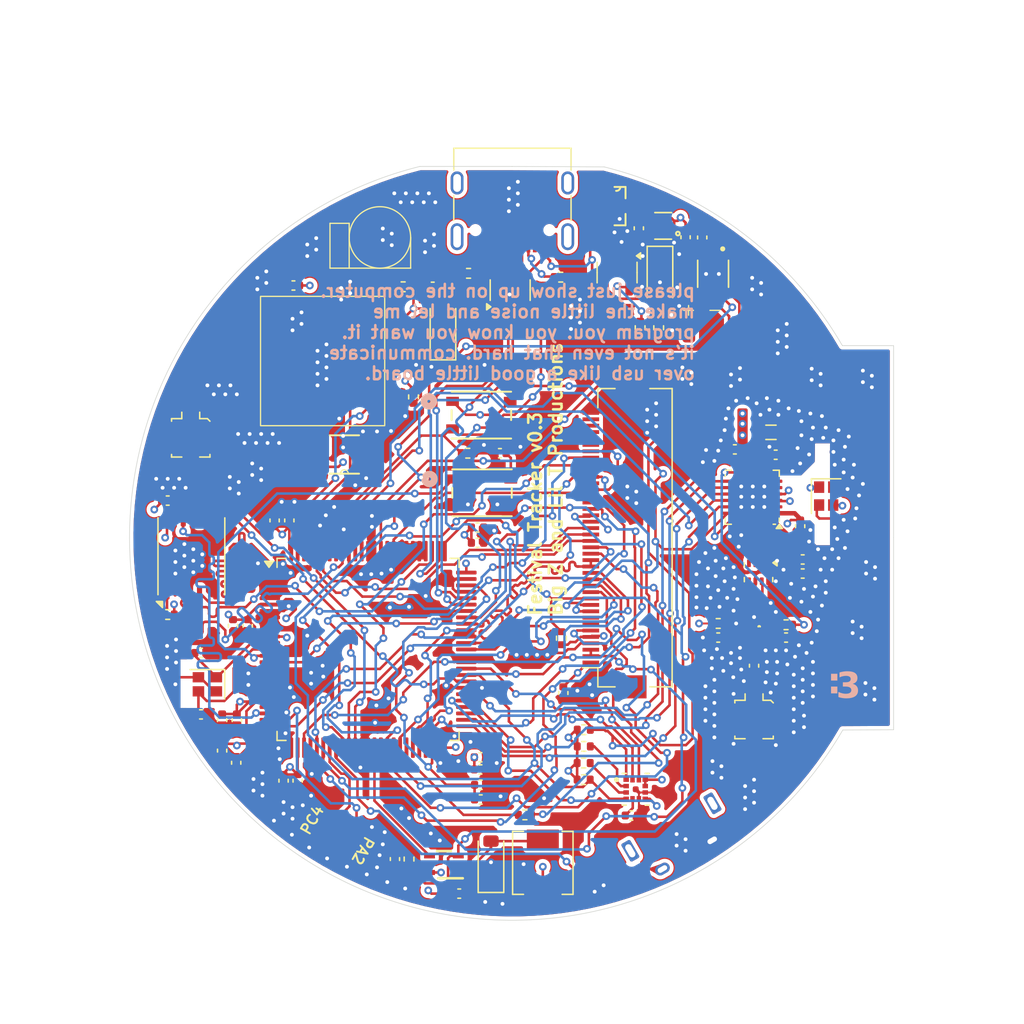
<source format=kicad_pcb>
(kicad_pcb (version 20240108) (generator "pcbnew") (generator_version "8.0")
  (title_block (title "Festival Tracker v0.1"))
  (layers (0 "F.Cu" signal) (1 "In1.Cu" signal) (2 "In2.Cu" signal) (31 "B.Cu" signal) (34 "B.Paste" user) (35 "F.Paste" user) (36 "B.SilkS" user "B.Silkscreen") (37 "F.SilkS" user "F.Silkscreen") (38 "B.Mask" user) (39 "F.Mask" user) (44 "Edge.Cuts" user))
  (net 0 "")
  (net 1 "/gps/ON{slash}OFF")
  (net 2 "Net-(ATGM336H1-VBAT)")
  (net 3 "+3V3")
  (net 4 "GPS_TXD")
  (net 5 "Net-(ATGM336H1-VCC_RF)")
  (net 6 "GPS_RESET")
  (net 7 "GPS_RXD")
  (net 8 "Net-(ATGM336H1-RF_IN)")
  (net 9 "VCC")
  (net 10 "Net-(U6-VR_PA)")
  (net 11 "Net-(U6-VREG)")
  (net 12 "Net-(U8-C1)")
  (net 13 "VBUS")
  (net 14 "Net-(J1-CC1)")
  (net 15 "Net-(J1-D+-PadA6)")
  (net 16 "Net-(J1-CC2)")
  (net 17 "Net-(J1-D--PadA7)")
  (net 19 "+BATT")
  (net 20 "Net-(U6-DCC_SW)")
  (net 21 "Net-(U6-XTB)")
  (net 22 "Net-(U6-XTA)")
  (net 23 "Net-(U4-PROG)")
  (net 24 "Net-(FL1-SW_RFI)")
  (net 25 "ANT_SW_CTRL")
  (net 26 "Net-(FL1-RFI_N)")
  (net 27 "Net-(FL1-SW_RFO)")
  (net 28 "Net-(FL1-RFO)")
  (net 29 "LCD_RST")
  (net 30 "LoRa_BUSY")
  (net 31 "Net-(FL1-RFI_P)")
  (net 32 "LoRa_NSS")
  (net 33 "INT_MAG")
  (net 34 "LCD_B3")
  (net 35 "SCK")
  (net 36 "XL_INT1")
  (net 37 "LCD_CS")
  (net 39 "USB_D-")
  (net 40 "USB_D+")
  (net 41 "LCD_HSYNC")
  (net 42 "LCD_R1")
  (net 44 "Net-(J5-Pin_12)")
  (net 45 "LoRa_RST")
  (net 46 "LCD_B2")
  (net 47 "LCD_G3")
  (net 48 "LCD_R4")
  (net 49 "LCD_B1")
  (net 51 "LCD_G0")
  (net 52 "LCD_VSYNC")
  (net 53 "LoRa_DIO1")
  (net 55 "LCD_G4")
  (net 56 "XL_INT0")
  (net 57 "LCD_R3")
  (net 58 "LCD_BL")
  (net 59 "LCD_G1")
  (net 61 "LCD_B5")
  (net 62 "LCD_DE")
  (net 63 "LCD_R5")
  (net 64 "LCD_B4")
  (net 66 "LCD_G5")
  (net 67 "LCD_G2")
  (net 68 "LCD_R2")
  (net 70 "SDA")
  (net 71 "SCL")
  (net 72 "MISO")
  (net 73 "LCD_PCLK")
  (net 74 "MOSI")
  (net 76 "Net-(J4-In)")
  (net 77 "Net-(ATGM336H1-SCL)")
  (net 78 "Net-(ATGM336H1-SDA)")
  (net 83 "/Accel & Magnetometer/CS_XL")
  (net 84 "/Accel & Magnetometer/CS_MAG")
  (net 85 "GND")
  (net 86 "Net-(U12-RFIN)")
  (net 87 "Net-(U12-CTRL)")
  (net 88 "Net-(U12-VDD)")
  (net 89 "/LoRa/DIO3")
  (net 90 "Net-(C1-Pad2)")
  (net 91 "PH1")
  (net 92 "PH0")
  (net 93 "NRST")
  (net 94 "Net-(U1-BOOT0)")
  (net 97 "QSPI_CLK")
  (net 98 "QSPI_NCS")
  (net 99 "QSPI_D0")
  (net 100 "QSPI_D1")
  (net 101 "QSPI_D3")
  (net 102 "QSPI_D2")
  (net 103 "FG_NALERT")
  (net 104 "Net-(D3-A)")
  (net 105 "BL_OUT")
  (net 106 "/Power + USB/BATT_STAT")
  (net 107 "Net-(J6-Pin_2)")
  (net 108 "Net-(J6-Pin_1)")
  (net 109 "BTN")
  (footprint "Capacitor_SMD:C_0402_1005Metric" (layer "F.Cu") (at 127.3 72.4)
    (property "Reference" "C27" (hide yes))
    (property "Value" "100nF" (hide yes))
  )
  (footprint "Capacitor_SMD:C_0402_1005Metric" (layer "F.Cu") (at 139.32 93.7)
    (property "Reference" "C33" (hide yes))
    (property "Value" "220nF" (hide yes))
  )
  (footprint "Capacitor_SMD:C_0402_1005Metric" (layer "F.Cu") (at 103.1 69.1)
    (property "Reference" "C11" (hide yes))
    (property "Value" "100nF" (hide yes))
  )
  (footprint "Capacitor_SMD:C_0402_1005Metric" (layer "F.Cu") (at 125.87 99.8)
    (property "Reference" "C14" (hide yes))
    (property "Value" "4.7uF" (hide yes))
  )
  (footprint "Resistor_SMD:R_0402_1005Metric" (layer "F.Cu") (at 103.1 78)
    (property "Reference" "R18" (hide yes))
    (property "Value" "10k" (hide yes))
  )
  (footprint "Capacitor_SMD:C_0402_1005Metric" (layer "F.Cu") (at 123.8 52.4)
    (property "Reference" "C16" (hide yes))
    (property "Value" "100nF" (hide yes))
  )
  (footprint "Resistor_SMD:R_0402_1005Metric" (layer "F.Cu") (at 126.54 65.4)
    (property "Reference" "R1" (hide yes))
    (property "Value" "10k" (hide yes))
  )
  (footprint "Capacitor_SMD:C_0402_1005Metric" (layer "F.Cu") (at 147.4 65.1 180)
    (property "Reference" "C18" (hide yes))
    (property "Value" "100nF" (hide yes))
  )
  (footprint "Inductor_SMD:L_0402_1005Metric" (layer "F.Cu") (at 108.6 56.6 -90)
    (property "Reference" "L3" (hide yes))
    (property "Value" "47nH" (hide yes))
  )
  (footprint "Resistor_SMD:R_0402_1005Metric" (layer "F.Cu") (at 151.4 78.8)
    (property "Reference" "R12" (hide yes))
    (property "Value" "100R" (hide yes))
  )
  (footprint "Inductor_SMD:L_0805_2012Metric" (layer "F.Cu") (at 150.22 63.77)
    (property "Reference" "L4" (hide yes))
    (property "Value" "15uH" (hide yes))
  )
  (footprint "Connector_Coaxial:U.FL_Molex_MCRF_73412-0110_Vertical" (layer "F.Cu") (at 148.9 86.2 180)
    (property "Reference" "J4" (hide yes))
    (property "Value" "Conn_Coaxial" (hide yes))
  )
  (footprint "Resistor_SMD:R_0402_1005Metric" (layer "F.Cu") (at 141.45 55.6 -90)
    (property "Reference" "R9" (hide yes))
    (property "Value" "100k" (hide yes))
  )
  (footprint "Resistor_SMD:R_0402_1005Metric" (layer "F.Cu") (at 133.8 51.65)
    (property "Reference" "R7" (hide yes))
    (property "Value" "5.1k" (hide yes))
  )
  (footprint "Capacitor_SMD:C_0402_1005Metric" (layer "F.Cu") (at 127.53 90.1)
    (property "Reference" "C30" (hide yes))
    (property "Value" "100nF" (hide yes))
  )
  (footprint "Connector_FFC-FPC:Hirose_FH12-40S-0.5SH_1x40-1MP_P0.50mm_Horizontal" (layer "F.Cu") (at 138 72 90)
    (property "Reference" "J5" (hide yes))
    (property "Value" "Conn_01x40_Socket" (hide yes))
  )
  (footprint "Package_TO_SOT_SMD:SOT-23-5" (layer "F.Cu") (at 138.2 51.2875 -90)
    (property "Reference" "U4" (hide yes))
    (property "Value" "MCP73831-2-OT" (hide yes))
  )
  (footprint "Crystal:Crystal_SMD_2016-4Pin_2.0x1.6mm" (layer "F.Cu") (at 106.2 83.45 180)
    (property "Reference" "Y1" (hide yes))
    (property "Value" "25MHz" (hide yes))
  )
  (footprint "Capacitor_SMD:C_0402_1005Metric" (layer "F.Cu") (at 127.53 89.15)
    (property "Reference" "C29" (hide yes))
    (property "Value" "100nF" (hide yes))
  )
  (footprint "Capacitor_SMD:C_0402_1005Metric" (layer "F.Cu") (at 139.9 47.83 90)
    (property "Reference" "C3" (hide yes))
    (property "Value" "1uF" (hide yes))
  )
  (footprint "Capacitor_SMD:C_0402_1005Metric" (layer "F.Cu") (at 105.7 85.8)
    (property "Reference" "C4" (hide yes))
    (property "Value" "3.9pF" (hide yes))
  )
  (footprint "custom_comps:2 Wire Pads" (layer "F.Cu") (at 144.8 55.75)
    (property "Reference" "J2" (hide yes))
    (property "Value" "Battery" (hide yes))
  )
  (footprint "custom_comps:SOT95P240X105-3N" (layer "F.Cu") (at 138.15 46.1)
    (property "Reference" "U7" (hide yes))
    (property "Value" "DMG3415U-7" (hide yes))
  )
  (footprint "Capacitor_SMD:C_0402_1005Metric" (layer "F.Cu") (at 152.7 74.8)
    (property "Reference" "C20" (hide yes))
    (property "Value" "47nF" (hide yes))
  )
  (footprint "Capacitor_SMD:C_0402_1005Metric" (layer "F.Cu") (at 134 84.13 -90)
    (property "Reference" "C24" (hide yes))
    (property "Value" "100nF" (hide yes))
  )
  (footprint "Capacitor_SMD:C_0402_1005Metric" (layer "F.Cu") (at 127.55 91.3 180)
    (property "Reference" "C2" (hide yes))
    (property "Value" "200nF" (hide yes))
  )
  (footprint "BGS12SN6:TSNP-6-2&slash_-8_INF" (layer "F.Cu") (at 148.899999 79.6032 -90)
    (property "Reference" "U12" (hide yes))
    (property "Value" "BGS12SN6E6327XTSA1" (hide yes))
  )
  (footprint "Resistor_SMD:R_0402_1005Metric" (layer "F.Cu") (at 140 55.6 -90)
    (property "Reference" "R8" (hide yes))
    (property "Value" "5.1k" (hide yes))
  )
  (footprint "Capacitor_SMD:C_0402_1005Metric" (layer "F.Cu") (at 108.5 86.25 -90)
    (property "Reference" "C9" (hide yes))
    (property "Value" "1uF" (hide yes))
  )
  (footprint "Package_TO_SOT_SMD:SOT-23-6" (layer "F.Cu") (at 129.85 52.6625 90)
    (property "Reference" "U3" (hide yes))
    (property "Value" "USBLC6-2SC6" (hide yes))
  )
  (footprint "custom_comps:SOP65P490X110-8N" (layer "F.Cu") (at 116.9 65.5 180)
    (property "Reference" "U5" (hide yes))
    (property "Value" "24AA32AF-I_MS" (hide yes))
  )
  (footprint "Crystal:Crystal_SMD_2016-4Pin_2.0x1.6mm" (layer "F.Cu") (at 154.53 68.75 -90)
    (property "Reference" "Q1_Xtal1" (hide yes))
    (property "Value" "32.0MHz" (hide yes))
  )
  (footprint "Inductor_SMD:L_0402_1005Metric" (layer "F.Cu") (at 110.15 88.08 180)
    (property "Reference" "FB1" (hide yes))
    (property "Value" "FerriteBead" (hide yes))
  )
  (footprint "Resistor_SMD:R_0402_1005Metric" (layer "F.Cu") (at 133.85 79.85 -90)
    (property "Reference" "R19" (hide yes))
    (property "Value" "10K" (hide yes))
  )
  (footprint "Capacitor_SMD:C_0402_1005Metric" (layer "F.Cu") (at 152.7 73.7)
    (property "Reference" "C23" (hide yes))
    (property "Value" "47pF" (hide yes))
  )
  (footprint "Capacitor_SMD:C_0402_1005Metric" (layer "F.Cu") (at 105.7 81 180)
    (property "Reference" "C5" (hide yes))
    (property "Value" "3.9pF" (hide yes))
  )
  (footprint "custom_comps:SW4_PTS815 SJM 250 SMTR LFS_CNK" (layer "F.Cu") (at 127.649999 68.4915)
    (property "Reference" "SW2" (hide yes))
    (property "Value" "SW_Push" (hide yes))
  )
  (footprint "Capacitor_SMD:C_0402_1005Metric" (layer "F.Cu") (at 143.55 48.53 90)
    (property "Reference" "C12" (hide yes))
    (property "Value" "1uF" (hide yes))
  )
  (footprint "Capacitor_SMD:C_0402_1005Metric" (layer "F.Cu") (at 112.6 70.65 90)
    (property "Reference" "C34" (hide yes))
    (property "Value" "100nF" (hide yes))
  )
  (footprint "Diode_SMD:D_SOD-123" (layer "F.Cu") (at 141.55 51.6 -90)
    (property "Reference" "D1" (hide yes))
    (property "Value" "MBR0540" (hide yes))
  )
  (footprint "Resistor_SMD:R_0402_1005Metric" (layer "F.Cu") (at 135.6 88.3)
    (property "Reference" "R14" (hide yes))
    (property "Value" "10K" (hide yes))
  )
  (footprint "Diode_SMD:D_SOD-123" (layer "F.Cu") (at 128.35 97.35 90)
    (property "Reference" "D3" (hide yes))
    (property "Value" "NSR0240" (hide yes))
  )
  (footprint "Capacitor_SMD:C_0402_1005Metric" (layer "F.Cu") (at 107.35 86.25 -90)
    (property "Reference" "C10" (hide yes))
    (property "Value" "100nF" (hide yes))
  )
  (footprint "Capacitor_SMD:C_0402_1005Metric" (layer "F.Cu") (at 144.85 48.55 90)
    (property "Reference" "C13" (hide yes))
    (property "Value" "100nF" (hide yes))
  )
  (footprint "Capacitor_SMD:C_0402_1005Metric" (layer "F.Cu") (at 120.85 97.1 -90)
    (property "Reference" "C22" (hide yes))
    (property "Value" "1uF" (hide yes))
  )
  (footprint "Resistor_SMD:R_0402_1005Metric" (layer "F.Cu") (at 135.59 89.6)
    (property "Reference" "R15" (hide yes))
    (property "Value" "10K" (hide yes))
  )
  (footprint "Capacitor_SMD:C_0402_1005Metric" (layer "F.Cu") (at 148.9 82 90)
    (property "Reference" "C19" (hide yes))
    (property "Value" "39pF" (hide yes))
  )
  (footprint "Capacitor_SMD:C_0402_1005Metric" (layer "F.Cu") (at 146.1 79.8 180)
    (property "Reference" "C32" (hide yes))
    (property "Value" "1nF" (hide yes))
  )
  (footprint "Resistor_SMD:R_0402_1005Metric" (layer "F.Cu") (at 122.3 61 -90)
    (property "Reference" "R4" (hide yes))
    (property "Value" "10k" (hide yes))
  )
  (footprint "Resistor_SMD:R_0402_1005Metric" (layer "F.Cu") (at 121.49 52.4 180)
    (property "Reference" "R3" (hide yes))
    (property "Value" "200k" (hide yes))
  )
  (footprint "Diode_SMD:D_SOD-123" (layer "F.Cu") (at 124.6 55.75 90)
    (property "Reference" "D2" (hide yes))
    (property "Value" "MBR0540" (hide yes))
  )
  (footprint "custom_comps:ATGM336H" (layer "F.Cu") (at 115.2 58.2)
    (property "Reference" "ATGM336H1" (hide yes))
    (property "Value" "~")
  )
  (footprint "Capacitor_SMD:C_0402_1005Metric" (layer "F.Cu") (at 112.92 52.3 180)
    (property "Reference" "C15" (hide yes))
    (property "Value" "10uF" (hide yes))
  )
  (footprint "Resistor_SMD:R_0402_1005Metric" (layer "F.Cu") (at 121.95 97.1 90)
    (property "Reference" "R2" (hide yes))
    (property "Value" "10R" (hide yes))
  )
  (footprint "Capacitor_SMD:C_0402_1005Metric" (layer "F.Cu") (at 151.4 79.8)
    (property "Reference" "C31" (hide yes))
    (property "Value" "1nF" (hide yes))
  )
  (footprint "custom_comps:DCK0005A_N" (layer "F.Cu") (at 124.675001 97.499999 180)
    (property "Reference" "U11" (hide yes))
    (property "Value" "TPS61169DCKR" (hide yes))
  )
  (footprint "custom_comps:PSON40P160X120X45-9N" (layer "F.Cu") (at 141.8 47.643674 180)
    (property "Reference" "U2" (hide yes))
    (property "Value" "NCP186AMX330TAG" (hide yes))
  )
  (footprint "custom_comps:vert_button_6mm" (layer "F.Cu") (at 142.445706 94.6 30)
    (property "Reference" "SW1" (hide yes))
    (property "Value" "SW_Push" (hide yes))
  )
  (footprint "Inductor_SMD:L_Sunlord_MWSA0402S" (layer "F.Cu") (at 132.4 97.4 90)
    (property "Reference" "L1" (hide yes))
    (property "Value" "4.7uH" (hide yes))
  )
  (footprint "Package_DFN_QFN:W-PDFN-8-1EP_6x5mm_P1.27mm_EP3x3mm" (layer "F.Cu") (at 104.95 73.45 90)
    (property "Reference" "U9" (hide yes))
    (property "Value" "MT25QUxxxxxx1xW7" (hide yes))
  )
  (footprint "custom_comps:2 Wire Pads" (layer "F.Cu") (at 116.4 95.25 -30)
    (property "Reference" "J6" (hide yes))
    (property "Value" "Test Pads" (hide yes))
  )
  (footprint "RF_Converter:Balun_Johanson_0900FM15K0039" (layer "F.Cu") (at 149.25 74.7 -90)
    (property "Reference" "FL1" (hide yes))
    (property "Value" "0900FM15K0039" (hide yes))
  )
  (footprint "custom_comps:MSR421R" (layer "F.Cu") (at 119.675 48.545 -90)
    (property "Reference" "BT1" (hide yes))
    (property "Value" "MS421R")
  )
  (footprint "Capacitor_SMD:C_0402_1005Metric" (layer "F.Cu") (at 127.55 92.45 180)
    (property "Reference" "C1" (hide yes))
    (property "Value" "200nF" (hide yes))
  )
  (footprint "Capacitor_SMD:C_0402_1005Metric" (layer "F.Cu") (at 108.2 78.88 -90)
    (property "Reference" "C35" (hide yes))
    (property "Value" "100nF" (hide yes))
  )
  (footprint "Capacitor_SMD:C_0402_1005Metric" (layer "F.Cu") (at 152.5 71.1 -90)
    (property "Reference" "C17" (hide yes))
    (property "Value" "1uF" (hide yes))
  )
  (footprint "Connector_USB:USB_C_Receptacle_G-Switch_GT-USB-7010ASV" (layer "F.Cu") (at 130.025 45.365 180)
    (property "Reference" "J1" (hide yes))
    (property "Value" "USB_C_Receptacle_USB2.0_14P" (hide yes))
  )
  (footprint "custom_comps:SW4_PTS815 SJM 250 SMTR LFS_CNK" (layer "F.Cu") (at 127.599999 62.424999)
    (property "Reference" "SW3" (hide yes))
    (property "Value" "SW_Push" (hide yes))
  )
  (footprint "Capacitor_SMD:C_0402_1005Metric" (layer "F.Cu") (at 111.45 70.65 90)
    (property "Reference" "C28" (hide yes))
    (property "Value" "100nF" (hide yes))
  )
  (footprint "Resistor_SMD:R_0402_1005Metric" (layer "F.Cu") (at 135.6 87)
    (property "Reference" "R16" (hide yes))
    (property "Value" "10K" (hide yes))
  )
  (footprint "Resistor_SMD:R_0402_1005Metric" (layer "F.Cu") (at 146.1 78.7 180)
    (property "Reference" "R13" (hide yes))
    (property "Value" "100R" (hide yes))
  )
  (footprint "Capacitor_SMD:C_0402_1005Metric" (layer "F.Cu") (at 129.05 65.4)
    (property "Reference" "C6" (hide yes))
    (property "Value" "100nF" (hide yes))
  )
  (footprint "Resistor_SMD:R_0402_1005Metric" (layer "F.Cu") (at 126.6 51.35 180)
    (property "Reference" "R6" (hide yes))
    (property "Value" "5.1k" (hide yes))
  )
  (footprint "Inductor_SMD:L_0402_1005Metric" (layer "F.Cu") (at 150.8 72.6 180)
    (property "Reference" "L5" (hide yes))
    (property "Value" "47nH" (hide yes))
  )
  (footprint "Resistor_SMD:R_0402_1005Metric" (layer "F.Cu") (at 131 93.65)
    (property "Reference" "R5" (hide yes))
    (property "Value" "100" (hide yes))
  )
  (footprint "Capacitor_SMD:C_0402_1005Metric" (layer "F.Cu") (at 113.25 90.98 -90)
    (property "Reference" "C25" (hide yes))
    (property "Value" "100nF" (hide yes))
  )
  (footprint "Resistor_SMD:R_0402_1005Metric" (layer "F.Cu") (at 135.59 90.9)
    (property "Reference" "R17" (hide yes))
    (property "Value" "10K" (hide yes))
  )
  (footprint "Capacitor_SMD:C_0402_1005Metric" (layer "F.Cu") (at 112.15 90.98 -90)
    (property "Reference" "C37" (hide yes))
    (property "Value" "100nF" (hide yes))
  )
  (footprint "Capacitor_SMD:C_0402_1005Metric" (layer "F.Cu") (at 108.45 89.58 -90)
    (property "Reference" "C8" (hide yes))
    (property "Value" "100nF" (hide yes))
  )
  (footprint "custom_comps:PQFN50P200X200X100-12N" (layer "F.Cu") (at 139.655 91.65)
    (property "Reference" "U8" (hide yes))
    (property "Value" "LSM303AGR" (hide yes))
  )
  (footprint "Capacitor_SMD:C_0402_1005Metric" (layer "F.Cu") (at 107.35 88.63 -90)
    (property "Reference" "C7" (hide yes))
    (property "Value" "1uF" (hide yes))
  )
  (footprint "Package_QFP:LQFP-100_14x14mm_P0.5mm" (layer "F.Cu") (at 118.75 80.725)
    (property "Reference" "U1" (hide yes))
    (property "Value" "STM32H743VGTx" (hide yes))
  )
  (footprint "Capacitor_SMD:C_0402_1005Metric" (layer "F.Cu") (at 127.3 71.2)
    (property "Reference" "C26" (hide yes))
    (property "Value" "100nF" (hide yes))
  )
  (footprint "Package_DFN_QFN:QFN-24-1EP_4x4mm_P0.5mm_EP2.6x2.6mm" (layer "F.Cu") (at 148.76 68.84 180)
    (property "Reference" "U6" (hide yes))
    (property "Value" "SX1262IMLTRT" (hide yes))
  )
  (footprint "Capacitor_SMD:C_0402_1005Metric" (layer "F.Cu") (at 150.59 65.52 180)
    (property "Reference" "C21" (hide yes))
    (property "Value" "470nF" (hide yes))
  )
  (footprint "Connector_Coaxial:U.FL_Molex_MCRF_73412-0110_Vertical" (layer "F.Cu") (at 104.9 64.2 180)
    (property "Reference" "J3" (hide yes))
    (property "Value" "GPS_ANT" (hide yes))
  )
  (footprint "Capacitor_SMD:C_0402_1005Metric" (layer "F.Cu") (at 109.35 78.88 -90)
    (property "Reference" "C36" (hide yes))
    (property "Value" "100nF" (hide yes))
  )
  (footprint "custom_comps:SON50P200X200X80-9N" (layer "F.Cu") (at 145.7 51.385 -90)
    (property "Reference" "U10" (hide yes))
    (property "Value" "MAX17048G_T10" (hide yes))
  )
  (gr_line (start 159.8 72) (end 159.8 87) (stroke (width 0.05)) (layer "Edge.Cuts"))
  (gr_line (start 159.8 87) (end 155.83239 87.01883) (stroke (width 0.05)) (layer "Edge.Cuts"))
  (gr_line (start 130 43) (end 122.8 43) (stroke (width 0.05)) (layer "Edge.Cuts"))
  (gr_line (start 159.8 72) (end 159.8 57) (stroke (width 0.05)) (layer "Edge.Cuts"))
  (gr_arc (start 137.19112 43.03575) (mid 147.912386 48.129801) (end 155.8 57) (stroke (width 0.05)) (layer "Edge.Cuts"))
  (gr_arc (start 155.83239 87.018829) (mid 106.100089 89.935279) (end 122.8 43) (stroke (width 0.05)) (layer "Edge.Cuts"))
  (gr_line (start 130 43) (end 137.19112 43.03575) (stroke (width 0.05)) (layer "Edge.Cuts"))
  (gr_line (start 159.8 57) (end 155.8 57) (stroke (width 0.05)) (layer "Edge.Cuts"))
  (gr_text ":" (at 154.6 84.5 0) (layer "B.SilkS") (effects (font (size 2 2) (thickness 0.2) (bold yes)) (justify left bottom)))
  (gr_text "please just show up on the computer.\nmake the little noise and let me\nprogram you. you know you want it.\nit's not even that hard. communicate\nover usb like a good little board." (at 144.4 59.75 0) (layer "B.SilkS") (effects (font (size 1 1) (thickness 0.2) (bold yes)) (justify left bottom mirror)))
  (gr_text "3" (at 155.3 84.85 0) (layer "B.SilkS") (effects (font (size 2 2) (thickness 0.2) (bold yes)) (justify left bottom)))
  (gr_text "PC4" (at 114.15 95.4 60) (layer "F.SilkS") (effects (font (size 0.8 0.8) (thickness 0.15) (bold yes)) (justify left bottom)))
  (gr_text "PA2" (at 118.55 95.15 -120) (layer "F.SilkS") (effects (font (size 0.8 0.8) (thickness 0.15) (bold yes)) (justify left bottom)))
  (gr_text "Festival Tracker v0.3\nBig Z and Lil T Productions" (at 134 78.2 90) (layer "F.SilkS") (effects (font (size 1 1) (thickness 0.2) (bold yes)) (justify left bottom)))
  (segment (start 122.87 59.92) (end 122.87 60.94) (width 0.2) (layer "F.Cu") (net 1))
  (segment (start 121.15 58.2) (end 122.87 59.92) (width 0.2) (layer "F.Cu") (net 1))
  (segment (start 120.05 58.2) (end 121.15 58.2) (width 0.2) (layer "F.Cu") (net 1))
  (segment (start 122.87 60.94) (end 122.3 61.51) (width 0.2) (layer "F.Cu") (net 1))
  (segment (start 121.8 50.6) (end 121.2 50.6) (width 0.2) (layer "F.Cu") (net 2))
  (segment (start 118.6 53.2) (end 118.6 56.6) (width 0.2) (layer "F.Cu") (net 2))
  (segment (start 124.4 57.2) (end 120.15 57.2) (width 0.2) (layer "F.Cu") (net 2))
  (segment (start 119.1 57.1) (end 120.05 57.1) (width 0.2) (layer "F.Cu") (net 2))
  (segment (start 118.6 56.6) (end 119.1 57.1) (width 0.2) (layer "F.Cu") (net 2))
  (segment (start 121.2 50.6) (end 118.6 53.2) (width 0.2) (layer "F.Cu") (net 2))
  (segment (start 120.15 57.2) (end 120.05 57.1) (width 0.2) (layer "F.Cu") (net 2))
  (segment (start 124.6 57.4) (end 124.4 57.2) (width 0.2) (layer "F.Cu") (net 2))
  (segment (start 121.5 54.9) (end 122.3 54.1) (width 0.2) (layer "F.Cu") (net 3))
  (segment (start 111.897182 77.225) (end 112.322182 76.8) (width 0.2) (layer "F.Cu") (net 3))
  (segment (start 120.05 54.9) (end 121.5 54.9) (width 0.2) (layer "F.Cu") (net 3))
  (segment (start 142.66 47.25) (end 142.66 47.637348) (width 0.2) (layer "F.Cu") (net 3))
  (segment (start 143.55 47.388674) (end 143.155 46.993674) (width 0.2) (layer "F.Cu") (net 3))
  (segment (start 122.3 60.49) (end 122.3 60.4) (width 0.2) (layer "F.Cu") (net 3))
  (segment (start 136.15 81.75) (end 135.925 81.75) (width 0.2) (layer "F.Cu") (net 3))
  (segment (start 143.155 46.993674) (end 143.155 47.043674) (width 0.2) (layer "F.Cu") (net 3))
  (segment (start 137.161192 79.67411) (end 136.22589 79.67411) (width 0.2) (layer "F.Cu") (net 3))
  (segment (start 113.25 88.4) (end 113.25 90.5) (width 0.2) (layer "F.Cu") (net 3))
  (segment (start 125.55 88.4) (end 124.75 88.4) (width 0.2) (layer "F.Cu") (net 3))
  (segment (start 135.08 90.9) (end 135.08 89.6) (width 0.2) (layer "F.Cu") (net 3))
  (segment (start 142.255 48.243674) (end 142.255 47.843674) (width 0.2) (layer "F.Cu") (net 3))
  (segment (start 135.355025 79.75) (end 136.15 79.75) (width 0.2) (layer "F.Cu") (net 3))
  (segment (start 108.75 84.8) (end 109.47 84.8) (width 0.2) (layer "F.Cu") (net 3))
  (segment (start 125.4 61.175001) (end 125.4 61.525) (width 0.2) (layer "F.Cu") (net 3))
  (segment (start 112.6 71.13) (end 112.6 72.9) (width 0.2) (layer "F.Cu") (net 3))
  (segment (start 103.045 69.525) (end 102.62 69.1) (width 0.2) (layer "F.Cu") (net 3))
  (segment (start 103.61 77.215) (end 103.61 78) (width 0.2) (layer "F.Cu") (net 3))
  (segment (start 110.635 88.08) (end 109.25 86.695) (width 0.2) (layer "F.Cu") (net 3))
  (segment (start 135.09 88.3) (end 135.09 88.81) (width 0.2) (layer "F.Cu") (net 3))
  (segment (start 142.66 47.637348) (end 142.453674 47.843674) (width 0.2) (layer "F.Cu") (net 3))
  (segment (start 134.4 87.6) (end 135 87) (width 0.2) (layer "F.Cu") (net 3))
  (segment (start 142.453674 47.843674) (end 142.255 47.843674) (width 0.2) (layer "F.Cu") (net 3))
  (segment (start 152.5 70.62) (end 152.72 70.62) (width 0.2) (layer "F.Cu") (net 3))
  (segment (start 109.47 84.8) (end 109.585 84.685) (width 0.2) (layer "F.Cu") (net 3))
  (segment (start 142.255 48.042348) (end 142.66 47.637348) (width 0.2) (layer "F.Cu") (net 3))
  (segment (start 124.6 54.1) (end 122.3 54.1) (width 0.2) (layer "F.Cu") (net 3))
  (segment (start 134.4 87.6) (end 134.4 87.61) (width 0.2) (layer "F.Cu") (net 3))
  (segment (start 122.3 52.7) (end 122.3 54.1) (width 0.2) (layer "F.Cu") (net 3))
  (segment (start 134.955025 80.15) (end 135.355025 79.75) (width 0.2) (layer "F.Cu") (net 3))
  (segment (start 116.4348 66.4652) (end 114.868 66.4652) (width 0.2) (layer "F.Cu") (net 3))
  (segment (start 109.35 78.4) (end 109.35 78.120001) (width 0.2) (layer "F.Cu") (net 3))
  (segment (start 109.91 79.359999) (end 109.91 78.96) (width 0.2) (layer "F.Cu") (net 3))
  (segment (start 140.402818 90.902818) (end 140.4 90.9) (width 0.2) (layer "F.Cu") (net 3))
  (segment (start 127.05 90.1) (end 127.05 89.15) (width 0.2) (layer "F.Cu") (net 3))
  (segment (start 123.7 99.8) (end 123.45 99.55) (width 0.2) (layer "F.Cu") (net 3))
  (segment (start 135.1 82.55) (end 134 83.65) (width 0.2) (layer "F.Cu") (net 3))
  (segment (start 112.6 72.9) (end 112.75 73.05) (width 0.2) (layer "F.Cu") (net 3))
  (segment (start 113.1 77.6) (end 112.4 78.3) (width 0.2) (layer "F.Cu") (net 3))
  (segment (start 135 89.6) (end 135.08 89.6) (width 0.2) (layer "F.Cu") (net 3))
  (segment (start 126.275 71.775) (end 126.275 71.745) (width 0.2) (layer "F.Cu") (net 3))
  (segment (start 112.05 71.75) (end 111.45 71.15) (width 0.2) (layer "F.Cu") (net 3))
  (segment (start 127.5 62.4) (end 128.8 62.4) (width 0.2) (layer "F.Cu") (net 3))
  (segment (start 110.275001 79.725) (end 109.91 79.359999) (width 0.2) (layer "F.Cu") (net 3))
  (segment (start 111.45 71.15) (end 111.45 71.13) (width 0.2) (layer "F.Cu") (net 3))
  (segment (start 152.07 70.09) (end 152.5 70.52) (width 0.35) (layer "F.Cu") (net 3))
  (segment (start 135 87) (end 135.09 87) (width 0.2) (layer "F.Cu") (net 3))
  (segment (start 116.8 66.1) (end 116.4348 66.4652) (width 0.2) (layer "F.Cu") (net 3))
  (segment (start 109.665 88.08) (end 108.65 88.08) (width 0.2) (layer "F.Cu") (net 3))
  (segment (start 140.4 91.4) (end 140.4 90.9) (width 0.2) (layer "F.Cu") (net 3))
  (segment (start 108.5 85.77) (end 109.585 84.685) (width 0.2) (layer "F.Cu") (net 3))
  (segment (start 108.645 89.1) (end 109.665 88.08) (width 0.2) (layer "F.Cu") (net 3))
  (segment (start 122.3 60.4) (end 121.65 59.75) (width 0.2) (layer "F.Cu") (net 3))
  (segment (start 125.39 99.8) (end 123.7 99.8) (width 0.2) (layer "F.Cu") (net 3))
  (segment (start 102.62 69.23) (end 102.05 69.8) (width 0.2) (layer "F.Cu") (net 3))
  (segment (start 142.66 47.637348) (end 143.072652 48.05) (width 0.2) (layer "F.Cu") (net 3))
  (segment (start 126.275 71.775) (end 126.82 72.32) (width 0.2) (layer "F.Cu") (net 3))
  (segment (start 150.6975 70.09) (end 152.07 70.09) (width 0.35) (layer "F.Cu") (net 3))
  (segment (start 145.59 78.7) (end 144.6 78.7) (width 0.15) (layer "F.Cu") (net 3))
  (segment (start 109.25 85.55) (end 110.075 84.725) (width 0.2) (layer "F.Cu") (net 3))
  (segment (start 103.045 70.6) (end 103.045 71.855) (width 0.2) (layer "F.Cu") (net 3))
  (segment (start 142.453674 47.043674) (end 142.66 47.25) (width 0.2) (layer "F.Cu") (net 3))
  (segment (start 125.6 88.35) (end 125.55 88.4) (width 0.2) (layer "F.Cu") (net 3))
  (segment (start 111.075 77.225) (end 111.897182 77.225) (width 0.2) (layer "F.Cu") (net 3))
  (segment (start 134.39 90.21) (end 135.08 90.9) (width 0.2) (layer "F.Cu") (net 3))
  (segment (start 103.045 71.855) (end 102.9 72) (width 0.2) (layer "F.Cu") (net 3))
  (segment (start 113.1 77.122182) (end 113.1 77.6) (width 0.2) (layer "F.Cu") (net 3))
  (segment (start 109.91 78.96) (end 109.35 78.4) (width 0.2) (layer "F.Cu") (net 3))
  (segment (start 142.255 47.043674) (end 142.453674 47.043674) (width 0.2) (layer "F.Cu") (net 3))
  (segment (start 112.65 89.9) (end 112.15 90.4) (width 0.2) (layer "F.Cu") (net 3))
  (segment (start 134.55 80.15) (end 134.955025 80.15) (width 0.2) (layer "F.Cu") (net 3))
  (segment (start 109.585 84.685) (end 110.045 84.225) (width 0.2) (layer "F.Cu") (net 3))
  (segment (start 103.045 70.6) (end 103.045 69.525) (width 0.2) (layer "F.Cu") (net 3))
  (segment (start 112.4 78.3) (end 112.35 78.3) (width 0.2) (layer "F.Cu") (net 3))
  (segment (start 107.5 88.15) (end 108.45 89.1) (width 0.2) (layer "F.Cu") (net 3))
  (segment (start 126.425 74.725) (end 126.425 74.025) (width 0.2) (layer "F.Cu") (net 3))
  (segment (start 108.2 78.4) (end 109.35 78.4) (width 0.2) (layer "F.Cu") (net 3))
  (segment (start 126.82 71.2) (end 126.82 72.4) (width 0.2) (layer "F.Cu") (net 3))
  (segment (start 126.425 74.025) (end 126.4 74) (width 0.2) (layer "F.Cu") (net 3))
  (segment (start 110.635 88.08) (end 110.635 88.985) (width 0.2) (layer "F.Cu") (net 3))
  (segment (start 108.5 88.23) (end 108.37 88.1) (width 0.2) (layer "F.Cu") (net 3))
  (segment (start 108.2 78.4) (end 108.2 78.35) (width 0.2) (layer "F.Cu") (net 3))
  (segment (start 103.595 77.2) (end 103.61 77.215) (width 0.2) (layer "F.Cu") (net 3))
  (segment (start 135.09 87) (end 135.09 88.3) (width 0.2) (layer "F.Cu") (net 3))
  (segment (start 143.155 46.993674) (end 142.898674 47.25) (width 0.2) (layer "F.Cu") (net 3))
  (segment (start 151.78 70.62) (end 152.5 70.62) (width 0.2) (layer "F.Cu") (net 3))
  (segment (start 135.09 88.81) (end 135.08 88.82) (width 0.2) (layer "F.Cu") (net 3))
  (segment (start 111.075 79.725) (end 110.275001 79.725) (width 0.2) (layer "F.Cu") (net 3))
  (segment (start 111.075 84.225) (end 110.045 84.225) (width 0.2) (layer "F.Cu") (net 3))
  (segment (start 108.37 88.1) (end 107.4 88.1) (width 0.2) (layer "F.Cu") (net 3))
  (segment (start 134.39 90.21) (end 135 89.6) (width 0.2) (layer "F.Cu") (net 3))
  (segment (start 135.08 88.82) (end 135.08 89.6) (width 0.2) (layer "F.Cu") (net 3))
  (segment (start 124.45 98.15) (end 123.549999 98.15) (width 0.2) (layer "F.Cu") (net 3))
  (segment (start 143.55 48.05) (end 143.55 47.388674) (width 0.2) (layer "F.Cu") (net 3))
  (segment (start 110.075 84.725) (end 111.075 84.725) (width 0.2) (layer "F.Cu") (net 3))
  (segment (start 142.255 48.243674) (end 142.255 48.042348) (width 0.2) (layer "F.Cu") (net 3))
  (segment (start 112.4 79.8) (end 112.325 79.725) (width 0.2) (layer "F.Cu") (net 3))
  (segment (start 134.4 87.61) (end 135.09 88.3) (width 0.2) (layer "F.Cu") (net 3))
  (segment (start 126.275 71.745) (end 126.82 71.2) (width 0.2) (layer "F.Cu") (net 3))
  (segment (start 111.45 71.13) (end 112.6 71.13) (width 0.2) (layer "F.Cu") (net 3))
  (segment (start 126.82 72.32) (end 126.82 72.4) (width 0.2) (layer "F.Cu") (net 3))
  (segment (start 102.62 69.1) (end 102.62 69.23) (width 0.2) (layer "F.Cu") (net 3))
  (segment (start 122 52.4) (end 123.32 52.4) (width 0.2) (layer "F.Cu") (net 3))
  (segment (start 126.399998 62.4) (end 125.349998 61.35) (width 0.2) (layer "F.Cu") (net 3))
  (segment (start 135.08 89.6) (end 135.08 89.3) (width 0.2) (layer "F.Cu") (net 3))
  (segment (start 130.024999 61.175001) (end 130.250001 61.175001) (width 0.2) (layer "F.Cu") (net 3))
  (segment (start 107.4 88.1) (end 107.35 88.15) (width 0.2) (layer "F.Cu") (net 3))
  (segment (start 112.05 71.68) (end 112.6 71.13) (width 0.2) (layer "F.Cu") (net 3))
  (segment (start 122 52.4) (end 122.3 52.7) (width 0.2) (layer "F.Cu") (net 3))
  (segment (start 132.4 99.25) (end 132.4 97.7) (width 0.2) (layer "F.Cu") (net 3))
  (segment (start 136.15 81.75) (end 135.9 81.75) (width 0.2) (layer "F.Cu") (net 3))
  (segment (start 135.925 81.75) (end 135.125 82.55) (width 0.2) (layer "F.Cu") (net 3))
  (segment (start 108.75 84.8) (end 108.5 85.05) (width 0.2) (layer "F.Cu") (net 3))
  (segment (start 108.2 78.35) (end 107.85 78) (width 0.2) (layer "F.Cu") (net 3))
  (segment (start 134.34 80.36) (end 134.55 80.15) (width 0.2) (layer "F.Cu") (net 3))
  (segment (start 127.5 62.4) (end 126.399998 62.4) (width 0.2) (layer "F.Cu") (net 3))
  (segment (start 110.635 88.985) (end 112.15 90.5) (width 0.2) (layer "F.Cu") (net 3))
  (segment (start 112.322182 76.8) (end 112.777818 76.8) (width 0.2) (layer "F.Cu") (net 3))
  (segment (start 143.155 47.043674) (end 142.955 47.243674) (width 0.2) (layer "F.Cu") (net 3))
  (segment (start 136.22589 79.67411) (end 136.15 79.75) (width 0.2) (layer "F.Cu") (net 3))
  (segment (start 113.4 52.3) (end 114.2 52.3) (width 0.2) (layer "F.Cu") (net 3))
  (segment (start 142.898674 47.25) (end 142.66 47.25) (width 0.2) (layer "F.Cu") (net 3))
  (segment (start 133.85 80.36) (end 134.34 80.36) (width 0.2) (layer "F.Cu") (net 3))
  (segment (start 107.35 85.77) (end 108.5 85.77) (width 0.2) (layer "F.Cu") (net 3))
  (segment (start 108.65 88.08) (end 108.5 88.23) (width 0.2) (layer "F.Cu") (net 3))
  (segment (start 110.245001 77.225) (end 111.075 77.225) (width 0.2) (layer "F.Cu") (net 3))
  (segment (start 109.25 86.695) (end 109.25 85.55) (width 0.2) (layer "F.Cu") (net 3))
  (segment (start 113.25 90.5) (end 112.15 90.5) (width 0.2) (layer "F.Cu") (net 3))
  (segment (start 112.65 89.9) (end 113.25 90.5) (width 0.2) (layer "F.Cu") (net 3))
  (segment (start 143.072652 48.05) (end 143.55 48.05) (width 0.2) (layer "F.Cu") (net 3))
  (segment (start 135.125 82.55) (end 135.1 82.55) (width 0.2) (layer "F.Cu") (net 3))
  (segment (start 112.777818 76.8) (end 113.1 77.122182) (width 0.2) (layer "F.Cu") (net 3))
  (segment (start 109.35 78.120001) (end 110.245001 77.225) (width 0.2) (layer "F.Cu") (net 3))
  (segment (start 128.8 62.4) (end 130.024999 61.175001) (width 0.2) (layer "F.Cu") (net 3))
  (segment (start 112.15 90.4) (end 112.15 90.5) (width 0.2) (layer "F.Cu") (net 3))
  (segment (start 112.325 79.725) (end 111.075 79.725) (width 0.2) (layer "F.Cu") (net 3))
  (segment (start 108.5 85.05) (end 108.5 85.77) (width 0.2) (layer "F.Cu") (net 3))
  (segment (start 151.5 70.9) (end 151.78 70.62) (width 0.2) (layer "F.Cu") (net 3))
  (segment (start 125.749999 61.175001) (end 125.4 61.175001) (width 0.2) (layer "F.Cu") (net 3))
  (segment (start 112.05 71.75) (end 112.05 71.68) (width 0.2) (layer "F.Cu") (net 3))
  (segment (start 141.702818 90.902818) (end 140.402818 90.902818) (width 0.2) (layer "F.Cu") (net 3))
  (via (at 112.4 79.8) (size 0.6) (drill 0.3) (layers "F.Cu" "B.Cu") (net 3))
  (via (at 134.39 90.21) (size 0.6) (drill 0.3) (layers "F.Cu" "B.Cu") (net 3))
  (via (at 151.5 70.9) (size 0.6) (drill 0.3) (layers "F.Cu" "B.Cu") (net 3))
  (via (at 148 63.1) (size 0.6) (drill 0.3) (layers "F.Cu" "B.Cu") (net 3))
  (via (at 102.9 72) (size 0.6) (drill 0.3) (layers "F.Cu" "B.Cu") (net 3))
  (via (at 143.155 46.993674) (size 0.6) (drill 0.3) (layers "F.Cu" "B.Cu") (net 3))
  (via (at 127.5 62.4) (size 0.6) (drill 0.3) (layers "F.Cu" "B.Cu") (net 3))
  (via (at 121.65 59.75) (size 0.6) (drill 0.3) (layers "F.Cu" "B.Cu") (net 3))
  (via (at 141.702818 90.902818) (size 0.6) (drill 0.3) (layers "F.Cu" "B.Cu") (net 3))
  (via (at 144.6 78.7) (size 0.6) (drill 0.3) (layers "F.Cu" "B.Cu") (net 3))
  (via (at 103.595 77.2) (size 0.6) (drill 0.3) (layers "F.Cu" "B.Cu") (net 3))
  (via (at 148 62.3) (size 0.6) (drill 0.3) (layers "F.Cu" "B.Cu") (net 3))
  (via (at 127.05 89.15) (size 0.6) (drill 0.3) (layers "F.Cu" "B.Cu") (net 3))
  (via (at 126.4 74) (size 0.6) (drill 0.3) (layers "F.Cu" "B.Cu") (net 3))
  (via (at 122.3 54.1) (size 0.6) (drill 0.3) (layers "F.Cu" "B.Cu") (net 3))
  (via (at 137.161192 79.67411) (size 0.6) (drill 0.3) (layers "F.Cu" "B.Cu") (net 3))
  (via (at 132.4 97.7) (size 0.6) (drill 0.3) (layers "F.Cu" "B.Cu") (net 3))
  (via (at 107.85 78) (size 0.6) (drill 0.3) (layers "F.Cu" "B.Cu") (net 3))
  (via (at 108.5 88.23) (size 0.6) (drill 0.3) (layers "F.Cu" "B.Cu") (net 3))
  (via (at 125.6 88.35) (size 0.6) (drill 0.3) (layers "F.Cu" "B.Cu") (net 3))
  (via (at 123.45 99.55) (size 0.6) (drill 0.3) (layers "F.Cu" "B.Cu") (net 3))
  (via (at 134.4 87.6) (size 0.6) (drill 0.3) (layers "F.Cu" "B.Cu") (net 3))
  (via (at 135.125 82.55) (size 0.6) (drill 0.3) (layers "F.Cu" "B.Cu") (net 3))
  (via (at 102.05 69.8) (size 0.6) (drill 0.3) (layers "F.Cu" "B.Cu") (net 3))
  (via (at 124.45 98.15) (size 0.6) (drill 0.3) (layers "F.Cu" "B.Cu") (net 3))
  (via (at 114.2 52.3) (size 0.6) (drill 0.3) (layers "F.Cu" "B.Cu") (net 3))
  (via (at 148 64) (size 0.6) (drill 0.3) (layers "F.Cu" "B.Cu") (net 3))
  (via (at 112.65 89.9) (size 0.6) (drill 0.3) (layers "F.Cu" "B.Cu") (net 3))
  (via (at 112.05 71.75) (size 0.6) (drill 0.3) (layers "F.Cu" "B.Cu") (net 3))
  (via (at 126.275 71.775) (size 0.6) (drill 0.3) (layers "F.Cu" "B.Cu") (net 3))
  (via (at 112.35 78.3) (size 0.6) (drill 0.3) (layers "F.Cu" "B.Cu") (net 3))
  (via (at 116.8 66.1) (size 0.6) (drill 0.3) (layers "F.Cu" "B.Cu") (net 3))
  (via (at 108.75 84.8) (size 0.6) (drill 0.3) (layers "F.Cu" "B.Cu") (net 3))
  (segment (start 120.05 61.5) (end 119.1 61.5) (width 0.2) (layer "F.Cu") (net 4))
  (segment (start 119.1 61.5) (end 118.1 62.5) (width 0.2) (layer "F.Cu") (net 4))
  (segment (start 116.2 67.35) (end 113.75 69.8) (width 0.2) (layer "F.Cu") (net 4))
  (segment (start 113.75 69.8) (end 113.75 73.05) (width 0.2) (layer "F.Cu") (net 4))
  (via (at 118.1 62.5) (size 0.6) (drill 0.3) (layers "F.Cu" "B.Cu") (net 4))
  (via (at 116.2 67.35) (size 0.6) (drill 0.3) (layers "F.Cu" "B.Cu") (net 4))
  (segment (start 116.2 63.872182) (end 117.572182 62.5) (width 0.2) (layer "B.Cu") (net 4))
  (segment (start 117.572182 62.5) (end 118.1 62.5) (width 0.2) (layer "B.Cu") (net 4))
  (segment (start 116.2 67.35) (end 116.2 63.872182) (width 0.2) (layer "B.Cu") (net 4))
  (segment (start 109.715 58.2) (end 110.35 58.2) (width 0.2) (layer "F.Cu") (net 5))
  (segment (start 108.6 57.085) (end 109.715 58.2) (width 0.2) (layer "F.Cu") (net 5))
  (segment (start 120.05 53.8) (end 120.05 53.33) (width 0.2) (layer "F.Cu") (net 6))
  (segment (start 120.05 53.33) (end 120.98 52.4) (width 0.2) (layer "F.Cu") (net 6))
  (segment (start 117.35 62) (end 117.35 66.977818) (width 0.2) (layer "F.Cu") (net 7))
  (segment (start 116.4 67.9) (end 114.25 70.05) (width 0.2) (layer "F.Cu") (net 7))
  (segment (start 120.05 60.4) (end 118.95 60.4) (width 0.2) (layer "F.Cu") (net 7))
  (segment (start 114.25 70.05) (end 114.25 73.05) (width 0.2) (layer "F.Cu") (net 7))
  (segment (start 117.35 66.977818) (end 116.427818 67.9) (width 0.2) (layer "F.Cu") (net 7))
  (segment (start 118.95 60.4) (end 117.35 62) (width 0.2) (layer "F.Cu") (net 7))
  (segment (start 116.427818 67.9) (end 116.4 67.9) (width 0.2) (layer "F.Cu") (net 7))
  (segment (start 104.9 59.495001) (end 104.9 62.7) (width 0.2) (layer "F.Cu") (net 8))
  (segment (start 109.55 54.9) (end 110.35 54.9) (width 0.2) (layer "F.Cu") (net 8))
  (segment (start 108.6 56.115) (end 108.6 55.85) (width 0.2) (layer "F.Cu") (net 8))
  (segment (start 108.6 56.115) (end 108.280001 56.115) (width 0.2) (layer "F.Cu") (net 8))
  (segment (start 108.6 55.85) (end 109.55 54.9) (width 0.2) (layer "F.Cu") (net 8))
  (segment (start 108.280001 56.115) (end 104.9 59.495001) (width 0.2) (layer "F.Cu") (net 8))
  (segment (start 139.166 46.616) (end 139.9 47.35) (width 0.2) (layer "F.Cu") (net 9))
  (segment (start 141.345 47.833674) (end 141.155663 47.644337) (width 0.2) (layer "F.Cu") (net 9))
  (segment (start 139.9 47.35) (end 140 47.45) (width 0.2) (layer "F.Cu") (net 9))
  (segment (start 141.55 49.95) (end 141.345 49.745) (width 0.2) (layer "F.Cu") (net 9))
  (segment (start 140.948674 47.45) (end 140.955 47.443674) (width 0.2) (layer "F.Cu") (net 9))
  (segment (start 141.345 49.745) (end 141.345 48.243674) (width 0.2) (layer "F.Cu") (net 9))
  (segment (start 141.155663 47.644337) (end 140.955 47.443674) (width 0.2) (layer "F.Cu") (net 9))
  (segment (start 139.166 46.1) (end 139.166 46.616) (width 0.2) (layer "F.Cu") (net 9))
  (segment (start 140.955 47.443674) (end 141.345 47.443674) (width 0.2) (layer "F.Cu") (net 9))
  (segment (start 141.345 47.455) (end 141.155663 47.644337) (width 0.2) (layer "F.Cu") (net 9))
  (segment (start 141.345 48.243674) (end 141.345 47.843674) (width 0.2) (layer "F.Cu") (net 9))
  (segment (start 141.345 47.843674) (end 141.345 47.443674) (width 0.2) (layer "F.Cu") (net 9))
  (segment (start 140 47.45) (end 140.948674 47.45) (width 0.2) (layer "F.Cu") (net 9))
  (segment (start 141.345 47.843674) (end 141.345 47.833674) (width 0.2) (layer "F.Cu") (net 9))
  (segment (start 141.345 47.443674) (end 141.345 47.455) (width 0.2) (layer "F.Cu") (net 9))
  (segment (start 139.425 93.115) (end 139.425 92.395) (width 0.2) (layer "F.Cu") (net 12))
  (segment (start 138.84 93.7) (end 139.425 93.115) (width 0.2) (layer "F.Cu") (net 12))
  (segment (start 128.729149 77.015825) (end 128.729149 76.143033) (width 0.2) (layer "F.Cu") (net 13))
  (segment (start 129.35 62.4) (end 128.35 63.4) (width 0.2) (layer "F.Cu") (net 13))
  (segment (start 131.4 51.2) (end 131.4 52.228052) (width 0.2) (layer "F.Cu") (net 13))
  (segment (start 132.425 50.175) (end 131.4 51.2) (width 0.2) (layer "F.Cu") (net 13))
  (segment (start 132.965 50.35) (end 132.425 49.81) (width 0.2) (layer "F.Cu") (net 13))
  (segment (start 136.25 50.3) (end 136.1 50.15) (width 0.2) (layer "F.Cu") (net 13))
  (segment (start 132.4 49.115) (end 132.425 49.09) (width 0.2) (layer "F.Cu") (net 13))
  (segment (start 138.1625 53.3375) (end 141.4625 53.3375) (width 0.2) (layer "F.Cu") (net 13))
  (segment (start 131.755 47.7) (end 132.225 48.17) (width 0.2) (layer "F.Cu") (net 13))
  (segment (start 131.4 52.228052) (end 131.140552 52.4875) (width 0.2) (layer "F.Cu") (net 13))
  (segment (start 132.25 53.596948) (end 132.25 59.45) (width 0.2) (layer "F.Cu") (net 13))
  (segment (start 133.05 50.8) (end 132.965 50.715) (width 0.2) (layer "F.Cu") (net 13))
  (segment (start 136.25 51.175) (end 137.3 52.225) (width 0.2) (layer "F.Cu") (net 13))
  (segment (start 136.25 50.3) (end 136.25 51.175) (width 0.2) (layer "F.Cu") (net 13))
  (segment (start 130.2 62.4) (end 129.35 62.4) (width 0.2) (layer "F.Cu") (net 13))
  (segment (start 129.85 52.187499) (end 129.85 51.525) (width 0.2) (layer "F.Cu") (net 13))
  (segment (start 128.295 47.7) (end 131.755 47.7) (width 0.2) (layer "F.Cu") (net 13))
  (segment (start 141.4625 53.3375) (end 141.55 53.25) (width 0.2) (layer "F.Cu") (net 13))
  (segment (start 136.1 50.15) (end 136.1 46.1688) (width 0.2) (layer "F.Cu") (net 13))
  (segment (start 132.425 49.81) (end 132.425 49.09) (width 0.2) (layer "F.Cu") (net 13))
  (segment (start 132.425 49.09) (end 132.425 50.175) (width 0.2) (layer "F.Cu") (net 13))
  (segment (start 132.225 48.17) (end 132.225 48.89) (width 0.2) (layer "F.Cu") (net 13))
  (segment (start 127.825 48.89) (end 127.825 48.17) (width 0.2) (layer "F.Cu") (net 13))
  (segment (start 136.1 46.1688) (end 137.134 45.1348) (width 0.2) (layer "F.Cu") (net 13))
  (segment (start 141.55 54.99) (end 141.45 55.09) (width 0.2) (layer "F.Cu") (net 13))
  (segment (start 132.965 50.715) (end 132.965 50.35) (width 0.2) (layer "F.Cu") (net 13))
  (segment (start 127.519974 78.225) (end 128.729149 77.015825) (width 0.2) (layer "F.Cu") (net 13))
  (segment (start 128.35 63.4) (end 127.25 63.4) (width 0.2) (layer "F.Cu") (net 13))
  (segment (start 132.225 48.89) (end 132.425 49.09) (width 0.2) (layer "F.Cu") (net 13))
  (segment (start 127.825 48.17) (end 128.295 47.7) (width 0.2) (layer "F.Cu") (net 13))
  (segment (start 131.140552 52.4875) (end 132.25 53.596948) (width 0.2) (layer "F.Cu") (net 13))
  (segment (start 141.55 53.25) (end 141.55 54.99) (width 0.2) (layer "F.Cu") (net 13))
  (segment (start 131.140552 52.4875) (end 130.150001 52.4875) (width 0.2) (layer "F.Cu") (net 13))
  (segment (start 137.25 52.425) (end 138.1625 53.3375) (width 0.2) (layer "F.Cu") (net 13))
  (segment (start 126.425 78.225) (end 127.519974 78.225) (width 0.2) (layer "F.Cu") (net 13))
  (segment (start 131.6 61) (end 130.2 62.4) (width 0.2) (layer "F.Cu") (net 13))
  (segment (start 127.625 49.09) (end 127.825 48.89) (width 0.2) (layer "F.Cu") (net 13))
  (segment (start 130.150001 52.4875) (end 129.85 52.187499) (width 0.2) (layer "F.Cu") (net 13))
  (via (at 132.25 59.45) (size 0.6) (drill 0.3) (layers "F.Cu" "B.Cu") (net 13))
  (via (at 136.25 50.3) (size 0.6) (drill 0.3) (layers "F.Cu" "B.Cu") (net 13))
  (via (at 131.6 61) (size 0.6) (drill 0.3) (layers "F.Cu" "B.Cu") (net 13))
  (via (at 133.05 50.8) (size 0.6) (drill 0.3) (layers "F.Cu" "B.Cu") (net 13))
  (via (at 127.25 63.4) (size 0.6) (drill 0.3) (layers "F.Cu" "B.Cu") (net 13))
  (via (at 128.729149 76.143033) (size 0.6) (drill 0.3) (layers "F.Cu" "B.Cu") (net 13))
  (segment (start 126.671284 70.949102) (end 126.205474 70.949102) (width 0.2) (layer "B.Cu") (net 13))
  (segment (start 124.85 70.85) (end 124.85 65.8) (width 0.2) (layer "B.Cu") (net 13))
  (segment (start 129.05 75.822182) (end 129.05 73.327818) (width 0.2) (layer "B.Cu") (net 13))
  (segment (start 128.729149 76.143033) (end 129.05 75.822182) (width 0.2) (layer "B.Cu") (net 13))
  (segment (start 132.25 60.35) (end 131.6 61) (width 0.2) (layer "B.Cu") (net 13))
  (segment (start 125.854576 71.3) (end 125.3 71.3) (width 0.2) (layer "B.Cu") (net 13))
  (segment (start 132.25 59.45) (end 132.25 60.35) (width 0.2) (layer "B.Cu") (net 13))
  (segment (start 129.05 73.327818) (end 126.671284 70.949102) (width 0.2) (layer "B.Cu") (net 13))
  (segment (start 124.85 65.8) (end 127.25 63.4) (width 0.2) (layer "B.Cu") (net 13))
  (segment (start 136.25 50.3) (end 135.75 50.8) (width 0.2) (layer "B.Cu") (net 13))
  (segment (start 135.75 50.8) (end 133.05 50.8) (width 0.2) (layer "B.Cu") (net 13))
  (segment (start 126.205474 70.949102) (end 125.854576 71.3) (width 0.2) (layer "B.Cu") (net 13))
  (segment (start 125.3 71.3) (end 124.85 70.85) (width 0.2) (layer "B.Cu") (net 13))
  (segment (start 131.5 50.2) (end 131.275 49.975) (width 0.2) (layer "F.Cu") (net 14))
  (segment (start 131.275 49.975) (end 131.275 49.09) (width 0.2) (layer "F.Cu") (net 14))
  (segment (start 133.24 51.6) (end 133.29 51.65) (width 0.2) (layer "F.Cu") (net 14))
  (segment (start 131.3 49.115) (end 131.275 49.09) (width 0.2) (layer "F.Cu") (net 14))
  (segment (start 132.5 51.6) (end 133.24 51.6) (width 0.2) (layer "F.Cu") (net 14))
  (segment (start 132.3 51.4) (end 132.5 51.6) (width 0.2) (layer "F.Cu") (net 14))
  (via (at 131.5 50.2) (size 0.6) (drill 0.3) (layers "F.Cu" "B.Cu") (net 14))
  (via (at 132.3 51.4) (size 0.6) (drill 0.3) (layers "F.Cu" "B.Cu") (net 14))
  (segment (start 131.5 50.6) (end 132.3 51.4) (width 0.2) (layer "B.Cu") (net 14))
  (segment (start 131.5 50.2) (end 131.5 50.6) (width 0.2) (layer "B.Cu") (net 14))
  (segment (start 129.275 49.09) (end 129.275 49.96) (width 0.2) (layer "F.Cu") (net 15))
  (segment (start 128.9 50.435) (end 129.325 50.01) (width 0.2) (layer "F.Cu") (net 15))
  (segment (start 130.275 49.85) (end 130.275 49.09) (width 0.2) (layer "F.Cu") (net 15))
  (segment (start 130.115 50.01) (end 130.1625 49.9625) (width 0.2) (layer "F.Cu") (net 15))
  (segment (start 129.325 50.01) (end 130.115 50.01) (width 0.2) (layer "F.Cu") (net 15))
  (segment (start 128.9 51.5) (end 128.9 50.435) (width 0.2) (layer "F.Cu") (net 15))
  (segment (start 130.1625 49.9625) (end 130.275 49.85) (width 0.2) (layer "F.Cu") (net 15))
  (segment (start 129.275 49.96) (end 129.325 50.01) (width 0.2) (layer "F.Cu") (net 15))
  (segment (start 128.275 49.09) (end 128.275 50.185) (width 0.2) (layer "F.Cu") (net 16))
  (segment (start 128.275 50.185) (end 127.11 51.35) (width 0.2) (layer "F.Cu") (net 16))
  (segment (start 128.3 49.115) (end 128.275 49.09) (width 0.2) (layer "F.Cu") (net 16))
  (segment (start 127.11 51.35) (end 127.1 51.34) (width 0.2) (layer "F.Cu") (net 16))
  (segment (start 129.775 48.325) (end 130 48.1) (width 0.2) (layer "F.Cu") (net 17))
  (segment (start 130.525 48.1) (end 130.775 48.35) (width 0.2) (layer "F.Cu") (net 17))
  (segment (start 130.775 51.475) (end 130.775 49.09) (width 0.2) (layer "F.Cu") (net 17))
  (segment (start 130 48.1) (end 130.525 48.1) (width 0.2) (layer "F.Cu") (net 17))
  (segment (start 130.8 51.5) (end 130.775 51.475) (width 0.2) (layer "F.Cu") (net 17))
  (segment (start 130.8 51.5) (end 130.7 51.4) (width 0.2) (layer "F.Cu") (net 17))
  (segment (start 129.775 49.09) (end 129.775 48.325) (width 0.2) (layer "F.Cu") (net 17))
  (segment (start 130.775 48.35) (end 130.775 49.09) (width 0.2) (layer "F.Cu") (net 17))
  (segment (start 145.45 50.4) (end 145.95 50.4) (width 0.2) (layer "F.Cu") (net 19))
  (segment (start 137.500001 51.0625) (end 137.25 50.812499) (width 0.2) (layer "F.Cu") (net 19))
  (segment (start 137.25 50.812499) (end 137.25 50.15) (width 0.2) (layer "F.Cu") (net 19))
  (segment (start 137.134 47.0652) (end 137.134 50.034) (width 0.2) (layer "F.Cu") (net 19))
  (segment (start 137.3 50.1) (end 137.3 49.95) (width 0.2) (layer "F.Cu") (net 19))
  (segment (start 137.25 50.15) (end 137.3 50.1) (width 0.2) (layer "F.Cu") (net 19))
  (segment (start 142.8175 51.0625) (end 137.500001 51.0625) (width 0.2) (layer "F.Cu") (net 19))
  (segment (start 145.45 49.63) (end 145.45 50.4) (width 0.2) (layer "F.Cu") (net 19))
  (segment (start 143.8 52.045) (end 142.8175 51.0625) (width 0.2) (layer "F.Cu") (net 19))
  (segment (start 144.85 49.03) (end 144.85 49.3) (width 0.2) (layer "F.Cu") (net 19))
  (segment (start 144.85 49.03) (end 145.45 49.63) (width 0.2) (layer "F.Cu") (net 19))
  (segment (start 143.8 55.75) (end 143.8 52.045) (width 0.2) (layer "F.Cu") (net 19))
  (segment (start 137.134 50.034) (end 137.25 50.15) (width 0.2) (layer "F.Cu") (net 19))
  (segment (start 143.0875 51.0625) (end 142.8175 51.0625) (width 0.2) (layer "F.Cu") (net 19))
  (segment (start 144.85 49.3) (end 143.0875 51.0625) (width 0.2) (layer "F.Cu") (net 19))
  (segment (start 151.31 68.59) (end 150.6975 68.59) (width 0.2) (layer "F.Cu") (net 21))
  (segment (start 151.6 68.3) (end 151.31 68.59) (width 0.2) (layer "F.Cu") (net 21))
  (segment (start 153.35 68.05) (end 153.3 68.1) (width 0.2) (layer "F.Cu") (net 21))
  (segment (start 153.98 68.05) (end 153.35 68.05) (width 0.2) (layer "F.Cu") (net 21))
  (via (at 151.6 68.3) (size 0.6) (drill 0.3) (layers "F.Cu" "B.Cu") (net 21))
  (via (at 153.3 68.1) (size 0.6) (drill 0.3) (layers "F.Cu" "B.Cu") (net 21))
  (segment (start 150.748658 69.141158) (end 150.6975 69.09) (width 0.2) (layer "F.Cu") (net 22))
  (segment (start 155.08 69.45) (end 155.75 69.45) (width 0.2) (layer "F.Cu") (net 22))
  (segment (start 151.7 69.141158) (end 150.748658 69.141158) (width 0.2) (layer "F.Cu") (net 22))
  (segment (start 155.75 69.45) (end 155.8 69.5) (width 0.2) (layer "F.Cu") (net 22))
  (via (at 155.8 69.5) (size 0.6) (drill 0.3) (layers "F.Cu" "B.Cu") (net 22))
  (via (at 151.7 69.141158) (size 0.6) (drill 0.3) (layers "F.Cu" "B.Cu") (net 22))
  (segment (start 138.275 52.425) (end 138.2 52.35) (width 0.2) (layer "F.Cu") (net 23))
  (segment (start 140.1 54.3) (end 140.1 54.99) (width 0.2) (layer "F.Cu") (net 23))
  (segment (start 139.15 52.425) (end 138.275 52.425) (width 0.2) (layer "F.Cu") (net 23))
  (via (at 140.1 54.3) (size 0.6) (drill 0.3) (layers "F.Cu" "B.Cu") (net 23))
  (via (at 138.2 52.35) (size 0.6) (drill 0.3) (layers "F.Cu" "B.Cu") (net 23))
  (segment (start 140.1 54.3) (end 138.2 52.4) (width 0.2) (layer "B.Cu") (net 23))
  (segment (start 138.2 52.4) (end 138.2 52.35) (width 0.2) (layer "B.Cu") (net 23))
  (segment (start 148.5 77.167893) (end 148.25 77.417893) (width 0.2) (layer "F.Cu") (net 24))
  (segment (start 148.25 77.417893) (end 148.25 79.15) (width 0.2) (layer "F.Cu") (net 24))
  (segment (start 148.25 79.15) (end 148.472999 79.372999) (width 0.2) (layer "F.Cu") (net 24))
  (segment (start 148.5 75.4) (end 148.5 77.167893) (width 0.2) (layer "F.Cu") (net 24))
  (segment (start 146.6 66.9) (end 147.5075 66.9) (width 0.2) (layer "F.Cu") (net 25))
  (segment (start 152.8 78.8) (end 151.91 78.8) (width 0.2) (layer "F.Cu") (net 25))
  (segment (start 147.5075 66.9) (end 147.51 66.9025) (width 0.2) (layer "F.Cu") (net 25))
  (via (at 146.6 66.9) (size 0.6) (drill 0.3) (layers "F.Cu" "B.Cu") (net 25))
  (via (at 152.8 78.8) (size 0.6) (drill 0.3) (layers "F.Cu" "B.Cu") (net 25))
  (segment (start 146.375 67.125) (end 146.375 72.375) (width 0.2) (layer "B.Cu") (net 25))
  (segment (start 146.375 72.375) (end 152.8 78.8) (width 0.2) (layer "B.Cu") (net 25))
  (segment (start 146.6 66.9) (end 146.375 67.125) (width 0.2) (layer "B.Cu") (net 25))
  (segment (start 149.01 73.99) (end 149 74) (width 0.2) (layer "F.Cu") (net 26))
  (segment (start 149.01 70.7775) (end 149.01 73.99) (width 0.2) (layer "F.Cu") (net 26))
  (segment (start 149.55 75.45) (end 149.55 79.149998) (width 0.2) (layer "F.Cu") (net 27))
  (segment (start 149.55 79.149998) (end 149.326999 79.372999) (width 0.2) (layer "F.Cu") (net 27))
  (segment (start 149.5 75.4) (end 149.55 75.45) (width 0.2) (layer "F.Cu") (net 27))
  (segment (start 150.315 72.6) (end 149.51 71.795) (width 0.2) (layer "F.Cu") (net 28))
  (segment (start 149.51 71.795) (end 149.51 70.7775) (width 0.2) (layer "F.Cu") (net 28))
  (segment (start 150 74) (end 150 72.915) (width 0.2) (layer "F.Cu") (net 28))
  (segment (start 150 72.915) (end 150.315 72.6) (width 0.2) (layer "F.Cu") (net 28))
  (segment (start 135.077206 79.25) (end 136.15 79.25) (width 0.2) (layer "F.Cu") (net 29))
  (segment (start 123.650001 93.1) (end 124.4 93.1) (width 0.2) (layer "F.Cu") (net 29))
  (segment (start 139.022182 79.985738) (end 138.15 79.113556) (width 0.2) (layer "F.Cu") (net 29))
  (segment (start 130.35 92.35) (end 131.05 93.05) (width 0.2) (layer "F.Cu") (net 29))
  (segment (start 139.65 86.827818) (end 139.65 85.8) (width 0.2) (layer "F.Cu") (net 29))
  (segment (start 142.1 88.8) (end 141.622182 88.8) (width 0.2) (layer "F.Cu") (net 29))
  (segment (start 119.75 89.199999) (end 123.650001 93.1) (width 0.2) (layer "F.Cu") (net 29))
  (segment (start 134.838603 79.488603) (end 135.077206 79.25) (width 0.2) (layer "F.Cu") (net 29))
  (segment (start 139.45 85.6) (end 139.124695 85.274695) (width 0.2) (layer "F.Cu") (net 29))
  (segment (start 139.124695 85.274695) (end 138.925305 85.274695) (width 0.2) (layer "F.Cu") (net 29))
  (segment (start 141.622182 88.8) (end 139.65 86.827818) (width 0.2) (layer "F.Cu") (net 29))
  (segment (start 138.15 79.113556) (end 138.15 79.1) (width 0.2) (layer "F.Cu") (net 29))
  (segment (start 139.714262 79.985738) (end 139.022182 79.985738) (width 0.2) (layer "F.Cu") (net 29))
  (segment (start 135.15 93.05) (end 136.2 92) (width 0.2) (layer "F.Cu") (net 29))
  (segment (start 140.15 79.55) (end 139.714262 79.985738) (width 0.2) (layer "F.Cu") (net 29))
  (segment (start 119.75 88.4) (end 119.75 89.199999) (width 0.2) (layer "F.Cu") (net 29))
  (segment (start 131.05 93.05) (end 135.15 93.05) (width 0.2) (layer "F.Cu") (net 29))
  (segment (start 139.65 85.8) (end 139.45 85.6) (width 0.2) (layer "F.Cu") (net 29))
  (via (at 138.925305 85.274695) (size 0.6) (drill 0.3) (layers "F.Cu" "B.Cu") (net 29))
  (via (at 124.4 93.1) (size 0.6) (drill 0.3) (layers "F.Cu" "B.Cu") (net 29))
  (via (at 136.2 92) (size 0.6) (drill 0.3) (layers "F.Cu" "B.Cu") (net 29))
  (via (at 134.838603 79.488603) (size 0.6) (drill 0.3) (layers "F.Cu" "B.Cu") (net 29))
  (via (at 142.1 88.8) (size 0.6) (drill 0.3) (layers "F.Cu" "B.Cu") (net 29))
  (via (at 130.35 92.35) (size 0.6) (drill 0.3) (layers "F.Cu" "B.Cu") (net 29))
  (via (at 138.15 79.1) (size 0.6) (drill 0.3) (layers "F.Cu" "B.Cu") (net 29))
  (via (at 140.15 79.55) (size 0.6) (drill 0.3) (layers "F.Cu" "B.Cu") (net 29))
  (segment (start 135.613627 80.263627) (end 134.838603 79.488603) (width 0.2) (layer "B.Cu") (net 29))
  (segment (start 140.3 81.272182) (end 140.3 83.9) (width 0.2) (layer "B.Cu") (net 29))
  (segment (start 138.15 79.1) (end 138.15 79.46312) (width 0.2) (layer "B.Cu") (net 29))
  (segment (start 141.177818 90.65) (end 142.1 89.727818) (width 0.2) (layer "B.Cu") (net 29))
  (segment (start 140.15 81.122182) (end 140.3 81.272182) (width 0.2) (layer "B.Cu") (net 29))
  (segment (start 142.1 89.727818) (end 142.1 88.8) (width 0.2) (layer "B.Cu") (net 29))
  (segment (start 140.3 83.9) (end 138.925305 85.274695) (width 0.2) (layer "B.Cu") (net 29))
  (segment (start 124.4 93.1) (end 129.6 93.1) (width 0.2) (layer "B.Cu") (net 29))
  (segment (start 138.15 79.46312) (end 137.349493 80.263627) (width 0.2) (layer "B.Cu") (net 29))
  (segment (start 137.349493 80.263627) (end 135.613627 80.263627) (width 0.2) (layer "B.Cu") (net 29))
  (segment (start 140.15 79.55) (end 140.15 81.122182) (width 0.2) (layer "B.Cu") (net 29))
  (segment (start 136.2 92) (end 137.55 90.65) (width 0.2) (layer "B.Cu") (net 29))
  (segment (start 137.55 90.65) (end 141.177818 90.65) (width 0.2) (layer "B.Cu") (net 29))
  (segment (start 129.6 93.1) (end 130.35 92.35) (width 0.2) (layer "B.Cu") (net 29))
  (segment (start 142.3 70.4) (end 144.61 68.09) (width 0.2) (layer "F.Cu") (net 30))
  (segment (start 142.3 70.7) (end 142.3 70.4) (width 0.2) (layer "F.Cu") (net 30))
  (segment (start 129 87.500001) (end 127.224999 85.725) (width 0.2) (layer "F.Cu") (net 30))
  (segment (start 129 87.7) (end 129 87.500001) (width 0.2) (layer "F.Cu") (net 30))
  (segment (start 127.224999 85.725) (end 126.425 85.725) (width 0.2) (layer "F.Cu") (net 30))
  (segment (start 144.61 68.09) (end 146.8225 68.09) (width 0.2) (layer "F.Cu") (net 30))
  (segment (start 142.3 77.95) (end 142.338909 77.911091) (width 0.2) (layer "F.Cu") (net 30))
  (segment (start 129.65 88.35) (end 129 87.7) (width 0.2) (layer "F.Cu") (net 30))
  (segment (start 132.575 87.525) (end 131.75 88.35) (width 0.2) (layer "F.Cu") (net 30))
  (segment (start 141.313909 86.063909) (end 142.3 85.077818) (width 0.2) (layer "F.Cu") (net 30))
  (segment (start 131.75 88.35) (end 129.65 88.35) (width 0.2) (layer "F.Cu") (net 30))
  (segment (start 142.3 85.077818) (end 142.3 77.95) (width 0.2) (layer "F.Cu") (net 30))
  (via (at 141.313909 86.063909) (size 0.6) (drill 0.3) (layers "F.Cu" "B.Cu") (net 30))
  (via (at 132.575 87.525) (size 0.6) (drill 0.3) (layers "F.Cu" "B.Cu") (net 30))
  (via (at 142.338909 77.911091) (size 0.6) (drill 0.3) (layers "F.Cu" "B.Cu") (net 30))
  (via (at 142.3 70.7) (size 0.6) (drill 0.3) (layers "F.Cu" "B.Cu") (net 30))
  (segment (start 133.175 87.525) (end 132.575 87.525) (width 0.2) (layer "B.Cu") (net 30))
  (segment (start 142.3 77.872182) (end 142.3 70.7) (width 0.2) (layer "B.Cu") (net 30))
  (segment (start 134.472182 85.65) (end 134.15 85.972182) (width 0.2) (layer "B.Cu") (net 30))
  (segment (start 142.338909 77.911091) (end 142.3 77.872182) (width 0.2) (layer "B.Cu") (net 30))
  (segment (start 138.577817 86.2) (end 138.027818 85.65) (width 0.2) (layer "B.Cu") (net 30))
  (segment (start 141.277818 86.1) (end 139.994975 86.1) (width 0.2) (layer "B.Cu") (net 30))
  (segment (start 139.994975 86.1) (end 139.894975 86.2) (width 0.2) (layer "B.Cu") (net 30))
  (segment (start 141.313909 86.063909) (end 141.277818 86.1) (width 0.2) (layer "B.Cu") (net 30))
  (segment (start 138.027818 85.65) (end 134.472182 85.65) (width 0.2) (layer "B.Cu") (net 30))
  (segment (start 139.894975 86.2) (end 138.577817 86.2) (width 0.2) (layer "B.Cu") (net 30))
  (segment (start 134.15 85.972182) (end 134.15 86.55) (width 0.2) (layer "B.Cu") (net 30))
  (segment (start 134.15 86.55) (end 133.175 87.525) (width 0.2) (layer "B.Cu") (net 30))
  (segment (start 148.51 70.7775) (end 148.51 73.99) (width 0.2) (layer "F.Cu") (net 31))
  (segment (start 148.51 73.99) (end 148.5 74) (width 0.2) (layer "F.Cu") (net 31))
  (segment (start 124.25 73.849999) (end 123.28609 74.813909) (width 0.2) (layer "F.Cu") (net 32))
  (segment (start 124.25 73.05) (end 124.25 73.849999) (width 0.2) (layer "F.Cu") (net 32))
  (segment (start 123.28609 74.813909) (end 122.813909 74.813909) (width 0.2) (layer "F.Cu") (net 32))
  (segment (start 127.9 61.25) (end 129 60.15) (width 0.2) (layer "F.Cu") (net 32))
  (segment (start 129 60.15) (end 134.45 60.15) (width 0.2) (layer "F.Cu") (net 32))
  (segment (start 146.9475 70.7775) (end 147.51 70.7775) (width 0.2) (layer "F.Cu") (net 32))
  (segment (start 145.825 71.9) (end 146.9475 70.7775) (width 0.2) (layer "F.Cu") (net 32))
  (via (at 127.9 61.25) (size 0.6) (drill 0.3) (layers "F.Cu" "B.Cu") (net 32))
  (via (at 122.813909 74.813909) (size 0.6) (drill 0.3) (layers "F.Cu" "B.Cu") (net 32))
  (via (at 145.825 71.9) (size 0.6) (drill 0.3) (layers "F.Cu" "B.Cu") (net 32))
  (via (at 134.45 60.15) (size 0.6) (drill 0.3) (layers "F.Cu" "B.Cu") (net 32))
  (segment (start 134.45 60.15) (end 136 60.15) (width 0.2) (layer "B.Cu") (net 32))
  (segment (start 123.65 73.977818) (end 123.65 62.427818) (width 0.2) (layer "B.Cu") (net 32))
  (segment (start 123.5 62.277818) (end 123.5 61.869364) (width 0.2) (layer "B.Cu") (net 32))
  (segment (start 123.65 62.427818) (end 123.5 62.277818) (width 0.2) (layer "B.Cu") (net 32))
  (segment (start 145.825 69.975) (end 145.825 71.9) (width 0.2) (layer "B.Cu") (net 32))
  (segment (start 136 60.15) (end 145.825 69.975) (width 0.2) (layer "B.Cu") (net 32))
  (segment (start 124.119364 61.25) (end 127.9 61.25) (width 0.2) (layer "B.Cu") (net 32))
  (segment (start 123.5 61.869364) (end 124.119364 61.25) (width 0.2) (layer "B.Cu") (net 32))
  (segment (start 122.813909 74.813909) (end 123.65 73.977818) (width 0.2) (layer "B.Cu") (net 32))
  (segment (start 129.7 90.2) (end 131.45 90.2) (width 0.2) (layer "F.Cu") (net 33))
  (segment (start 131.45 90.2) (end 133.75 92.5) (width 0.2) (layer "F.Cu") (net 33))
  (segment (start 141.3 92.95) (end 140.75 92.4) (width 0.2) (layer "F.Cu") (net 33))
  (segment (start 129.888909 87.788909) (end 127.325 85.225) (width 0.2) (layer "F.Cu") (net 33))
  (segment (start 127.325 85.225) (end 126.425 85.225) (width 0.2) (layer "F.Cu") (net 33))
  (segment (start 133.75 92.5) (end 134.6 92.5) (width 0.2) (layer "F.Cu") (net 33))
  (segment (start 129.888909 87.8) (end 129.888909 87.788909) (width 0.2) (layer "F.Cu") (net 33))
  (segment (start 140.75 92.4) (end 140.4 92.4) (width 0.2) (layer "F.Cu") (net 33))
  (via (at 134.6 92.5) (size 0.6) (drill 0.3) (layers "F.Cu" "B.Cu") (net 33))
  (via (at 129.7 90.2) (size 0.6) (drill 0.3) (layers "F.Cu" "B.Cu") (net 33))
  (via (at 129.888909 87.8) (size 0.6) (drill 0.3) (layers "F.Cu" "B.Cu") (net 33))
  (via (at 141.3 92.95) (size 0.6) (drill 0.3) (layers "F.Cu" "B.Cu") (net 33))
  (segment (start 140.9 92.55) (end 134.6 92.55) (width 0.2) (layer "B.Cu") (net 33))
  (segment (start 129.7 87.988909) (end 129.7 90.2) (width 0.2) (layer "B.Cu") (net 33))
  (segment (start 141.3 92.95) (end 140.9 92.55) (width 0.2) (layer "B.Cu") (net 33))
  (segment (start 129.888909 87.8) (end 129.7 87.988909) (width 0.2) (layer "B.Cu") (net 33))
  (segment (start 134.6 92.55) (end 134.6 92.5) (width 0.2) (layer "B.Cu") (net 33))
  (segment (start 113.175 86.725) (end 111.075 86.725) (width 0.2) (layer "F.Cu") (net 34))
  (segment (start 130.9 76.2) (end 131.95 75.15) (width 0.2) (layer "F.Cu") (net 34))
  (segment (start 137.7 73.1) (end 137.35 72.75) (width 0.2) (layer "F.Cu") (net 34))
  (segment (start 117.15 83.35) (end 119.35 83.35) (width 0.2) (layer "F.Cu") (net 34))
  (segment (start 137.35 72.75) (end 136.15 72.75) (width 0.2) (layer "F.Cu") (net 34))
  (segment (start 115.225 84.675) (end 113.175 86.725) (width 0.2) (layer "F.Cu") (net 34))
  (segment (start 119.35 83.35) (end 122.05 80.65) (width 0.2) (layer "F.Cu") (net 34))
  (segment (start 131.95 75.15) (end 134.15 75.15) (width 0.2) (layer "F.Cu") (net 34))
  (via (at 130.9 76.2) (size 0.6) (drill 0.3) (layers "F.Cu" "B.Cu") (net 34))
  (via (at 115.225 84.675) (size 0.6) (drill 0.3) (layers "F.Cu" "B.Cu") (net 34))
  (via (at 122.05 80.65) (size 0.6) (drill 0.3) (layers "F.Cu" "B.Cu") (net 34))
  (via (at 117.15 83.35) (size 0.6) (drill 0.3) (layers "F.Cu" "B.Cu") (net 34))
  (via (at 137.7 73.1) (size 0.6) (drill 0.3) (layers "F.Cu" "B.Cu") (net 34))
  (via (at 134.15 75.15) (size 0.6) (drill 0.3) (layers "F.Cu" "B.Cu") (net 34))
  (segment (start 126.7 80.4) (end 130.9 76.2) (width 0.2) (layer "B.Cu") (net 34))
  (segment (start 134.15 75.15) (end 135.65 75.15) (width 0.2) (layer "B.Cu") (net 34))
  (segment (start 122.3 80.4) (end 126.7 80.4) (width 0.2) (layer "B.Cu") (net 34))
  (segment (start 122.05 80.65) (end 122.3 80.4) (width 0.2) (layer "B.Cu") (net 34))
  (segment (start 115.225 84.675) (end 116.55 83.35) (width 0.2) (layer "B.Cu") (net 34))
  (segment (start 135.65 75.15) (end 137.7 73.1) (width 0.2) (layer "B.Cu") (net 34))
  (segment (start 116.55 83.35) (end 117.15 83.35) (width 0.2) (layer "B.Cu") (net 34))
  (segment (start 144.0125 72.9) (end 141.8 72.9) (width 0.2) (layer "F.Cu") (net 35))
  (segment (start 141.2 67.6) (end 141.2 72.3) (width 0.2) (layer "F.Cu") (net 35))
  (segment (start 134.25 77.3) (end 134.45 77.1) (width 0.2) (layer "F.Cu") (net 35))
  (segment (start 135.227818 77.1) (end 135.377818 77.25) (width 0.2) (layer "F.Cu") (net 35))
  (segment (start 141.8 72.9) (end 141.2 72.3) (width 0.2) (layer "F.Cu") (net 35))
  (segment (start 134.45 77.1) (end 135.227818 77.1) (width 0.2) (layer "F.Cu") (net 35))
  (segment (start 141.8 67) (end 141.2 67.6) (width 0.2) (layer "F.Cu") (net 35))
  (segment (start 120.5 67.75) (end 118.25 70) (width 0.2) (layer "F.Cu") (net 35))
  (segment (start 135.377818 77.25) (end 136.15 77.25) (width 0.2) (layer "F.Cu") (net 35))
  (segment (start 118.25 70) (end 118.25 73.05) (width 0.2) (layer "F.Cu") (net 35))
  (segment (start 146.8225 70.09) (end 144.0125 72.9) (width 0.2) (layer "F.Cu") (net 35))
  (via (at 120.5 67.75) (size 0.6) (drill 0.3) (layers "F.Cu" "B.Cu") (net 35))
  (via (at 141.8 67) (size 0.6) (drill 0.3) (layers "F.Cu" "B.Cu") (net 35))
  (via (at 134.25 77.3) (size 0.6) (drill 0.3) (layers "F.Cu" "B.Cu") (net 35))
  (via (at 141.2 72.3) (size 0.6) (drill 0.3) (layers "F.Cu" "B.Cu") (net 35))
  (segment (start 141.35 74.25) (end 141.35 72.45) (width 0.2) (layer "B.Cu") (net 35))
  (segment (start 135.5 60.7) (end 133.461091 60.7) (width 0.2) (layer "B.Cu") (net 35))
  (segment (start 141.35 72.45) (end 141.2 72.3) (width 0.2) (layer "B.Cu") (net 35))
  (segment (start 129.672792 61.75) (end 128.272792 60.35) (width 0.2) (layer "B.Cu") (net 35))
  (segment (start 135.7 75.85) (end 136.522182 75.85) (width 0.2) (layer "B.Cu") (net 35))
  (segment (start 140.9 74.7) (end 141.35 74.25) (width 0.2) (layer "B.Cu") (net 35))
  (segment (start 122.4 61.905026) (end 122.4 62.75) (width 0.2) (layer "B.Cu") (net 35))
  (segment (start 136.522182 75.85) (end 138.572182 73.8) (width 0.2) (layer "B.Cu") (net 35))
  (segment (start 134.25 77.3) (end 135.7 75.85) (width 0.2) (layer "B.Cu") (net 35))
  (segment (start 140.3 74.7) (end 140.9 74.7) (width 0.2) (layer "B.Cu") (net 35))
  (segment (start 139.4 73.8) (end 140.3 74.7) (width 0.2) (layer "B.Cu") (net 35))
  (segment (start 123.955026 60.35) (end 122.4 61.905026) (width 0.2) (layer "B.Cu") (net 35))
  (segment (start 138.572182 73.8) (end 139.4 73.8) (width 0.2) (layer "B.Cu") (net 35))
  (segment (start 133.461091 60.7) (end 132.411091 61.75) (width 0.2) (layer "B.Cu") (net 35))
  (segment (start 122.4 62.75) (end 120.5 64.65) (width 0.2) (layer "B.Cu") (net 35))
  (segment (start 132.411091 61.75) (end 129.672792 61.75) (width 0.2) (layer "B.Cu") (net 35))
  (segment (start 120.5 64.65) (end 120.5 67.75) (width 0.2) (layer "B.Cu") (net 35))
  (segment (start 141.8 67) (end 135.5 60.7) (width 0.2) (layer "B.Cu") (net 35))
  (segment (start 128.272792 60.35) (end 123.955026 60.35) (width 0.2) (layer "B.Cu") (net 35))
  (segment (start 137.3 84.7) (end 137.3 85.15) (width 0.2) (layer "F.Cu") (net 36))
  (segment (start 137.3 85.15) (end 137.8 85.65) (width 0.2) (layer "F.Cu") (net 36))
  (segment (start 137.8 86.2) (end 137.805026 86.2) (width 0.2) (layer "F.Cu") (net 36))
  (segment (start 137.8 85.65) (end 137.8 86.2) (width 0.2) (layer "F.Cu") (net 36))
  (segment (start 127.375 84.225) (end 126.425 84.225) (width 0.2) (layer "F.Cu") (net 36))
  (segment (start 139.905 88.299974) (end 139.905 90.905) (width 0.2) (layer "F.Cu") (net 36))
  (segment (start 137.805026 86.2) (end 139.905 88.299974) (width 0.2) (layer "F.Cu") (net 36))
  (segment (start 128.275 85.125) (end 127.375 84.225) (width 0.2) (layer "F.Cu") (net 36))
  (via (at 137.3 84.7) (size 0.6) (drill 0.3) (layers "F.Cu" "B.Cu") (net 36))
  (via (at 128.275 85.125) (size 0.6) (drill 0.3) (layers "F.Cu" "B.Cu") (net 36))
  (via (at 137.8 86.2) (size 0.6) (drill 0.3) (layers "F.Cu" "B.Cu") (net 36))
  (segment (start 133.35 85.55) (end 128.7 85.55) (width 0.2) (layer "B.Cu") (net 36))
  (segment (start 137.3 84.7) (end 137.05 84.95) (width 0.2) (layer "B.Cu") (net 36))
  (segment (start 133.95 84.95) (end 133.35 85.55) (width 0.2) (layer "B.Cu") (net 36))
  (segment (start 137.05 84.95) (end 133.95 84.95) (width 0.2) (layer "B.Cu") (net 36))
  (segment (start 128.7 85.55) (end 128.275 85.125) (width 0.2) (layer "B.Cu") (net 36))
  (segment (start 124.75 72.404576) (end 124.75 73.05) (width 0.2) (layer "F.Cu") (net 37))
  (segment (start 129.5 71.05) (end 129.09 70.64) (width 0.2) (layer "F.Cu") (net 37))
  (segment (start 133.05 76.75) (end 136.15 76.75) (width 0.2) (layer "F.Cu") (net 37))
  (segment (start 132.7 76.4) (end 133.05 76.75) (width 0.2) (layer "F.Cu") (net 37))
  (segment (start 129.09 70.64) (end 126.514576 70.64) (width 0.2) (layer "F.Cu") (net 37))
  (segment (start 133.05 78.54) (end 133.85 79.34) (width 0.2) (layer "F.Cu") (net 37))
  (segment (start 133.05 76.75) (end 133.05 78.54) (width 0.2) (layer "F.Cu") (net 37))
  (segment (start 126.514576 70.64) (end 124.75 72.404576) (width 0.2) (layer "F.Cu") (net 37))
  (via (at 132.7 76.4) (size 0.6) (drill 0.3) (layers "F.Cu" "B.Cu") (net 37))
  (via (at 129.5 71.05) (size 0.6) (drill 0.3) (layers "F.Cu" "B.Cu") (net 37))
  (segment (start 130 71.55) (end 129.5 71.05) (width 0.2) (layer "B.Cu") (net 37))
  (segment (start 130.35 71.55) (end 130 71.55) (width 0.2) (layer "B.Cu") (net 37))
  (segment (start 130.25 72.677818) (end 130.4 72.527818) (width 0.2) (layer "B.Cu") (net 37))
  (segment (start 132.7 76.4) (end 132.4 76.4) (width 0.2) (layer "B.Cu") (net 37))
  (segment (start 130.25 74.25) (end 130.25 72.677818) (width 0.2) (layer "B.Cu") (net 37))
  (segment (start 130.4 72.527818) (end 130.4 71.6) (width 0.2) (layer "B.Cu") (net 37))
  (segment (start 132.4 76.4) (end 130.25 74.25) (width 0.2) (layer "B.Cu") (net 37))
  (segment (start 130.4 71.6) (end 130.35 71.55) (width 0.2) (layer "B.Cu") (net 37))
  (segment (start 125.347182 77.225) (end 126.425 77.225) (width 0.2) (layer "F.Cu") (net 39))
  (segment (start 124.922182 76.8) (end 125.347182 77.225) (width 0.2) (layer "F.Cu") (net 39))
  (segment (start 126.672488 61.8) (end 126.672488 61.672487) (width 0.2) (layer "F.Cu") (net 39))
  (segment (start 130.05 54.832342) (end 130.8 54.082342) (width 0.2) (layer "F.Cu") (net 39))
  (segment (start 130.05 58.294975) (end 130.05 54.832342) (width 0.2) (layer "F.Cu") (net 39))
  (segment (start 130.8 54.082342) (end 130.8 53.8) (width 0.2) (layer "F.Cu") (net 39))
  (segment (start 126.672488 61.672487) (end 130.05 58.294975) (width 0.2) (layer "F.Cu") (net 39))
  (via (at 126.672488 61.8) (size 0.6) (drill 0.3) (layers "F.Cu" "B.Cu") (net 39))
  (via (at 124.922182 76.8) (size 0.6) (drill 0.3) (layers "F.Cu" "B.Cu") (net 39))
  (segment (start 125.72011 63.119302) (end 126.087806 63.486998) (width 0.2) (layer "B.Cu") (net 39))
  (segment (start 124.956435 63.543568) (end 124.871581 63.62842) (width 0.2) (layer "B.Cu") (net 39))
  (segment (start 124.922182 76.8) (end 124.8 76.677818) (width 0.2) (layer "B.Cu") (net 39))
  (segment (start 126.672488 61.827512) (end 125.72011 62.77989) (width 0.2) (layer "B.Cu") (net 39))
  (segment (start 124.5 74.572182) (end 124.5 64) (width 0.2) (layer "B.Cu") (net 39))
  (segment (start 125.663542 63.911262) (end 125.295847 63.543567) (width 0.2) (layer "B.Cu") (net 39))
  (segment (start 124.8 76.677818) (end 124.8 74.872182) (width 0.2) (layer "B.Cu") (net 39))
  (segment (start 124.871581 63.62842) (end 124.8 63.7) (width 0.2) (layer "B.Cu") (net 39))
  (segment (start 124.8 74.872182) (end 124.5 74.572182) (width 0.2) (layer "B.Cu") (net 39))
  (segment (start 126.672488 61.8) (end 126.672488 61.827512) (width 0.2) (layer "B.Cu") (net 39))
  (segment (start 124.5 64) (end 124.8 63.7) (width 0.2) (layer "B.Cu") (net 39))
  (segment (start 126.087805 63.82641) (end 126.002954 63.911262) (width 0.2) (layer "B.Cu") (net 39))
  (arc (start 126.087806 63.486998) (mid 126.158101 63.656703) (end 126.087805 63.82641) (width 0.2) (layer "B.Cu") (net 39))
  (arc (start 126.002954 63.911262) (mid 125.833247 63.981558) (end 125.663542 63.911262) (width 0.2) (layer "B.Cu") (net 39))
  (arc (start 125.295847 63.543567) (mid 125.126141 63.473273) (end 124.956435 63.543568) (width 0.2) (layer "B.Cu") (net 39))
  (arc (start 125.72011 62.77989) (mid 125.649814 62.949597) (end 125.72011 63.119302) (width 0.2) (layer "B.Cu") (net 39))
  (segment (start 129.7 54.882342) (end 128.9 54.082342) (width 0.2) (layer "F.Cu") (net 40))
  (segment (start 124.3 76.25) (end 125.150001 76.25) (width 0.2) (layer "F.Cu") (net 40))
  (segment (start 124.9 60.15) (end 127.7 60.15) (width 0.2) (layer "F.Cu") (net 40))
  (segment (start 125.625001 76.725) (end 126.425 76.725) (width 0.2) (layer "F.Cu") (net 40))
  (segment (start 124.25 76.3) (end 124.3 76.25) (width 0.2) (layer "F.Cu") (net 40))
  (segment (start 129.7 58.15) (end 129.7 54.882342) (width 0.2) (layer "F.Cu") (net 40))
  (segment (start 125.150001 76.25) (end 125.625001 76.725) (width 0.2) (layer "F.Cu") (net 40))
  (segment (start 128.9 54.082342) (end 128.9 53.8) (width 0.2) (layer "F.Cu") (net 40))
  (segment (start 127.7 60.15) (end 129.7 58.15) (width 0.2) (layer "F.Cu") (net 40))
  (segment (start 124.073591 60.976409) (end 124.9 60.15) (width 0.2) (layer "F.Cu") (net 40))
  (segment (start 124.073591 62.073591) (end 124.073591 60.976409) (width 0.2) (layer "F.Cu") (net 40))
  (via (at 124.073591 62.073591) (size 0.6) (drill 0.3) (layers "F.Cu" "B.Cu") (net 40))
  (via (at 124.25 76.3) (size 0.6) (drill 0.3) (layers "F.Cu" "B.Cu") (net 40))
  (segment (start 124.25 76.3) (end 124.15 76.2) (width 0.2) (layer "B.Cu") (net 40))
  (segment (start 124.15 76.2) (end 124.15 62.15) (width 0.2) (layer "B.Cu") (net 40))
  (segment (start 124.15 62.15) (end 124.073591 62.073591) (width 0.2) (layer "B.Cu") (net 40))
  (segment (start 128.675 80.725) (end 126.425 80.725) (width 0.2) (layer "F.Cu") (net 41))
  (segment (start 130.5 78.9) (end 128.675 80.725) (width 0.2) (layer "F.Cu") (net 41))
  (segment (start 132.45 78.9) (end 130.5 78.9) (width 0.2) (layer "F.Cu") (net 41))
  (segment (start 139.05 77.704664) (end 139.05 76.85) (width 0.2) (layer "F.Cu") (net 41))
  (segment (start 139.05 76.85) (end 136.95 74.75) (width 0.2) (layer "F.Cu") (net 41))
  (segment (start 136.95 74.75) (end 136.15 74.75) (width 0.2) (layer "F.Cu") (net 41))
  (via (at 139.05 77.704664) (size 0.6) (drill 0.3) (layers "F.Cu" "B.Cu") (net 41))
  (via (at 132.45 78.9) (size 0.6) (drill 0.3) (layers "F.Cu" "B.Cu") (net 41))
  (segment (start 139.05 77.704664) (end 138.954664 77.8) (width 0.2) (layer "B.Cu") (net 41))
  (segment (start 132.8 78.55) (end 132.45 78.9) (width 0.2) (layer "B.Cu") (net 41))
  (segment (start 137.994974 77.8) (end 137.244974 78.55) (width 0.2) (layer "B.Cu") (net 41))
  (segment (start 137.244974 78.55) (end 132.8 78.55) (width 0.2) (layer "B.Cu") (net 41))
  (segment (start 138.954664 77.8) (end 137.994974 77.8) (width 0.2) (layer "B.Cu") (net 41))
  (segment (start 116.8 87.688302) (end 115.911698 86.8) (width 0.2) (layer "F.Cu") (net 42))
  (segment (start 117.4 81) (end 117.4 80.3) (width 0.2) (layer "F.Cu") (net 42))
  (segment (start 136.15 68.25) (end 136.15 67.75) (width 0.2) (layer "F.Cu") (net 42))
  (segment (start 115.911698 86.8) (end 115.45 86.8) (width 0.2) (layer "F.Cu") (net 42))
  (segment (start 138.25 67.55) (end 137.55 68.25) (width 0.2) (layer "F.Cu") (net 42))
  (segment (start 116.8 88.4) (end 116.8 87.688302) (width 0.2) (layer "F.Cu") (net 42))
  (segment (start 116.75 88.4) (end 116.8 88.4) (width 0.2) (layer "F.Cu") (net 42))
  (segment (start 130.8 73.978318) (end 129.781023 73.978318) (width 0.2) (layer "F.Cu") (net 42))
  (segment (start 137.55 68.25) (end 136.15 68.25) (width 0.2) (layer "F.Cu") (net 42))
  (segment (start 129.781023 73.978318) (end 129.459341 74.3) (width 0.2) (layer "F.Cu") (net 42))
  (segment (start 129.459341 74.3) (end 128.5 74.3) (width 0.2) (layer "F.Cu") (net 42))
  (segment (start 138.25 65.65) (end 138.25 67.55) (width 0.2) (layer "F.Cu") (net 42))
  (segment (start 117.4 80.3) (end 115.6 78.5) (width 0.2) (layer "F.Cu") (net 42))
  (via (at 117.4 81) (size 0.6) (drill 0.3) (layers "F.Cu" "B.Cu") (net 42))
  (via (at 115.45 86.8) (size 0.6) (drill 0.3) (layers "F.Cu" "B.Cu") (net 42))
  (via (at 115.6 78.5) (size 0.6) (drill 0.3) (layers "F.Cu" "B.Cu") (net 42))
  (via (at 128.5 74.3) (size 0.6) (drill 0.3) (layers "F.Cu" "B.Cu") (net 42))
  (via (at 138.25 65.65) (size 0.6) (drill 0.3) (layers "F.Cu" "B.Cu") (net 42))
  (via (at 130.8 73.978318) (size 0.6) (drill 0.3) (layers "F.Cu" "B.Cu") (net 42))
  (segment (start 132.6 66.472182) (end 133.822182 65.25) (width 0.2) (layer "B.Cu") (net 42))
  (segment (start 115.6 78.5) (end 116 78.1) (width 0.2) (layer "B.Cu") (net 42))
  (segment (start 123.572182 78.1) (end 123.672182 78) (width 0.2) (layer "B.Cu") (net 42))
  (segment (start 133.822182 65.25) (end 137.85 65.25) (width 0.2) (layer "B.Cu") (net 42))
  (segment (start 128.422182 74.3) (end 128.5 74.3) (width 0.2) (layer "B.Cu") (net 42))
  (segment (start 117.7 81.3) (end 117.4 81) (width 0.2) (layer "B.Cu") (net 42))
  (segment (start 116 78.1) (end 123.572182 78.1) (width 0.2) (layer "B.Cu") (net 42))
  (segment (start 115.45 86.8) (end 115.25 86.6) (width 0.2) (layer "B.Cu") (net 42))
  (segment (start 115.25 85.477208) (end 116.827208 83.9) (width 0.2) (layer "B.Cu") (net 42))
  (segment (start 137.85 65.25) (end 138.25 65.65) (width 0.2) (layer "B.Cu") (net 42))
  (segment (start 117.7 83.577818) (end 117.7 81.3) (width 0.2) (layer "B.Cu") (net 42))
  (segment (start 125 78) (end 127.625 75.375) (width 0.2) (layer "B.Cu") (net 42))
  (segment (start 132.6 72.178318) (end 132.6 66.472182) (width 0.2) (layer "B.Cu") (net 42))
  (segment (start 127.625 75.097182) (end 128.422182 74.3) (width 0.2) (layer "B.Cu") (net 42))
  (segment (start 117.377818 83.9) (end 117.7 83.577818) (width 0.2) (layer "B.Cu") (net 42))
  (segment (start 116.827208 83.9) (end 117.377818 83.9) (width 0.2) (layer "B.Cu") (net 42))
  (segment (start 127.625 75.375) (end 127.625 75.097182) (width 0.2) (layer "B.Cu") (net 42))
  (segment (start 115.25 86.6) (end 115.25 85.477208) (width 0.2) (layer "B.Cu") (net 42))
  (segment (start 123.672182 78) (end 125 78) (width 0.2) (layer "B.Cu") (net 42))
  (segment (start 130.8 73.978318) (end 132.6 72.178318) (width 0.2) (layer "B.Cu") (net 42))
  (segment (start 141.45 89.35) (end 141.45 89.6) (width 0.2) (layer "F.Cu") (net 44))
  (segment (start 132.4 93.6) (end 131.56 93.6) (width 0.2) (layer "F.Cu") (net 44))
  (segment (start 138.575305 82.247487) (end 138.152513 82.247487) (width 0.2) (layer "F.Cu") (net 44))
  (segment (start 137.4 79.127818) (end 137.75 79.477818) (width 0.2) (layer "F.Cu") (net 44))
  (segment (start 139.3 86.622182) (end 139.3 87.2) (width 0.2) (layer "F.Cu") (net 44))
  (segment (start 138.95 81.5) (end 138.95 81.872792) (width 0.2) (layer "F.Cu") (net 44))
  (segment (start 138.95 81.872792) (end 138.575305 82.247487) (width 0.2) (layer "F.Cu") (net 44))
  (segment (start 136.15 76.25) (end 136.95 76.25) (width 0.2) (layer "F.Cu") (net 44))
  (segment (start 137.75 79.477818) (end 137.75 80.3) (width 0.2) (layer "F.Cu") (net 44))
  (segment (start 137.4 76.7) (end 137.4 79.127818) (width 0.2) (layer "F.Cu") (net 44))
  (segment (start 137.9 85.222182) (end 139.3 86.622182) (width 0.2) (layer "F.Cu") (net 44))
  (segment (start 138.152513 82.247487) (end 137.9 82.5) (width 0.2) (layer "F.Cu") (net 44))
  (segment (start 131.56 93.6) (end 131.51 93.65) (width 0.2) (layer "F.Cu") (net 44))
  (segment (start 137.75 80.3) (end 138.95 81.5) (width 0.2) (layer "F.Cu") (net 44))
  (segment (start 136.95 76.25) (end 137.4 76.7) (width 0.2) (layer "F.Cu") (net 44))
  (segment (start 139.3 87.2) (end 141.45 89.35) (width 0.2) (layer "F.Cu") (net 44))
  (segment (start 137.9 82.5) (end 137.9 85.222182) (width 0.2) (layer "F.Cu") (net 44))
  (via (at 141.45 89.6) (size 0.6) (drill 0.3) (layers "F.Cu" "B.Cu") (net 44))
  (via (at 132.4 93.6) (size 0.6) (drill 0.3) (layers "F.Cu" "B.Cu") (net 44))
  (segment (start 136.722182 89.6) (end 132.722182 93.6) (width 0.2) (layer "B.Cu") (net 44))
  (segment (start 141.45 89.6) (end 136.722182 89.6) (width 0.2) (layer "B.Cu") (net 44))
  (segment (start 132.722182 93.6) (end 132.4 93.6) (width 0.2) (layer "B.Cu") (net 44))
  (segment (start 142.75 86.7) (end 141.8 87.65) (width 0.2) (layer "F.Cu") (net 45))
  (segment (start 129.305025 89.05) (end 126.980025 86.725) (width 0.2) (layer "F.Cu") (net 45))
  (segment (start 132.761126 89.05) (end 129.305025 89.05) (width 0.2) (layer "F.Cu") (net 45))
  (segment (start 132.916656 89.20553) (end 132.761126 89.05) (width 0.2) (layer "F.Cu") (net 45))
  (segment (start 142.85 71.3) (end 142.85 70.95) (width 0.2) (layer "F.Cu") (net 45))
  (segment (start 145.21 68.59) (end 146.8225 68.59) (width 0.2) (layer "F.Cu") (net 45))
  (segment (start 142.913909 78.486091) (end 142.75 78.65) (width 0.2) (layer "F.Cu") (net 45))
  (segment (start 142.75 78.65) (end 142.75 86.7) (width 0.2) (layer "F.Cu") (net 45))
  (segment (start 142.85 70.95) (end 145.21 68.59) (width 0.2) (layer "F.Cu") (net 45))
  (segment (start 126.980025 86.725) (end 126.425 86.725) (width 0.2) (layer "F.Cu") (net 45))
  (via (at 142.85 71.3) (size 0.6) (drill 0.3) (layers "F.Cu" "B.Cu") (net 45))
  (via (at 132.916656 89.20553) (size 0.6) (drill 0.3) (layers "F.Cu" "B.Cu") (net 45))
  (via (at 141.8 87.65) (size 0.6) (drill 0.3) (layers "F.Cu" "B.Cu") (net 45))
  (via (at 142.913909 78.486091) (size 0.6) (drill 0.3) (layers "F.Cu" "B.Cu") (net 45))
  (segment (start 140.4 89.05) (end 141.8 87.65) (width 0.2) (layer "B.Cu") (net 45))
  (segment (start 142.913909 77.708273) (end 142.913909 78.486091) (width 0.2) (layer "B.Cu") (net 45))
  (segment (start 142.85 71.3) (end 142.85 77.644364) (width 0.2) (layer "B.Cu") (net 45))
  (segment (start 133.072186 89.05) (end 140.4 89.05) (width 0.2) (layer "B.Cu") (net 45))
  (segment (start 142.85 77.644364) (end 142.913909 77.708273) (width 0.2) (layer "B.Cu") (net 45))
  (segment (start 132.916656 89.20553) (end 133.072186 89.05) (width 0.2) (layer "B.Cu") (net 45))
  (segment (start 141.2 77.072182) (end 141.2 77.527818) (width 0.2) (layer "F.Cu") (net 46))
  (segment (start 141.35 76.922182) (end 141.2 77.072182) (width 0.2) (layer "F.Cu") (net 46))
  (segment (start 120.75 89.3) (end 122.85 91.4) (width 0.2) (layer "F.Cu") (net 46))
  (segment (start 138.7 74.45) (end 138.15 74.45) (width 0.2) (layer "F.Cu") (net 46))
  (segment (start 141.2 77.527818) (end 141.4 77.727818) (width 0.2) (layer "F.Cu") (net 46))
  (segment (start 120.75 88.4) (end 120.75 89.3) (width 0.2) (layer "F.Cu") (net 46))
  (segment (start 141.05 75.9) (end 141.35 76.2) (width 0.2) (layer "F.Cu") (net 46))
  (segment (start 136.95 73.25) (end 136.15 73.25) (width 0.2) (layer "F.Cu") (net 46))
  (segment (start 138.15 74.45) (end 136.95 73.25) (width 0.2) (layer "F.Cu") (net 46))
  (segment (start 141.4 84.2) (end 140.55 85.05) (width 0.2) (layer "F.Cu") (net 46))
  (segment (start 141.4 77.727818) (end 141.4 84.2) (width 0.2) (layer "F.Cu") (net 46))
  (segment (start 141.35 76.2) (end 141.35 76.922182) (width 0.2) (layer "F.Cu") (net 46))
  (via (at 138.7 74.45) (size 0.6) (drill 0.3) (layers "F.Cu" "B.Cu") (net 46))
  (via (at 140.55 85.05) (size 0.6) (drill 0.3) (layers "F.Cu" "B.Cu") (net 46))
  (via (at 122.85 91.4) (size 0.6) (drill 0.3) (layers "F.Cu" "B.Cu") (net 46))
  (via (at 141.05 75.9) (size 0.6) (drill 0.3) (layers "F.Cu" "B.Cu") (net 46))
  (segment (start 140.15 75.9) (end 138.7 74.45) (width 0.2) (layer "B.Cu") (net 46))
  (segment (start 133.8 86.4) (end 133.8 85.594974) (width 0.2) (layer "B.Cu") (net 46))
  (segment (start 134.094974 85.3) (end 138.172792 85.3) (width 0.2) (layer "B.Cu") (net 46))
  (segment (start 133.225 86.975) (end 133.8 86.4) (width 0.2) (layer "B.Cu") (net 46))
  (segment (start 132 87.322182) (end 132.347182 86.975) (width 0.2) (layer "B.Cu") (net 46))
  (segment (start 130.75 91.4) (end 132.3 89.85) (width 0.2) (layer "B.Cu") (net 46))
  (segment (start 122.85 91.4) (end 130.75 91.4) (width 0.2) (layer "B.Cu") (net 46))
  (segment (start 138.722792 85.85) (end 139.75 85.85) (width 0.2) (layer "B.Cu") (net 46))
  (segment (start 132 88.255025) (end 132 87.322182) (width 0.2) (layer "B.Cu") (net 46))
  (segment (start 133.8 85.594974) (end 134.094974 85.3) (width 0.2) (layer "B.Cu") (net 46))
  (segment (start 132.347182 86.975) (end 133.225 86.975) (width 0.2) (layer "B.Cu") (net 46))
  (segment (start 138.172792 85.3) (end 138.722792 85.85) (width 0.2) (layer "B.Cu") (net 46))
  (segment (start 132.3 89.85) (end 132.3 88.555025) (width 0.2) (layer "B.Cu") (net 46))
  (segment (start 132.3 88.555025) (end 132 88.255025) (width 0.2) (layer "B.Cu") (net 46))
  (segment (start 141.05 75.9) (end 140.15 75.9) (width 0.2) (layer "B.Cu") (net 46))
  (segment (start 139.75 85.85) (end 140.55 85.05) (width 0.2) (layer "B.Cu") (net 46))
  (segment (start 139.55 72.727818) (end 139.55 71.6) (width 0.2) (layer "F.Cu") (net 47))
  (segment (start 123.25 88.4) (end 123.25 87.45) (width 0.2) (layer "F.Cu") (net 47))
  (segment (start 139.6 79.085738) (end 139.6 72.777818) (width 0.2) (layer "F.Cu") (net 47))
  (segment (start 137.25 70.35) (end 137.05 70.15) (width 0.2) (layer "F.Cu") (net 47))
  (segment (start 139.25 79.435738) (end 139.6 79.085738) (width 0.2) (layer "F.Cu") (net 47))
  (segment (start 131.65 84.55) (end 133.95 82.25) (width 0.2) (layer "F.Cu") (net 47))
  (segment (start 136.95 69.75) (end 136.15 69.75) (width 0.2) (layer "F.Cu") (net 47))
  (segment (start 131.076603 86.45) (end 131.403857 86.45) (width 0.2) (layer "F.Cu") (net 47))
  (segment (start 137.05 69.85) (end 136.95 69.75) (width 0.2) (layer "F.Cu") (net 47))
  (segment (start 131.403857 86.45) (end 131.65 86.203857) (width 0.2) (layer "F.Cu") (net 47))
  (segment (start 139.6 72.777818) (end 139.55 72.727818) (width 0.2) (layer "F.Cu") (net 47))
  (segment (start 123.25 87.45) (end 124.5 86.2) (width 0.2) (layer "F.Cu") (net 47))
  (segment (start 131.65 86.203857) (end 131.65 84.55) (width 0.2) (layer "F.Cu") (net 47))
  (segment (start 137.05 70.15) (end 137.05 69.85) (width 0.2) (layer "F.Cu") (net 47))
  (segment (start 139.55 71.6) (end 139.65 71.5) (width 0.2) (layer "F.Cu") (net 47))
  (via (at 137.25 70.35) (size 0.6) (drill 0.3) (layers "F.Cu" "B.Cu") (net 47))
  (via (at 131.076603 86.45) (size 0.6) (drill 0.3) (layers "F.Cu" "B.Cu") (net 47))
  (via (at 124.5 86.2) (size 0.6) (drill 0.3) (layers "F.Cu" "B.Cu") (net 47))
  (via (at 139.25 79.435738) (size 0.6) (drill 0.3) (layers "F.Cu" "B.Cu") (net 47))
  (via (at 133.95 82.25) (size 0.6) (drill 0.3) (layers "F.Cu" "B.Cu") (net 47))
  (via (at 139.65 71.5) (size 0.6) (drill 0.3) (layers "F.Cu" "B.Cu") (net 47))
  (segment (start 130.826603 86.7) (end 125 86.7) (width 0.2) (layer "B.Cu") (net 47))
  (segment (start 134.2 82) (end 133.95 82.25) (width 0.2) (layer "B.Cu") (net 47))
  (segment (start 125 86.7) (end 124.5 86.2) (width 0.2) (layer "B.Cu") (net 47))
  (segment (start 139.65 71.5) (end 139.5 71.35) (width 0.2) (layer "B.Cu") (net 47))
  (segment (start 131.076603 86.45) (end 130.826603 86.7) (width 0.2) (layer "B.Cu") (net 47))
  (segment (start 139.25 79.435738) (end 139.25 79.522182) (width 0.2) (layer "B.Cu") (net 47))
  (segment (start 139.5 71.35) (end 138.25 71.35) (width 0.2) (layer "B.Cu") (net 47))
  (segment (start 136.772182 82) (end 134.2 82) (width 0.2) (layer "B.Cu") (net 47))
  (segment (start 138.25 71.35) (end 137.25 70.35) (width 0.2) (layer "B.Cu") (net 47))
  (segment (start 139.25 79.522182) (end 136.772182 82) (width 0.2) (layer "B.Cu") (net 47))
  (segment (start 132.5 66.35) (end 136.05 66.35) (width 0.2) (layer "F.Cu") (net 48))
  (segment (start 131.1 67.75) (end 132.5 66.35) (width 0.2) (layer "F.Cu") (net 48))
  (segment (start 119.35 84.05) (end 118.122182 84.05) (width 0.2) (layer "F.Cu") (net 48))
  (segment (start 123.1 70.95) (end 123.877901 70.172099) (width 0.2) (layer "F.Cu") (net 48))
  (segment (start 136.05 66.35) (end 136.15 66.25) (width 0.2) (layer "F.Cu") (net 48))
  (segment (start 126.977901 70.172099) (end 127.65 69.5) (width 0.2) (layer "F.Cu") (net 48))
  (segment (start 123.877901 70.172099) (end 126.977901 70.172099) (width 0.2) (layer "F.Cu") (net 48))
  (segment (start 119.95 79.05) (end 119.95 79.85) (width 0.2) (layer "F.Cu") (net 48))
  (segment (start 117.25 84.922182) (end 117.25 88.4) (width 0.2) (layer "F.Cu") (net 48))
  (segment (start 118.1 77.2) (end 119.95 79.05) (width 0.2) (layer "F.Cu") (net 48))
  (segment (start 118.122182 84.05) (end 117.25 84.922182) (width 0.2) (layer "F.Cu") (net 48))
  (via (at 118.1 77.2) (size 0.6) (drill 0.3) (layers "F.Cu" "B.Cu") (net 48))
  (via (at 127.65 69.5) (size 0.6) (drill 0.3) (layers "F.Cu" "B.Cu") (net 48))
  (via (at 131.1 67.75) (size 0.6) (drill 0.3) (layers "F.Cu" "B.Cu") (net 48))
  (via (at 119.35 84.05) (size 0.6) (drill 0.3) (layers "F.Cu" "B.Cu") (net 48))
  (via (at 119.95 79.85) (size 0.6) (drill 0.3) (layers "F.Cu" "B.Cu") (net 48))
  (via (at 123.1 70.95) (size 0.6) (drill 0.3) (layers "F.Cu" "B.Cu") (net 48))
  (segment (start 123.1 72.827818) (end 118.727818 77.2) (width 0.2) (layer "B.Cu") (net 48))
  (segment (start 130.65 68.2) (end 127.972182 68.2) (width 0.2) (layer "B.Cu") (net 48))
  (segment (start 119.95 79.85) (end 119.35 80.45) (width 0.2) (layer "B.Cu") (net 48))
  (segment (start 123.1 70.95) (end 123.1 72.827818) (width 0.2) (layer "B.Cu") (net 48))
  (segment (start 131.1 67.75) (end 130.65 68.2) (width 0.2) (layer "B.Cu") (net 48))
  (segment (start 119.35 80.45) (end 119.35 84.05) (width 0.2) (layer "B.Cu") (net 48))
  (segment (start 127.65 68.522182) (end 127.65 69.5) (width 0.2) (layer "B.Cu") (net 48))
  (segment (start 127.972182 68.2) (end 127.65 68.522182) (width 0.2) (layer "B.Cu") (net 48))
  (segment (start 118.727818 77.2) (end 118.1 77.2) (width 0.2) (layer "B.Cu") (net 48))
  (segment (start 129.904558 76.55) (end 130.038908 76.68435) (width 0.2) (layer "F.Cu") (net 49))
  (segment (start 129.65 77.35) (end 129.65 76.55) (width 0.2) (layer "F.Cu") (net 49))
  (segment (start 131.651113 74.902439) (end 131.792534 74.761017) (width 0.2) (layer "F.Cu") (net 49))
  (segment (start 130.293466 76.68435) (end 130.357105 76.62071) (width 0.2) (layer "F.Cu") (net 49))
  (segment (start 131.792534 74.407463) (end 131.933957 74.266042) (width 0.2) (layer "F.Cu") (net 49))
  (segment (start 131.95 74.25) (end 132.95 74.25) (width 0.2) (layer "F.Cu") (net 49))
  (segment (start 129.6 78.05) (end 129.55 78.05) (width 0.2) (layer "F.Cu") (net 49))
  (segment (start 135.718773 74.25) (end 136.15 74.25) (width 0.2) (layer "F.Cu") (net 49))
  (segment (start 129.05 78.905026) (end 129.05 78.8) (width 0.2) (layer "F.Cu") (net 49))
  (segment (start 131.156137 75.04386) (end 131.29756 74.902439) (width 0.2) (layer "F.Cu") (net 49))
  (segment (start 131.29756 74.902439) (end 131.297561 74.902439) (width 0.2) (layer "F.Cu") (net 49))
  (segment (start 127.25 78.725) (end 127.05 78.725) (width 0.2) (layer "F.Cu") (net 49))
  (segment (start 126.510848 78.725) (end 126.425 78.725) (width 0.2) (layer "F.Cu") (net 49))
  (segment (start 130.357105 76.366151) (end 130.222754 76.2318) (width 0.2) (layer "F.Cu") (net 49))
  (segment (start 129.9 77.75) (end 129.6 78.05) (width 0.2) (layer "F.Cu") (net 49))
  (segment (start 128.3 78.85) (end 127.9 79.25) (width 0.2) (layer "F.Cu") (net 49))
  (segment (start 128.3 78.05) (end 128.4 78.15) (width 0.2) (layer "F.Cu") (net 49))
  (segment (start 128.539948 77.7) (end 128.3 77.939948) (width 0.2) (layer "F.Cu") (net 49))
  (segment (start 130.484389 75.715614) (end 130.661164 75.538837) (width 0.2) (layer "F.Cu") (net 49))
  (segment (start 127.65 78.925) (end 127.45 78.925) (width 0.2) (layer "F.Cu") (net 49))
  (segment (start 133.13 74.43) (end 133.13 74.62) (width 0.2) (layer "F.Cu") (net 49))
  (segment (start 131.014716 75.538836) (end 131.156137 75.397414) (width 0.2) (layer "F.Cu") (net 49))
  (segment (start 129.9 77.6) (end 129.9 77.75) (width 0.2) (layer "F.Cu") (net 49))
  (segment (start 128.275 78.725) (end 128.3 78.75) (width 0.2) (layer "F.Cu") (net 49))
  (segment (start 133.58 74.62) (end 133.58 74.43) (width 0.2) (layer "F.Cu") (net 49))
  (segment (start 128.5 78.25) (end 128.4 78.15) (width 0.2) (layer "F.Cu") (net 49))
  (segment (start 129.25 78.6) (end 129.25 78.25) (width 0.2) (layer "F.Cu") (net 49))
  (segment (start 134.65 73.9) (end 134.75 73.9) (width 0.2) (layer "F.Cu") (net 49))
  (segment (start 135.2 74.25) (end 135.718773 74.25) (width 0.2) (layer "F.Cu") (net 49))
  (segment (start 134.2 74.6) (end 134.3 74.6) (width 0.2) (layer "F.Cu") (net 49))
  (segment (start 134.475 74.425) (end 134.475 74.25) (width 0.2) (layer "F.Cu") (net 49))
  (segment (start 128.3 77.939948) (end 128.3 78.05) (width 0.2) (layer "F.Cu") (net 49))
  (segment (start 136.15 74.25) (end 136.15 73.75) (width 0.2) (layer "F.Cu") (net 49))
  (segment (start 128.85 78.05) (end 128.65 78.25) (width 0.2) (layer "F.Cu") (net 49))
  (segment (start 128.080026 79.875) (end 129.05 78.905026) (width 0.2) (layer "F.Cu") (net 49))
  (segment (start 130.222754 76.2318) (end 130.024767 76.033813) (width 0.2) (layer "F.Cu") (net 49))
  (segment (start 130.661164 75.538837) (end 130.661164 75.538836) (width 0.2) (layer "F.Cu") (net 49))
  (segment (start 134.475 74.25) (end 134.475 74.075) (width 0.2) (layer "F.Cu") (net 49))
  (segment (start 127.6 79.25) (end 127.475 79.375) (width 0.2) (layer "F.Cu") (net 49))
  (segment (start 129.05 78.05) (end 128.85 78.05) (width 0.2) (layer "F.Cu") (net 49))
  (segment (start 131.933957 74.266042) (end 131.95 74.25) (width 0.2) (layer "F.Cu") (net 49))
  (segment (start 127.75 78.6) (end 127.75 78.725) (width 0.2) (layer "F.Cu") (net 49))
  (segment (start 129.25 78.25) (end 129.05 78.05) (width 0.2) (layer "F.Cu") (net 49))
  (segment (start 127.775 79.875) (end 128.080026 79.875) (width 0.2) (layer "F.Cu") (net 49))
  (segment (start 128.65 78.25) (end 128.5 78.25) (width 0.2) (layer "F.Cu") (net 49))
  (segment (start 133.76 74.25) (end 133.85 74.25) (width 0.2) (layer "F.Cu") (net 49))
  (segment (start 127.475 79.375) (end 127.475 79.575) (width 0.2) (layer "F.Cu") (net 49))
  (segment (start 129.05 78.8) (end 129.25 78.6) (width 0.2) (layer "F.Cu") (net 49))
  (segment (start 128.3 78.75) (end 128.3 78.85) (width 0.2) (layer "F.Cu") (net 49))
  (segment (start 127.475 79.575) (end 127.775 79.875) (width 0.2) (layer "F.Cu") (net 49))
  (segment (start 128.025 78.475) (end 127.875 78.475) (width 0.2) (layer "F.Cu") (net 49))
  (segment (start 129.65 77.35) (end 129.9 77.6) (width 0.2) (layer "F.Cu") (net 49))
  (segment (start 135.1 74.25) (end 135.2 74.25) (width 0.2) (layer "F.Cu") (net 49))
  (segment (start 130.024767 75.892391) (end 130.201545 75.715614) (width 0.2) (layer "F.Cu") (net 49))
  (segment (start 133.31 74.8) (end 133.4 74.8) (width 0.2) (layer "F.Cu") (net 49))
  (segment (start 129.2 77.7) (end 128.539948 77.7) (width 0.2) (layer "F.Cu") (net 49))
  (segment (start 127.75 78.725) (end 127.75 78.825) (width 0.2) (layer "F.Cu") (net 49))
  (segment (start 127.9 79.25) (end 127.6 79.25) (width 0.2) (layer "F.Cu") (net 49))
  (segment (start 129.55 78.05) (end 129.2 77.7) (width 0.2) (layer "F.Cu") (net 49))
  (segment (start 127.05 78.725) (end 126.510848 78.725) (width 0.2) (layer "F.Cu") (net 49))
  (arc (start 132.95 74.25) (mid 133.077279 74.302721) (end 133.13 74.43) (width 0.2) (layer "F.Cu") (net 49))
  (arc (start 130.038908 76.68435) (mid 130.166187 76.737071) (end 130.293466 76.68435) (width 0.2) (layer "F.Cu") (net 49))
  (arc (start 133.13 74.62) (mid 133.182721 74.747279) (end 133.31 74.8) (width 0.2) (layer "F.Cu") (net 49))
  (arc (start 127.75 78.825) (mid 127.720711 78.895711) (end 127.65 78.925) (width 0.2) (layer "F.Cu") (net 49))
  (arc (start 134.3 74.6) (mid 134.423744 74.548744) (end 134.475 74.425) (width 0.2) (layer "F.Cu") (net 49))
  (arc (start 130.661164 75.538836) (mid 130.749552 75.502224) (end 130.83794 75.538836) (width 0.2) (layer "F.Cu") (net 49))
  (arc (start 131.297561 74.902439) (mid 131.385949 74.865827) (end 131.474337 74.902439) (width 0.2) (layer "F.Cu") (net 49))
  (arc (start 134.025 74.425) (mid 134.076256 74.548744) (end 134.2 74.6) (width 0.2) (layer "F.Cu") (net 49))
  (arc (start 134.925 74.075) (mid 134.976256 74.198744) (end 135.1 74.25) (width 0.2) (layer "F.Cu") (net 49))
  (arc (start 134.475 74.075) (mid 134.526256 73.951256) (end 134.65 73.9) (width 0.2) (layer "F.Cu") (net 49))
  (arc (start 129.65 76.55) (mid 129.777279 76.497279) (end 129.904558 76.55) (width 0.2) (layer "F.Cu") (net 49))
  (arc (start 130.342967 75.715614) (mid 130.413678 75.744903) (end 130.484389 75.715614) (width 0.2) (layer "F.Cu") (net 49))
  (arc (start 133.4 74.8) (mid 133.527279 74.747279) (end 133.58 74.62) (width 0.2) (layer "F.Cu") (net 49))
  (arc (start 134.75 73.9) (mid 134.873744 73.951256) (end 134.925 74.075) (width 0.2) (layer "F.Cu") (net 49))
  (arc (start 133.58 74.43) (mid 133.632721 74.302721) (end 133.76 74.25) (width 0.2) (layer "F.Cu") (net 49))
  (arc (start 130.201545 75.715614) (mid 130.272256 75.686325) (end 130.342967 75.715614) (width 0.2) (layer "F.Cu") (net 49))
  (arc (start 130.83794 75.538836) (mid 130.926328 75.575448) (end 131.014716 75.538836) (width 0.2) (layer "F.Cu") (net 49))
  (arc (start 131.474337 74.902439) (mid 131.562725 74.939051) (end 131.651113 74.902439) (width 0.2) (layer "F.Cu") (net 49))
  (arc (start 131.156137 75.397414) (mid 131.192749 75.309025) (end 131.156137 75.220637) (width 0.2) (layer "F.Cu") (net 49))
  (arc (start 131.156137 75.220637) (mid 131.119525 75.132249) (end 131.156137 75.04386) (width 0.2) (layer "F.Cu") (net 49))
  (arc (start 131.792534 74.58424) (mid 131.755922 74.495852) (end 131.792534 74.407463) (width 0.2) (layer "F.Cu") (net 49))
  (arc (start 133.85 74.25) (mid 133.973744 74.301256) (end 134.025 74.425) (width 0.2) (layer "F.Cu") (net 49))
  (arc (start 127.45 78.925) (mid 127.379289 78.895711) (end 127.35 78.825) (width 0.2) (layer "F.Cu") (net 49))
  (arc (start 128.15 78.6) (mid 128.113388 78.511612) (end 128.025 78.475) (width 0.2) (layer "F.Cu") (net 49))
  (arc (start 127.35 78.825) (mid 127.320711 78.754289) (end 127.25 78.725) (width 0.2) (layer "F.Cu") (net 49))
  (arc (start 131.792534 74.761017) (mid 131.829146 74.672628) (end 131.792534 74.58424) (width 0.2) (layer "F.Cu") (net 49))
  (arc (start 127.875 78.475) (mid 127.786612 78.511612) (end 127.75 78.6) (width 0.2) (layer "F.Cu") (net 49))
  (arc (start 130.357105 76.62071) (mid 130.409826 76.49343) (end 130.357105 76.366151) (width 0.2) (layer "F.Cu") (net 49))
  (arc (start 130.024767 76.033813) (mid 129.995478 75.963102) (end 130.024767 75.892391) (width 0.2) (layer "F.Cu") (net 49))
  (arc (start 128.275 78.725) (mid 128.186612 78.688388) (end 128.15 78.6) (width 0.2) (layer "F.Cu") (net 49))
  (segment (start 130.16 72.61) (end 132.995026 72.61) (width 0.2) (layer "F.Cu") (net 51))
  (segment (start 121.5 80.427818) (end 121.5 80.15) (width 0.2) (layer "F.Cu") (net 51))
  (segment (start 114.75 87.3) (end 114.638909 87.188909) (width 0.2) (layer "F.Cu") (net 51))
  (segment (start 117.05 82.25) (end 119.677818 82.25) (width 0.2) (layer "F.Cu") (net 51))
  (segment (start 134.355026 71.25) (end 136.15 71.25) (width 0.2) (layer "F.Cu") (net 51))
  (segment (start 122.1 79.55) (end 122.9 79.55) (width 0.2) (layer "F.Cu") (net 51))
  (segment (start 132.995026 72.61) (end 134.355026 71.25) (width 0.2) (layer "F.Cu") (net 51))
  (segment (start 129.85 72.3) (end 130.16 72.61) (width 0.2) (layer "F.Cu") (net 51))
  (segment (start 114.75 88.4) (end 114.75 87.3) (width 0.2) (layer "F.Cu") (net 51))
  (segment (start 121.5 80.15) (end 122.1 79.55) (width 0.2) (layer "F.Cu") (net 51))
  (segment (start 119.677818 82.25) (end 121.5 80.427818) (width 0.2) (layer "F.Cu") (net 51))
  (via (at 117.05 82.25) (size 0.6) (drill 0.3) (layers "F.Cu" "B.Cu") (net 51))
  (via (at 122.9 79.55) (size 0.6) (drill 0.3) (layers "F.Cu" "B.Cu") (net 51))
  (via (at 114.638909 87.188909) (size 0.6) (drill 0.3) (layers "F.Cu" "B.Cu") (net 51))
  (via (at 129.85 72.3) (size 0.6) (drill 0.3) (layers "F.Cu" "B.Cu") (net 51))
  (segment (start 123.15 79.8) (end 126.45 79.8) (width 0.2) (layer "B.Cu") (net 51))
  (segment (start 129.85 76.4) (end 129.85 72.3) (width 0.2) (layer "B.Cu") (net 51))
  (segment (start 122.9 79.55) (end 123.15 79.8) (width 0.2) (layer "B.Cu") (net 51))
  (segment (start 126.45 79.8) (end 129.85 76.4) (width 0.2) (layer "B.Cu") (net 51))
  (segment (start 116.872182 82.25) (end 117.05 82.25) (width 0.2) (layer "B.Cu") (net 51))
  (segment (start 114.638909 84.483273) (end 116.872182 82.25) (width 0.2) (layer "B.Cu") (net 51))
  (segment (start 114.638909 87.188909) (end 114.638909 84.483273) (width 0.2) (layer "B.Cu") (net 51))
  (segment (start 138.5 76.8) (end 136.95 75.25) (width 0.2) (layer "F.Cu") (net 52))
  (segment (start 113.75 87.3) (end 115.2 85.85) (width 0.2) (layer "F.Cu") (net 52))
  (segment (start 123.9 81.7) (end 124.75 81.7) (width 0.2) (layer "F.Cu") (net 52))
  (segment (start 136.95 75.25) (end 136.15 75.25) (width 0.2) (layer "F.Cu") (net 52))
  (segment (start 121.5 84.1) (end 123.9 81.7) (width 0.2) (layer "F.Cu") (net 52))
  (segment (start 115.2 85.85) (end 116.15 85.85) (width 0.2) (layer "F.Cu") (net 52))
  (segment (start 113.75 88.4) (end 113.75 87.3) (width 0.2) (layer "F.Cu") (net 52))
  (segment (start 121.5 84.65) (end 121.5 84.1) (width 0.2) (layer "F.Cu") (net 52))
  (segment (start 138.5 78.35) (end 138.5 76.8) (width 0.2) (layer "F.Cu") (net 52))
  (via (at 138.5 78.35) (size 0.6) (drill 0.3) (layers "F.Cu" "B.Cu") (net 52))
  (via (at 121.5 84.65) (size 0.6) (drill 0.3) (layers "F.Cu" "B.Cu") (net 52))
  (via (at 116.15 85.85) (size 0.6) (drill 0.3) (layers "F.Cu" "B.Cu") (net 52))
  (via (at 124.75 81.7) (size 0.6) (drill 0.3) (layers "F.Cu" "B.Cu") (net 52))
  (segment (start 134.097182 81.152818) (end 133.55 81.7) (width 0.2) (layer "B.Cu") (net 52))
  (segment (start 116.15 85.85) (end 120.3 85.85) (width 0.2) (layer "B.Cu") (net 52))
  (segment (start 120.3 85.85) (end 121.5 84.65) (width 0.2) (layer "B.Cu") (net 52))
  (segment (start 133.55 81.7) (end 124.75 81.7) (width 0.2) (layer "B.Cu") (net 52))
  (segment (start 137.389948 78.9) (end 134.55 78.9) (width 0.2) (layer "B.Cu") (net 52))
  (segment (start 134.55 78.9) (end 134.097182 79.352818) (width 0.2) (layer "B.Cu") (net 52))
  (segment (start 138.5 78.35) (end 137.939948 78.35) (width 0.2) (layer "B.Cu") (net 52))
  (segment (start 134.097182 79.352818) (end 134.097182 81.152818) (width 0.2) (layer "B.Cu") (net 52))
  (segment (start 137.939948 78.35) (end 137.389948 78.9) (width 0.2) (layer "B.Cu") (net 52))
  (segment (start 141.75 84.8) (end 141.75 77.3) (width 0.2) (layer "F.Cu") (net 53))
  (segment (start 128.65 87.9) (end 128.65 87.688302) (width 0.2) (layer "F.Cu") (net 53))
  (segment (start 141.9 69.95) (end 144.26 67.59) (width 0.2) (layer "F.Cu") (net 53))
  (segment (start 132.469102 88.7) (end 129.45 88.7) (width 0.2) (layer "F.Cu") (net 53))
  (segment (start 127.186698 86.225) (end 126.425 86.225) (width 0.2) (layer "F.Cu") (net 53))
  (segment (start 144.26 67.59) (end 146.8225 67.59) (width 0.2) (layer "F.Cu") (net 53))
  (segment (start 140.45 86.1) (end 141.75 84.8) (width 0.2) (layer "F.Cu") (net 53))
  (segment (start 129.45 88.7) (end 128.65 87.9) (width 0.2) (layer "F.Cu") (net 53))
  (segment (start 140.45 86.65) (end 140.45 86.1) (width 0.2) (layer "F.Cu") (net 53))
  (segment (start 132.812832 88.35627) (end 132.469102 88.7) (width 0.2) (layer "F.Cu") (net 53))
  (segment (start 128.65 87.688302) (end 127.186698 86.225) (width 0.2) (layer "F.Cu") (net 53))
  (via (at 132.812832 88.35627) (size 0.6) (drill 0.3) (layers "F.Cu" "B.Cu") (net 53))
  (via (at 140.45 86.65) (size 0.6) (drill 0.3) (layers "F.Cu" "B.Cu") (net 53))
  (via (at 141.75 77.3) (size 0.6) (drill 0.3) (layers "F.Cu" "B.Cu") (net 53))
  (via (at 141.9 69.95) (size 0.6) (drill 0.3) (layers "F.Cu" "B.Cu") (net 53))
  (segment (start 140.25 86.85) (end 135.8 86.85) (width 0.2) (layer "B.Cu") (net 53))
  (segment (start 134.421548 88.35627) (end 132.812832 88.35627) (width 0.2) (layer "B.Cu") (net 53))
  (segment (start 135.8 86.85) (end 134.95 87.7) (width 0.2) (layer "B.Cu") (net 53))
  (segment (start 140.45 86.65) (end 140.25 86.85) (width 0.2) (layer "B.Cu") (net 53))
  (segment (start 134.95 87.7) (end 134.95 87.827818) (width 0.2) (layer "B.Cu") (net 53))
  (segment (start 141.75 70.1) (end 141.9 69.95) (width 0.2) (layer "B.Cu") (net 53))
  (segment (start 134.95 87.827818) (end 134.421548 88.35627) (width 0.2) (layer "B.Cu") (net 53))
  (segment (start 141.75 77.3) (end 141.75 70.1) (width 0.2) (layer "B.Cu") (net 53))
  (segment (start 138.75 73.25) (end 138.75 71.05) (width 0.2) (layer "F.Cu") (net 55))
  (segment (start 130.55 77.9) (end 128.225 80.225) (width 0.2) (layer "F.Cu") (net 55))
  (segment (start 130.55 77.65) (end 130.55 77.9) (width 0.2) (layer "F.Cu") (net 55))
  (segment (start 128.225 80.225) (end 126.425 80.225) (width 0.2) (layer "F.Cu") (net 55))
  (segment (start 138.75 71.05) (end 136.95 69.25) (width 0.2) (layer "F.Cu") (net 55))
  (segment (start 136.95 69.25) (end 136.15 69.25) (width 0.2) (layer "F.Cu") (net 55))
  (via (at 138.75 73.25) (size 0.6) (drill 0.3) (layers "F.Cu" "B.Cu") (net 55))
  (via (at 130.55 77.65) (size 0.6) (drill 0.3) (layers "F.Cu" "B.Cu") (net 55))
  (segment (start 136.077818 75.5) (end 138.327818 73.25) (width 0.2) (layer "B.Cu") (net 55))
  (segment (start 130.55 77.65) (end 132.75 77.65) (width 0.2) (layer "B.Cu") (net 55))
  (segment (start 138.327818 73.25) (end 138.75 73.25) (width 0.2) (layer "B.Cu") (net 55))
  (segment (start 132.75 77.65) (end 134.9 75.5) (width 0.2) (layer "B.Cu") (net 55))
  (segment (start 134.9 75.5) (end 136.077818 75.5) (width 0.2) (layer "B.Cu") (net 55))
  (segment (start 139.405 88.405) (end 139.405 90.905) (width 0.2) (layer "F.Cu") (net 56))
  (segment (start 136.9 86.2) (end 137.45 86.75) (width 0.2) (layer "F.Cu") (net 56))
  (segment (start 125.3 84.725) (end 126.425 84.725) (width 0.2) (layer "F.Cu") (net 56))
  (segment (start 134.3 85.8) (end 134.7 86.2) (width 0.2) (layer "F.Cu") (net 56))
  (segment (start 137.45 86.75) (end 137.75 86.75) (width 0.2) (layer "F.Cu") (net 56))
  (segment (start 133.6 85.8) (end 134.3 85.8) (width 0.2) (layer "F.Cu") (net 56))
  (segment (start 133.25 86.15) (end 133.6 85.8) (width 0.2) (layer "F.Cu") (net 56))
  (segment (start 137.75 86.75) (end 139.405 88.405) (width 0.2) (layer "F.Cu") (net 56))
  (via (at 133.25 86.15) (size 0.6) (drill 0.3) (layers "F.Cu" "B.Cu") (net 56))
  (via (at 136.9 86.2) (size 0.6) (drill 0.3) (layers "F.Cu" "B.Cu") (net 56))
  (via (at 134.7 86.2) (size 0.6) (drill 0.3) (layers "F.Cu" "B.Cu") (net 56))
  (via (at 125.3 84.725) (size 0.6) (drill 0.3) (layers "F.Cu" "B.Cu") (net 56))
  (segment (start 133 85.9) (end 129.15 85.9) (width 0.2) (layer "B.Cu") (net 56))
  (segment (start 129.15 85.9) (end 128.7 86.35) (width 0.2) (layer "B.Cu") (net 56))
  (segment (start 134.7 86.2) (end 136.9 86.2) (width 0.2) (layer "B.Cu") (net 56))
  (segment (start 128.7 86.35) (end 126.925 86.35) (width 0.2) (layer "B.Cu") (net 56))
  (segment (start 126.925 86.35) (end 125.3 84.725) (width 0.2) (layer "B.Cu") (net 56))
  (segment (start 133.25 86.15) (end 133 85.9) (width 0.2) (layer "B.Cu") (net 56))
  (segment (start 134.55 73.35) (end 134 73.9) (width 0.2) (layer "F.Cu") (net 57))
  (segment (start 130.325 75.325) (end 128.175 75.325) (width 0.2) (layer "F.Cu") (net 57))
  (segment (start 134.25 67.8) (end 135.3 66.75) (width 0.2) (layer "F.Cu") (net 57))
  (segment (start 134 73.9) (end 131.75 73.9) (width 0.2) (layer "F.Cu") (net 57))
  (segment (start 123.75 78.7) (end 123.9 78.55) (width 0.2) (layer "F.Cu") (net 57))
  (segment (start 131.75 73.9) (end 130.325 75.325) (width 0.2) (layer "F.Cu") (net 57))
  (segment (start 120.95 78.7) (end 123.75 78.7) (width 0.2) (layer "F.Cu") (net 57))
  (segment (start 135.3 66.75) (end 136.15 66.75) (width 0.2) (layer "F.Cu") (net 57))
  (segment (start 111.075 81.725) (end 113.675 81.725) (width 0.2) (layer "F.Cu") (net 57))
  (segment (start 113.675 81.725) (end 114.75 80.65) (width 0.2) (layer "F.Cu") (net 57))
  (via (at 114.75 80.65) (size 0.6) (drill 0.3) (layers "F.Cu" "B.Cu") (net 57))
  (via (at 134.25 67.8) (size 0.6) (drill 0.3) (layers "F.Cu" "B.Cu") (net 57))
  (via (at 128.175 75.325) (size 0.6) (drill 0.3) (layers "F.Cu" "B.Cu") (net 57))
  (via (at 120.95 78.7) (size 0.6) (drill 0.3) (layers "F.Cu" "B.Cu") (net 57))
  (via (at 123.9 78.55) (size 0.6) (drill 0.3) (layers "F.Cu" "B.Cu") (net 57))
  (via (at 134.55 73.35) (size 0.6) (drill 0.3) (layers "F.Cu" "B.Cu") (net 57))
  (segment (start 128.175 75.325) (end 125.15 78.35) (width 0.2) (layer "B.Cu") (net 57))
  (segment (start 120.936091 78.686091) (end 120.95 78.7) (width 0.2) (layer "B.Cu") (net 57))
  (segment (start 133.7 68.35) (end 133.7 71.25) (width 0.2) (layer "B.Cu") (net 57))
  (segment (start 133.7 71.25) (end 134.55 72.1) (width 0.2) (layer "B.Cu") (net 57))
  (segment (start 134.55 72.1) (end 134.55 73.35) (width 0.2) (layer "B.Cu") (net 57))
  (segment (start 125.15 78.35) (end 124.1 78.35) (width 0.2) (layer "B.Cu") (net 57))
  (segment (start 114.75 80.65) (end 116.713909 78.686091) (width 0.2) (layer "B.Cu") (net 57))
  (segment (start 134.25 67.8) (end 133.7 68.35) (width 0.2) (layer "B.Cu") (net 57))
  (segment (start 116.713909 78.686091) (end 120.936091 78.686091) (width 0.2) (layer "B.Cu") (net 57))
  (segment (start 124.1 78.35) (end 123.9 78.55) (width 0.2) (layer "B.Cu") (net 57))
  (segment (start 119.25 92.550001) (end 119.25 88.4) (width 0.2) (layer "F.Cu") (net 58))
  (segment (start 123.549999 96.85) (end 119.25 92.550001) (width 0.2) (layer "F.Cu") (net 58))
  (segment (start 116.5 81.3) (end 116.5 85.1) (width 0.2) (layer "F.Cu") (net 59))
  (segment (start 131.05 69.65) (end 131 69.7) (width 0.2) (layer "F.Cu") (net 59))
  (segment (start 120.852211 87.036091) (end 120.25 87.638302) (width 0.2) (layer "F.Cu") (net 59))
  (segment (start 124.476758 71.9) (end 122.064466 71.9) (width 0.2) (layer "F.Cu") (net 59))
  (segment (start 136.15 70.75) (end 136.872182 70.75) (width 0.2) (layer "F.Cu") (net 59))
  (segment (start 125.638379 70.738379) (end 124.476758 71.9) (width 0.2) (layer "F.Cu") (net 59))
  (segment (start 120.25 87.638302) (end 120.25 88.4) (width 0.2) (layer "F.Cu") (net 59))
  (segment (start 136.872182 70.75) (end 137.486091 71.363909) (width 0.2) (layer "F.Cu") (net 59))
  (segment (start 134.5 69.65) (end 131.05 69.65) (width 0.2) (layer "F.Cu") (net 59))
  (segment (start 121.036091 87.036091) (end 120.852211 87.036091) (width 0.2) (layer "F.Cu") (net 59))
  (segment (start 122.064466 71.9) (end 121.989674 71.825208) (width 0.2) (layer "F.Cu") (net 59))
  (segment (start 113.65 78.45) (end 116.5 81.3) (width 0.2) (layer "F.Cu") (net 59))
  (via (at 125.638379 70.738379) (size 0.6) (drill 0.3) (layers "F.Cu" "B.Cu") (net 59))
  (via (at 116.5 85.1) (size 0.6) (drill 0.3) (layers "F.Cu" "B.Cu") (net 59))
  (via (at 131 69.7) (size 0.6) (drill 0.3) (layers "F.Cu" "B.Cu") (net 59))
  (via (at 113.65 78.45) (size 0.6) (drill 0.3) (layers "F.Cu" "B.Cu") (net 59))
  (via (at 121.989674 71.825208) (size 0.6) (drill 0.3) (layers "F.Cu" "B.Cu") (net 59))
  (via (at 134.5 69.65) (size 0.6) (drill 0.3) (layers "F.Cu" "B.Cu") (net 59))
  (via (at 137.486091 71.363909) (size 0.6) (drill 0.3) (layers "F.Cu" "B.Cu") (net 59))
  (via (at 121.036091 87.036091) (size 0.6) (drill 0.3) (layers "F.Cu" "B.Cu") (net 59))
  (segment (start 116.7 87.2) (end 120.872182 87.2) (width 0.2) (layer "B.Cu") (net 59))
  (segment (start 113.65 78.272182) (end 113.65 78.45) (width 0.2) (layer "B.Cu") (net 59))
  (segment (start 115.6 86.1) (end 116.7 87.2) (width 0.2) (layer "B.Cu") (net 59))
  (segment (start 120.872182 87.2) (end 121.036091 87.036091) (width 0.2) (layer "B.Cu") (net 59))
  (segment (start 115.6 85.622182) (end 115.6 86.1) (width 0.2) (layer "B.Cu") (net 59))
  (segment (start 125.926758 70.45) (end 130.25 70.45) (width 0.2) (layer "B.Cu") (net 59))
  (segment (start 120.096974 71.825208) (end 113.65 78.272182) (width 0.2) (layer "B.Cu") (net 59))
  (segment (start 135.772182 69.65) (end 137.486091 71.363909) (width 0.2) (layer "B.Cu") (net 59))
  (segment (start 134.5 69.65) (end 135.772182 69.65) (width 0.2) (layer "B.Cu") (net 59))
  (segment (start 116.5 85.1) (end 116.122182 85.1) (width 0.2) (layer "B.Cu") (net 59))
  (segment (start 116.122182 85.1) (end 115.6 85.622182) (width 0.2) (layer "B.Cu") (net 59))
  (segment (start 121.989674 71.825208) (end 120.096974 71.825208) (width 0.2) (layer "B.Cu") (net 59))
  (segment (start 130.25 70.45) (end 131 69.7) (width 0.2) (layer "B.Cu") (net 59))
  (segment (start 125.638379 70.738379) (end 125.926758 70.45) (width 0.2) (layer "B.Cu") (net 59))
  (segment (start 119.45 76) (end 122.594973 76) (width 0.2) (layer "F.Cu") (net 61))
  (segment (start 126.662182 72.96) (end 133.14 72.96) (width 0.2) (layer "F.Cu") (net 61))
  (segment (start 125.522182 74.1) (end 126.662182 72.96) (width 0.2) (layer "F.Cu") (net 61))
  (segment (start 133.14 72.96) (end 134.35 71.75) (width 0.2) (layer "F.Cu") (net 61))
  (segment (start 114.75 74.622182) (end 114.75 73.05) (width 0.2) (layer "F.Cu") (net 61))
  (segment (start 115.05 74.922182) (end 114.75 74.622182) (width 0.2) (layer "F.Cu") (net 61))
  (segment (start 115.05 75.1) (end 115.05 74.922182) (width 0.2) (layer "F.Cu") (net 61))
  (segment (start 124.494973 74.1) (end 125.522182 74.1) (width 0.2) (layer "F.Cu") (net 61))
  (segment (start 122.594973 76) (end 124.494973 74.1) (width 0.2) (layer "F.Cu") (net 61))
  (segment (start 134.35 71.75) (end 136.15 71.75) (width 0.2) (layer "F.Cu") (net 61))
  (segment (start 119.3 75.85) (end 119.45 76) (width 0.2) (layer "F.Cu") (net 61))
  (segment (start 116.25 76.3) (end 115.05 75.1) (width 0.2) (layer "F.Cu") (net 61))
  (segment (start 116.95 76.3) (end 116.25 76.3) (width 0.2) (layer "F.Cu") (net 61))
  (via (at 116.95 76.3) (size 0.6) (drill 0.3) (layers "F.Cu" "B.Cu") (net 61))
  (via (at 119.3 75.85) (size 0.6) (drill 0.3) (layers "F.Cu" "B.Cu") (net 61))
  (segment (start 117.4 75.85) (end 119.3 75.85) (width 0.2) (layer "B.Cu") (net 61))
  (segment (start 116.95 76.3) (end 117.4 75.85) (width 0.2) (layer "B.Cu") (net 61))
  (segment (start 137.95 76.75) (end 136.95 75.75) (width 0.2) (layer "F.Cu") (net 62))
  (segment (start 132.25 80.1) (end 130.15 80.1) (width 0.2) (layer "F.Cu") (net 62))
  (segment (start 136.95 75.75) (end 136.15 75.75) (width 0.2) (layer "F.Cu") (net 62))
  (segment (start 121.25 87.600001) (end 121.25 88.4) (width 0.2) (layer "F.Cu") (net 62))
  (segment (start 122.65 86.2) (end 121.25 87.600001) (width 0.2) (layer "F.Cu") (net 62))
  (segment (start 137.95 77.25) (end 137.95 76.75) (width 0.2) (layer "F.Cu") (net 62))
  (segment (start 130.15 80.1) (end 129.1 81.15) (width 0.2) (layer "F.Cu") (net 62))
  (via (at 132.25 80.1) (size 0.6) (drill 0.3) (layers "F.Cu" "B.Cu") (net 62))
  (via (at 137.95 77.25) (size 0.6) (drill 0.3) (layers "F.Cu" "B.Cu") (net 62))
  (via (at 129.1 81.15) (size 0.6) (drill 0.3) (layers "F.Cu" "B.Cu") (net 62))
  (via (at 122.65 86.2) (size 0.6) (drill 0.3) (layers "F.Cu" "B.Cu") (net 62))
  (segment (start 129.1 81.15) (end 124.522182 81.15) (width 0.2) (layer "B.Cu") (net 62))
  (segment (start 131.9 79.75) (end 132.25 80.1) (width 0.2) (layer "B.Cu") (net 62))
  (segment (start 131.9 78.672182) (end 131.9 79.75) (width 0.2) (layer "B.Cu") (net 62))
  (segment (start 124.2 81.472182) (end 124.2 82.972182) (width 0.2) (layer "B.Cu") (net 62))
  (segment (start 124.2 82.972182) (end 124.25 83.022182) (width 0.2) (layer "B.Cu") (net 62))
  (segment (start 137.95 77.25) (end 137 78.2) (width 0.2) (layer "B.Cu") (net 62))
  (segment (start 132.372182 78.2) (end 131.9 78.672182) (width 0.2) (layer "B.Cu") (net 62))
  (segment (start 124.25 84.6) (end 122.65 86.2) (width 0.2) (layer "B.Cu") (net 62))
  (segment (start 137 78.2) (end 132.372182 78.2) (width 0.2) (layer "B.Cu") (net 62))
  (segment (start 124.25 83.022182) (end 124.25 84.6) (width 0.2) (layer "B.Cu") (net 62))
  (segment (start 124.522182 81.15) (end 124.2 81.472182) (width 0.2) (layer "B.Cu") (net 62))
  (segment (start 123.4 84.55) (end 123.4 86.227818) (width 0.2) (layer "F.Cu") (net 63))
  (segment (start 130.2 71.75) (end 131.65 70.3) (width 0.2) (layer "F.Cu") (net 63))
  (segment (start 122.25 87.25) (end 122.25 88.4) (width 0.2) (layer "F.Cu") (net 63))
  (segment (start 131.65 70.3) (end 133.15 70.3) (width 0.2) (layer "F.Cu") (net 63))
  (segment (start 134.4 65.8) (end 134.45 65.75) (width 0.2) (layer "F.Cu") (net 63))
  (segment (start 129.622182 71.75) (end 130.2 71.75) (width 0.2) (layer "F.Cu") (net 63))
  (segment (start 122.75 86.75) (end 122.25 87.25) (width 0.2) (layer "F.Cu") (net 63))
  (segment (start 134.45 65.75) (end 136.15 65.75) (width 0.2) (layer "F.Cu") (net 63))
  (segment (start 129.072182 72.3) (end 129.622182 71.75) (width 0.2) (layer "F.Cu") (net 63))
  (segment (start 122.877818 86.75) (end 122.75 86.75) (width 0.2) (layer "F.Cu") (net 63))
  (segment (start 128.8 72.3) (end 129.072182 72.3) (width 0.2) (layer "F.Cu") (net 63))
  (segment (start 134.05 65.8) (end 134.4 65.8) (width 0.2) (layer "F.Cu") (net 63))
  (segment (start 124.9 79.25) (end 123.2 80.95) (width 0.2) (layer "F.Cu") (net 63))
  (segment (start 123.2 80.95) (end 123.2 81.2) (width 0.2) (layer "F.Cu") (net 63))
  (segment (start 123.4 86.227818) (end 122.877818 86.75) (width 0.2) (layer "F.Cu") (net 63))
  (via (at 134.05 65.8) (size 0.6) (drill 0.3) (layers "F.Cu" "B.Cu") (net 63))
  (via (at 123.2 81.2) (size 0.6) (drill 0.3) (layers "F.Cu" "B.Cu") (net 63))
  (via (at 128.8 72.3) (size 0.6) (drill 0.3) (layers "F.Cu" "B.Cu") (net 63))
  (via (at 124.9 79.25) (size 0.6) (drill 0.3) (layers "F.Cu" "B.Cu") (net 63))
  (via (at 133.15 70.3) (size 0.6) (drill 0.3) (layers "F.Cu" "B.Cu") (net 63))
  (via (at 123.4 84.55) (size 0.6) (drill 0.3) (layers "F.Cu" "B.Cu") (net 63))
  (segment (start 133.15 70.3) (end 133.15 67.722182) (width 0.2) (layer "B.Cu") (net 63))
  (segment (start 123.65 84.3) (end 123.65 81.65) (width 0.2) (layer "B.Cu") (net 63))
  (segment (start 133.15 67.722182) (end 134.05 66.822182) (width 0.2) (layer "B.Cu") (net 63))
  (segment (start 129.5 76.15) (end 129.5 73) (width 0.2) (layer "B.Cu") (net 63))
  (segment (start 126.4 79.25) (end 129.5 76.15) (width 0.2) (layer "B.Cu") (net 63))
  (segment (start 123.65 81.65) (end 123.2 81.2) (width 0.2) (layer "B.Cu") (net 63))
  (segment (start 129.5 73) (end 128.8 72.3) (width 0.2) (layer "B.Cu") (net 63))
  (segment (start 123.4 84.55) (end 123.65 84.3) (width 0.2) (layer "B.Cu") (net 63))
  (segment (start 134.05 66.822182) (end 134.05 65.8) (width 0.2) (layer "B.Cu") (net 63))
  (segment (start 124.9 79.25) (end 126.4 79.25) (width 0.2) (layer "B.Cu") (net 63))
  (segment (start 118.3 76.6) (end 121.25 76.6) (width 0.2) (layer "F.Cu") (net 64))
  (segment (start 127.65 73.51) (end 127.85 73.31) (width 0.2) (layer "F.Cu") (net 64))
  (segment (start 116.008273 75.386091) (end 117.086091 75.386091) (width 0.2) (layer "F.Cu") (net 64))
  (segment (start 133.284974 73.31) (end 134.344974 72.25) (width 0.2) (layer "F.Cu") (net 64))
  (segment (start 134.344974 72.25) (end 136.15 72.25) (width 0.2) (layer "F.Cu") (net 64))
  (segment (start 115.25 74.627818) (end 116.008273 75.386091) (width 0.2) (layer "F.Cu") (net 64))
  (segment (start 127.85 73.31) (end 133.284974 73.31) (width 0.2) (layer "F.Cu") (net 64))
  (segment (start 115.25 73.05) (end 115.25 74.627818) (width 0.2) (layer "F.Cu") (net 64))
  (segment (start 117.086091 75.386091) (end 118.3 76.6) (width 0.2) (layer "F.Cu") (net 64))
  (via (at 127.65 73.51) (size 0.6) (drill 0.3) (layers "F.Cu" "B.Cu") (net 64))
  (via (at 121.25 76.6) (size 0.6) (drill 0.3) (layers "F.Cu" "B.Cu") (net 64))
  (segment (start 127.59 73.45) (end 126.15 73.45) (width 0.2) (layer "B.Cu") (net 64))
  (segment (start 125.8 73.8) (end 125.8 76.7) (width 0.2) (layer "B.Cu") (net 64))
  (segment (start 126.15 73.45) (end 125.8 73.8) (width 0.2) (layer "B.Cu") (net 64))
  (segment (start 124.95 77.55) (end 123.15 77.55) (width 0.2) (layer "B.Cu") (net 64))
  (segment (start 122.2 76.6) (end 121.25 76.6) (width 0.2) (layer "B.Cu") (net 64))
  (segment (start 123.15 77.55) (end 122.2 76.6) (width 0.2) (layer "B.Cu") (net 64))
  (segment (start 125.8 76.7) (end 124.95 77.55) (width 0.2) (layer "B.Cu") (net 64))
  (segment (start 127.65 73.51) (end 127.59 73.45) (width 0.2) (layer "B.Cu") (net 64))
  (segment (start 135.35 68.75) (end 136.15 68.75) (width 0.2) (layer "F.Cu") (net 66))
  (segment (start 124.811473 68.5) (end 135.1 68.5) (width 0.2) (layer "F.Cu") (net 66))
  (segment (start 124 68.9) (end 124.411473 68.9) (width 0.2) (layer "F.Cu") (net 66))
  (segment (start 135.1 68.5) (end 135.35 68.75) (width 0.2) (layer "F.Cu") (net 66))
  (segment (start 120.75 73.05) (end 120.75 72.15) (width 0.2) (layer "F.Cu") (net 66))
  (segment (start 120.75 72.15) (end 124 68.9) (width 0.2) (layer "F.Cu") (net 66))
  (segment (start 124.411473 68.9) (end 124.811473 68.5) (width 0.2) (layer "F.Cu") (net 66))
  (segment (start 140.15 77.4) (end 140.1 77.35) (width 0.2) (layer "F.Cu") (net 67))
  (segment (start 134.75 81.35) (end 133.728214 81.35) (width 0.2) (layer "F.Cu") (net 67))
  (segment (start 133.728214 81.35) (end 132.428214 82.65) (width 0.2) (layer "F.Cu") (net 67))
  (segment (start 123.95 85.95) (end 124.386091 85.513909) (width 0.2) (layer "F.Cu") (net 67))
  (segment (start 132.428214 82.65) (end 130.3 82.65) (width 0.2) (layer "F.Cu") (net 67))
  (segment (start 124.386091 85.513909) (end 125.086091 85.513909) (width 0.2) (layer "F.Cu") (net 67))
  (segment (start 122.75 88.4) (end 122.75 87.372792) (width 0.2) (layer "F.Cu") (net 67))
  (segment (start 122.75 87.372792) (end 123.95 86.172792) (width 0.2) (layer "F.Cu") (net 67))
  (segment (start 136.05 70.35) (end 136.15 70.25) (width 0.2) (layer "F.Cu") (net 67))
  (segment (start 123.95 86.172792) (end 123.95 85.95) (width 0.2) (layer "F.Cu") (net 67))
  (segment (start 134.9 70.35) (end 136.05 70.35) (width 0.2) (layer "F.Cu") (net 67))
  (segment (start 140.1 77.35) (end 140.1 72.5) (width 0.2) (layer "F.Cu") (net 67))
  (via (at 134.75 81.35) (size 0.6) (drill 0.3) (layers "F.Cu" "B.Cu") (net 67))
  (via (at 134.9 70.35) (size 0.6) (drill 0.3) (layers "F.Cu" "B.Cu") (net 67))
  (via (at 140.1 72.5) (size 0.6) (drill 0.3) (layers "F.Cu" "B.Cu") (net 67))
  (via (at 130.3 82.65) (size 0.6) (drill 0.3) (layers "F.Cu" "B.Cu") (net 67))
  (via (at 140.15 77.4) (size 0.6) (drill 0.3) (layers "F.Cu" "B.Cu") (net 67))
  (via (at 125.086091 85.513909) (size 0.6) (drill 0.3) (layers "F.Cu" "B.Cu") (net 67))
  (segment (start 124.75 85.177818) (end 124.75 84.45) (width 0.2) (layer "B.Cu") (net 67))
  (segment (start 125.086091 85.513909) (end 124.75 85.177818) (width 0.2) (layer "B.Cu") (net 67))
  (segment (start 126.55 82.65) (end 130.3 82.65) (width 0.2) (layer "B.Cu") (net 67))
  (segment (start 140.15 77.7) (end 138.7 79.15) (width 0.2) (layer "B.Cu") (net 67))
  (segment (start 137.05 72.5) (end 134.9 70.35) (width 0.2) (layer "B.Cu") (net 67))
  (segment (start 124.75 84.45) (end 126.55 82.65) (width 0.2) (layer "B.Cu") (net 67))
  (segment (start 138.7 79.55) (end 136.9 81.35) (width 0.2) (layer "B.Cu") (net 67))
  (segment (start 136.9 81.35) (end 134.75 81.35) (width 0.2) (layer "B.Cu") (net 67))
  (segment (start 140.1 72.5) (end 137.05 72.5) (width 0.2) (layer "B.Cu") (net 67))
  (segment (start 140.15 77.4) (end 140.15 77.7) (width 0.2) (layer "B.Cu") (net 67))
  (segment (start 138.7 79.15) (end 138.7 79.55) (width 0.2) (layer "B.Cu") (net 67))
  (segment (start 140.7 76.55) (end 140.5 76.35) (width 0.2) (layer "F.Cu") (net 68))
  (segment (start 133.466656 89.983344) (end 133.466656 88.977712) (width 0.2) (layer "F.Cu") (net 68))
  (segment (start 139.927818 80.55) (end 140.7 79.777818) (width 0.2) (layer "F.Cu") (net 68))
  (segment (start 137 67.25) (end 136.15 67.25) (width 0.2) (layer "F.Cu") (net 68))
  (segment (start 132.45 84.527818) (end 133.163909 83.813909) (width 0.2) (layer "F.Cu") (net 68))
  (segment (start 140.5 76.35) (end 140.5 74.1) (width 0.2) (layer "F.Cu") (net 68))
  (segment (start 139.15 80.55) (end 139.927818 80.55) (width 0.2) (layer "F.Cu") (net 68))
  (segment (start 133.3 90.15) (end 133.466656 89.983344) (width 0.2) (layer "F.Cu") (net 68))
  (segment (start 140.7 79.777818) (end 140.7 76.55) (width 0.2) (layer "F.Cu") (net 68))
  (segment (start 137.249262 67.499262) (end 137 67.25) (width 0.2) (layer "F.Cu") (net 68))
  (segment (start 122.922182 93.677818) (end 123.344364 94.1) (width 0.2) (layer "F.Cu") (net 68))
  (segment (start 133.466656 88.977712) (end 133.4 88.911056) (width 0.2) (layer "F.Cu") (net 68))
  (segment (start 133.4 87.55) (end 132.45 86.6) (width 0.2) (layer "F.Cu") (net 68))
  (segment (start 129 94.1) (end 129.1 94.2) (width 0.2) (layer "F.Cu") (net 68))
  (segment (start 114.25 88.4) (end 114.25 89.199999) (width 0.2) (layer "F.Cu") (net 68))
  (segment (start 133.4 88.911056) (end 133.4 87.55) (width 0.2) (layer "F.Cu") (net 68))
  (segment (start 114.25 89.199999) (end 115.8 90.749999) (width 0.2) (layer "F.Cu") (net 68))
  (segment (start 115.8 90.749999) (end 115.8 90.85) (width 0.2) (layer "F.Cu") (net 68))
  (segment (start 140.5 74.1) (end 140.65 73.95) (width 0.2) (layer "F.Cu") (net 68))
  (segment (start 123.344364 94.1) (end 129 94.1) (width 0.2) (layer "F.Cu") (net 68))
  (segment (start 132.45 86.6) (end 132.45 84.527818) (width 0.2) (layer "F.Cu") (net 68))
  (via (at 133.3 90.15) (size 0.6) (drill 0.3) (layers "F.Cu" "B.Cu") (net 68))
  (via (at 115.8 90.85) (size 0.6) (drill 0.3) (layers "F.Cu" "B.Cu") (net 68))
  (via (at 122.922182 93.677818) (size 0.6) (drill 0.3) (layers "F.Cu" "B.Cu") (net 68))
  (via (at 140.65 73.95) (size 0.6) (drill 0.3) (layers "F.Cu" "B.Cu") (net 68))
  (via (at 129.1 94.2) (size 0.6) (drill 0.3) (layers "F.Cu" "B.Cu") (net 68))
  (via (at 133.163909 83.813909) (size 0.6) (drill 0.3) (layers "F.Cu" "B.Cu") (net 68))
  (via (at 137.249262 67.499262) (size 0.6) (drill 0.3) (layers "F.Cu" "B.Cu") (net 68))
  (via (at 139.15 80.55) (size 0.6) (drill 0.3) (layers "F.Cu" "B.Cu") (net 68))
  (segment (start 133.778687 83.199131) (end 133.163909 83.813909) (width 0.2) (layer "B.Cu") (net 68))
  (segment (start 140.65 71.7) (end 140.65 73.95) (width 0.2) (layer "B.Cu") (net 68))
  (segment (start 136.15 82.35) (end 135.300869 83.199131) (width 0.2) (layer "B.Cu") (net 68))
  (segment (start 121.544364 92.3) (end 117.25 92.3) (width 0.2) (layer "B.Cu") (net 68))
  (segment (start 139.15 80.55) (end 138.717156 80.55) (width 0.2) (layer "B.Cu") (net 68))
  (segment (start 137.249262 68.299262) (end 140.65 71.7) (width 0.2) (layer "B.Cu") (net 68))
  (segment (start 122.922182 93.677818) (end 121.544364 92.3) (width 0.2) (layer "B.Cu") (net 68))
  (segment (start 117.25 92.3) (end 115.8 90.85) (width 0.2) (layer "B.Cu") (net 68))
  (segment (start 133.3 90.4) (end 133.3 90.15) (width 0.2) (layer "B.Cu") (net 68))
  (segment (start 137.249262 67.499262) (end 137.249262 68.299262) (width 0.2) (layer "B.Cu") (net 68))
  (segment (start 129.5 94.2) (end 133.3 90.4) (width 0.2) (layer "B.Cu") (net 68))
  (segment (start 136.917156 82.35) (end 136.15 82.35) (width 0.2) (layer "B.Cu") (net 68))
  (segment (start 129.1 94.2) (end 129.5 94.2) (width 0.2) (layer "B.Cu") (net 68))
  (segment (start 138.717156 80.55) (end 136.917156 82.35) (width 0.2) (layer "B.Cu") (net 68))
  (segment (start 135.300869 83.199131) (end 133.778687 83.199131) (width 0.2) (layer "B.Cu") (net 68))
  (segment (start 126.425 82.225) (end 128.325 82.225) (width 0.2) (layer "F.Cu") (net 70))
  (segment (start 138.91 88.544922) (end 138.91 90.9) (width 0.2) (layer "F.Cu") (net 70))
  (segment (start 128.325 82.225) (end 130.3 84.2) (width 0.2) (layer "F.Cu") (net 70))
  (segment (start 137.85 87.484923) (end 137.465077 87.1) (width 0.2) (layer "F.Cu") (net 70))
  (segment (start 143.577818 88.2) (end 144.1 87.677818) (width 0.2) (layer "F.Cu") (net 70))
  (segment (start 137.305025 87.1) (end 137.465077 87.1) (width 0.2) (layer "F.Cu") (net 70))
  (segment (start 134.8 85.4) (end 136.11 86.71) (width 0.2) (layer "F.Cu") (net 70))
  (segment (start 137.465077 87.1) (end 138.91 88.544922) (width 0.2) (layer "F.Cu") (net 70))
  (segment (start 137.205025 87) (end 137.305025 87.1) (width 0.2) (layer "F.Cu") (net 70))
  (segment (start 141 87.627818) (end 141.572182 88.2) (width 0.2) (layer "F.Cu") (net 70))
  (segment (start 144.1 81.072182) (end 143.838909 80.811091) (width 0.2) (layer "F.Cu") (net 70))
  (segment (start 141.572182 88.2) (end 143.577818 88.2) (width 0.2) (layer "F.Cu") (net 70))
  (segment (start 143.838909 80.811091) (end 143.838909 76.338909) (width 0.2) (layer "F.Cu") (net 70))
  (segment (start 147.75 53.67) (end 146.45 52.37) (width 0.2) (layer "F.Cu") (net 70))
  (segment (start 143.838909 76.338909) (end 140.65 73.15) (width 0.2) (layer "F.Cu") (net 70))
  (segment (start 144.1 87.677818) (end 144.1 81.072182) (width 0.2) (layer "F.Cu") (net 70))
  (segment (start 137.85 88.25) (end 137.85 87.484923) (width 0.2) (layer "F.Cu") (net 70))
  (segment (start 133.425 85.4) (end 134.8 85.4) (width 0.2) (layer "F.Cu") (net 70))
  (segment (start 133.025 85) (end 133.425 85.4) (width 0.2) (layer "F.Cu") (net 70))
  (segment (start 140.65 73.15) (end 140.65 64.9) (width 0.2) (layer "F.Cu") (net 70))
  (segment (start 136.11 87) (end 137.205025 87) (width 0.2) (layer "F.Cu") (net 70))
  (segment (start 136.11 86.71) (end 136.11 87) (width 0.2) (layer "F.Cu") (net 70))
  (segment (start 141 87.3) (end 141 87.627818) (width 0.2) (layer "F.Cu") (net 70))
  (segment (start 147.75 57.8) (end 147.75 53.67) (width 0.2) (layer "F.Cu") (net 70))
  (segment (start 140.65 64.9) (end 147.75 57.8) (width 0.2) (layer "F.Cu") (net 70))
  (via (at 133.025 85) (size 0.6) (drill 0.3) (layers "F.Cu" "B.Cu") (net 70))
  (via (at 141 87.3) (size 0.6) (drill 0.3) (layers "F.Cu" "B.Cu") (net 70))
  (via (at 130.3 84.2) (size 0.6) (drill 0.3) (layers "F.Cu" "B.Cu") (net 70))
  (via (at 137.85 88.25) (size 0.6) (drill 0.3) (layers "F.Cu" "B.Cu") (net 70))
  (segment (start 140.05 88.25) (end 137.85 88.25) (width 0.2) (layer "B.Cu") (net 70))
  (segment (start 132.225 84.2) (end 130.3 84.2) (width 0.2) (layer "B.Cu") (net 70))
  (segment (start 141 87.3) (end 140.05 88.25) (width 0.2) (layer "B.Cu") (net 70))
  (segment (start 133.025 85) (end 132.225 84.2) (width 0.2) (layer "B.Cu") (net 70))
  (segment (start 123.523591 59.926409) (end 123.523591 62.476409) (width 0.2) (layer "F.Cu") (net 71))
  (segment (start 129.75 86.35) (end 129.75 85.35) (width 0.2) (layer "F.Cu") (net 71))
  (segment (start 122.888909 67.288909) (end 122.883273 67.288909) (width 0.2) (layer "F.Cu") (net 71))
  (segment (start 135.53 91.47) (end 136.1 90.9) (width 0.2) (layer "F.Cu") (net 71))
  (segment (start 123.523591 62.476409) (end 121.1 64.9) (width 0.2) (layer "F.Cu") (net 71))
  (segment (start 137.6 92.4) (end 138.91 92.4) (width 0.2) (layer "F.Cu") (net 71))
  (segment (start 128.25 83.555026) (end 127.419974 82.725) (width 0.2) (layer "F.Cu") (net 71))
  (segment (start 131.75 89.6) (end 133.62 91.47) (width 0.2) (layer "F.Cu") (net 71))
  (segment (start 128.25 83.85) (end 128.25 83.555026) (width 0.2) (layer "F.Cu") (net 71))
  (segment (start 133.62 91.47) (end 135.53 91.47) (width 0.2) (layer "F.Cu") (net 71))
  (segment (start 136.1 90.9) (end 137.6 92.4) (width 0.2) (layer "F.Cu") (net 71))
  (segment (start 131.15 87.8) (end 131.15 87.75) (width 0.2) (layer "F.Cu") (net 71))
  (segment (start 145.95 52.37) (end 145.95 52.75) (width 0.2) (layer "F.Cu") (net 71))
  (segment (start 131.15 87.75) (end 129.75 86.35) (width 0.2) (layer "F.Cu") (net 71))
  (segment (start 122.883273 67.288909) (end 120.8 69.372182) (width 0.2) (layer "F.Cu") (net 71))
  (segment (start 126.4 57.05) (end 123.523591 59.926409) (width 0.2) (layer "F.Cu") (net 71))
  (segment (start 127.419974 82.725) (end 126.425 82.725) (width 0.2) (layer "F.Cu") (net 71))
  (segment (start 145.95 52.75) (end 147.2 54) (width 0.2) (layer "F.Cu") (net 71))
  (segment (start 120.8 69.372182) (end 120.8 71.1) (width 0.2) (layer "F.Cu") (net 71))
  (segment (start 129.75 85.35) (end 128.25 83.85) (width 0.2) (layer "F.Cu") (net 71))
  (via (at 126.4 57.05) (size 0.6) (drill 0.3) (layers "F.Cu" "B.Cu") (net 71))
  (via (at 131.15 87.8) (size 0.6) (drill 0.3) (layers "F.Cu" "B.Cu") (net 71))
  (via (at 120.8 71.1) (size 0.6) (drill 0.3) (layers "F.Cu" "B.Cu") (net 71))
  (via (at 121.1 64.9) (size 0.6) (drill 0.3) (layers "F.Cu" "B.Cu") (net 71))
  (via (at 122.888909 67.288909) (size 0.6) (drill 0.3) (layers "F.Cu" "B.Cu") (net 71))
  (via (at 147.2 54) (size 0.6) (drill 0.3) (layers "F.Cu" "B.Cu") (net 71))
  (via (at 131.75 89.6) (size 0.6) (drill 0.3) (layers "F.Cu" "B.Cu") (net 71))
  (segment (start 114.05 84.322182) (end 114.05 87.377818) (width 0.2) (layer "B.Cu") (net 71))
  (segment (start 113.1 83.372182) (end 114.05 84.322182) (width 0.2) (layer "B.Cu") (net 71))
  (segment (start 114.05 87.377818) (end 117.522182 90.85) (width 0.2) (layer "B.Cu") (net 71))
  (segment (start 144.15 57.05) (end 126.4 57.05) (width 0.2) (layer "B.Cu") (net 71))
  (segment (start 130.5 90.85) (end 131.75 89.6) (width 0.2) (layer "B.Cu") (net 71))
  (segment (start 113.1 78.222182) (end 113.1 83.372182) (width 0.2) (layer "B.Cu") (net 71))
  (segment (start 120.8 71.1) (end 120.222182 71.1) (width 0.2) (layer "B.Cu") (net 71))
  (segment (start 131.75 88.5) (end 131.75 89.6) (width 0.2) (layer "B.Cu") (net 71))
  (segment (start 147.2 54) (end 144.15 57.05) (width 0.2) (layer "B.Cu") (net 71))
  (segment (start 131.65 88.4) (end 131.75 88.5) (width 0.2) (layer "B.Cu") (net 71))
  (segment (start 117.522182 90.85) (end 130.5 90.85) (width 0.2) (layer "B.Cu") (net 71))
  (segment (start 121.1 65.5) (end 121.1 64.9) (width 0.2) (layer "B.Cu") (net 71))
  (segment (start 131.15 87.8) (end 131.65 88.3) (width 0.2) (layer "B.Cu") (net 71))
  (segment (start 122.888909 67.288909) (end 121.1 65.5) (width 0.2) (layer "B.Cu") (net 71))
  (segment (start 131.65 88.3) (end 131.65 88.4) (width 0.2) (layer "B.Cu") (net 71))
  (segment (start 120.222182 71.1) (end 113.1 78.222182) (width 0.2) (layer "B.Cu") (net 71))
  (segment (start 146.8225 69.09) (end 145.76 69.09) (width 0.2) (layer "F.Cu") (net 72))
  (segment (start 117.75 69.669974) (end 122.219974 65.2) (width 0.2) (layer "F.Cu") (net 72))
  (segment (start 145.76 69.09) (end 143.8 71.05) (width 0.2) (layer "F.Cu") (net 72))
  (segment (start 117.75 73.05) (end 117.75 69.669974) (width 0.2) (layer "F.Cu") (net 72))
  (segment (start 122.219974 65.2) (end 122.75 65.2) (width 0.2) (layer "F.Cu") (net 72))
  (via (at 143.8 71.05) (size 0.6) (drill 0.3) (layers "F.Cu" "B.Cu") (net 72))
  (via (at 122.75 65.2) (size 0.6) (drill 0.3) (layers "F.Cu" "B.Cu") (net 72))
  (segment (start 128.127818 60.7) (end 124.1 60.7) (width 0.2) (layer "B.Cu") (net 72))
  (segment (start 143.8 70.422182) (end 135.527818 62.15) (width 0.2) (layer "B.Cu") (net 72))
  (segment (start 129.577818 62.15) (end 128.127818 60.7) (width 0.2) (layer "B.Cu") (net 72))
  (segment (start 143.8 71.05) (end 143.8 70.422182) (width 0.2) (layer "B.Cu") (net 72))
  (segment (start 124.1 60.7) (end 122.75 62.05) (width 0.2) (layer "B.Cu") (net 72))
  (segment (start 122.75 62.05) (end 122.75 65.2) (width 0.2) (layer "B.Cu") (net 72))
  (segment (start 135.527818 62.15) (end 129.577818 62.15) (width 0.2) (layer "B.Cu") (net 72))
  (segment (start 126.200001 93.65) (end 121.75 89.199999) (width 0.2) (layer "F.Cu") (net 73))
  (segment (start 130.49 93.65) (end 126.200001 93.65) (width 0.2) (layer "F.Cu") (net 73))
  (segment (start 121.75 89.199999) (end 121.75 88.4) (width 0.2) (layer "F.Cu") (net 73))
  (segment (start 143.817341 72.317341) (end 143.817341 71.932659) (width 0.2) (layer "F.Cu") (net 74))
  (segment (start 143.3 91.55) (end 143.3 92.6) (width 0.2) (layer "F.Cu") (net 74))
  (segment (start 115.25 89.522182) (end 115.25 88.4) (width 0.2) (layer "F.Cu") (net 74))
  (segment (start 136.15 77.75) (end 135.1 77.75) (width 0.2) (layer "F.Cu") (net 74))
  (segment (start 135.1 77.75) (end 135 77.65) (width 0.2) (layer "F.Cu") (net 74))
  (segment (start 146.16 69.59) (end 146.8225 69.59) (width 0.2) (layer "F.Cu") (net 74))
  (segment (start 135.85 96.3) (end 136 96.15) (width 0.2) (layer "F.Cu") (net 74))
  (segment (start 136 96.15) (end 136 95.1) (width 0.2) (layer "F.Cu") (net 74))
  (segment (start 143.35 81.5) (end 143.35 87.55) (width 0.2) (layer "F.Cu") (net 74))
  (segment (start 143.817341 71.932659) (end 146.16 69.59) (width 0.2) (layer "F.Cu") (net 74))
  (segment (start 143.3 92.6) (end 142.1 93.8) (width 0.2) (layer "F.Cu") (net 74))
  (segment (start 116.713909 90.986091) (end 115.25 89.522182) (width 0.2) (layer "F.Cu") (net 74))
  (segment (start 143.35 87.55) (end 143.4 87.6) (width 0.2) (layer "F.Cu") (net 74))
  (segment (start 136 95.1) (end 137.35 93.75) (width 0.2) (layer "F.Cu") (net 74))
  (segment (start 142.1 93.8) (end 141.1 93.8) (width 0.2) (layer "F.Cu") (net 74))
  (segment (start 143.55 81.3) (end 143.35 81.5) (width 0.2) (layer "F.Cu") (net 74))
  (via (at 135.85 96.3) (size 0.6) (drill 0.3) (layers "F.Cu" "B.Cu") (net 74))
  (via (at 143.817341 72.317341) (size 0.6) (drill 0.3) (layers "F.Cu" "B.Cu") (net 74))
  (via (at 135 77.65) (size 0.6) (drill 0.3) (layers "F.Cu" "B.Cu") (net 74))
  (via (at 143.55 81.3) (size 0.6) (drill 0.3) (layers "F.Cu" "B.Cu") (net 74))
  (via (at 141.1 93.8) (size 0.6) (drill 0.3) (layers "F.Cu" "B.Cu") (net 74))
  (via (at 143.3 91.55) (size 0.6) (drill 0.3) (layers "F.Cu" "B.Cu") (net 74))
  (via (at 116.713909 90.986091) (size 0.6) (drill 0.3) (layers "F.Cu" "B.Cu") (net 74))
  (via (at 143.4 87.6) (size 0.6) (drill 0.3) (layers "F.Cu" "B.Cu") (net 74))
  (via (at 137.35 93.75) (size 0.6) (drill 0.3) (layers "F.Cu" "B.Cu") (net 74))
  (segment (start 143.25 79.6) (end 140.35 76.7) (width 0.2) (layer "B.Cu") (net 74))
  (segment (start 135.8 96.35) (end 135.85 96.3) (width 0.2) (layer "B.Cu") (net 74))
  (segment (start 143.4 87.6) (end 143.25 87.75) (width 0.2) (layer "B.Cu") (net 74))
  (segment (start 143.25 91.5) (end 143.3 91.55) (width 0.2) (layer "B.Cu") (net 74))
  (segment (start 143.25 78.927818) (end 143.25 81) (width 0.2) (layer "B.Cu") (net 74))
  (segment (start 143.25 87.75) (end 143.25 91.5) (width 0.2) (layer "B.Cu") (net 74))
  (segment (start 143.55 81.3) (end 143.25 81) (width 0.2) (layer "B.Cu") (net 74))
  (segment (start 143.463909 78.713909) (end 143.25 78.927818) (width 0.2) (layer "B.Cu") (net 74))
  (segment (start 117.327818 91.6) (end 121.622182 91.6) (width 0.2) (layer "B.Cu") (net 74))
  (segment (start 143.35 72.784682) (end 143.35 78.144364) (width 0.2) (layer "B.Cu") (net 74))
  (segment (start 141.05 93.75) (end 141.1 93.8) (width 0.2) (layer "B.Cu") (net 74))
  (segment (start 121.622182 91.6) (end 126.372182 96.35) (width 0.2) (layer "B.Cu") (net 74))
  (segment (start 116.713909 90.986091) (end 117.327818 91.6) (width 0.2) (layer "B.Cu") (net 74))
  (segment (start 143.463909 78.258273) (end 143.463909 78.713909) (width 0.2) (layer "B.Cu") (net 74))
  (segment (start 126.372182 96.35) (end 135.8 96.35) (width 0.2) (layer "B.Cu") (net 74))
  (segment (start 140.35 76.7) (end 135.672182 76.7) (width 0.2) (layer "B.Cu") (net 74))
  (segment (start 143.25 81) (end 143.25 79.6) (width 0.2) (layer "B.Cu") (net 74))
  (segment (start 135 77.372182) (end 135 77.65) (width 0.2) (layer "B.Cu") (net 74))
  (segment (start 135.672182 76.7) (end 135 77.372182) (width 0.2) (layer "B.Cu") (net 74))
  (segment (start 143.35 78.144364) (end 143.463909 78.258273) (width 0.2) (layer "B.Cu") (net 74))
  (segment (start 137.35 93.75) (end 141.05 93.75) (width 0.2) (layer "B.Cu") (net 74))
  (segment (start 143.817341 72.317341) (end 143.35 72.784682) (width 0.2) (layer "B.Cu") (net 74))
  (segment (start 148.9 82.48) (end 148.9 84.7) (width 0.156464) (layer "F.Cu") (net 76))
  (segment (start 111.45 61.5) (end 112.6 62.65) (width 0.2) (layer "F.Cu") (net 77))
  (segment (start 113.9698 65.1698) (end 114.868 65.1698) (width 0.2) (layer "F.Cu") (net 77))
  (segment (start 112.6 63.8) (end 113.9698 65.1698) (width 0.2) (layer "F.Cu") (net 77))
  (segment (start 112.6 62.65) (end 112.6 63.8) (width 0.2) (layer "F.Cu") (net 77))
  (segment (start 110.35 61.5) (end 111.45 61.5) (width 0.2) (layer "F.Cu") (net 77))
  (segment (start 114.868 64.5348) (end 114.000486 64.5348) (width 0.2) (layer "F.Cu") (net 78))
  (segment (start 111.15 60.4) (end 110.35 60.4) (width 0.2) (layer "F.Cu") (net 78))
  (segment (start 113 63.534314) (end 113 62.25) (width 0.2) (layer "F.Cu") (net 78))
  (segment (start 114.000486 64.5348) (end 113 63.534314) (width 0.2) (layer "F.Cu") (net 78))
  (segment (start 113 62.25) (end 111.15 60.4) (width 0.2) (layer "F.Cu") (net 78))
  (segment (start 136.41 88.3) (end 136.11 88.3) (width 0.2) (layer "F.Cu") (net 83))
  (segment (start 138.2 91.1) (end 138.5 91.4) (width 0.2) (layer "F.Cu") (net 83))
  (segment (start 138.5 91.4) (end 138.91 91.4) (width 0.2) (layer "F.Cu") (net 83))
  (segment (start 138.2 90.09) (end 136.41 88.3) (width 0.2) (layer "F.Cu") (net 83))
  (segment (start 138.2 90.09) (end 138.2 91.1) (width 0.2) (layer "F.Cu") (net 83))
  (segment (start 138.35 91.9) (end 136.1 89.65) (width 0.2) (layer "F.Cu") (net 84))
  (segment (start 138.91 91.9) (end 138.35 91.9) (width 0.2) (layer "F.Cu") (net 84))
  (segment (start 136.1 89.65) (end 136.1 89.6) (width 0.2) (layer "F.Cu") (net 84))
  (segment (start 139.905 93.195) (end 139.8 93.3) (width 0.15) (layer "F.Cu") (net 85))
  (segment (start 106.855 75.355) (end 104.95 73.45) (width 0.2) (layer "F.Cu") (net 85))
  (segment (start 142.255 47.443674) (end 142 47.443674) (width 0.2) (layer "F.Cu") (net 85))
  (segment (start 112.36787 84.217871) (end 111.874999 83.725) (width 0.2) (layer "F.Cu") (net 85))
  (segment (start 126.425 97.499999) (end 126.75 97.174999) (width 0.2) (layer "F.Cu") (net 85))
  (segment (start 106.722141 84) (end 105.808558 83.086417) (width 0.2) (layer "F.Cu") (net 85))
  (segment (start 129.016499 69.566499) (end 128.85 69.4) (width 0.2) (layer "F.Cu") (net 85))
  (segment (start 118.75 73.05) (end 119.25 73.05) (width 0.2) (layer "F.Cu") (net 85))
  (segment (start 124.25 88.4) (end 124.25 89.45) (width 0.2) (layer "F.Cu") (net 85))
  (segment (start 148.9 78.977002) (end 148.9 78.2) (width 0.2) (layer "F.Cu") (net 85))
  (segment (start 135.349999 80.25) (end 134.89 80.71) (width 0.2) (layer "F.Cu") (net 85))
  (segment (start 126.425 83.725) (end 127.875 83.725) (width 0.2) (layer "F.Cu") (net 85))
  (segment (start 125.399998 69.566499) (end 126.383501 69.566499) (width 0.2) (layer "F.Cu") (net 85))
  (segment (start 125.05 75.225) (end 124.197182 75.225) (width 0.2) (layer "F.Cu") (net 85))
  (segment (start 137 80.25) (end 137.15 80.4) (width 0.2) (layer "F.Cu") (net 85))
  (segment (start 126.425 76.225) (end 125.625001 76.225) (width 0.2) (layer "F.Cu") (net 85))
  (segment (start 128.35 71.2) (end 128.6 71.45) (width 0.2) (layer "F.Cu") (net 85))
  (segment (start 124.538302 87.35) (end 125.35 87.35) (width 0.2) (layer "F.Cu") (net 85))
  (segment (start 149 68.6) (end 148.76 68.84) (width 0.2) (layer "F.Cu") (net 85))
  (segment (start 149.86759 74.7) (end 150.3125 74.7) (width 0.2) (layer "F.Cu") (net 85))
  (segment (start 142 47.443674) (end 141.8 47.643674) (width 0.2) (layer "F.Cu") (net 85))
  (segment (start 125.625001 79.725) (end 124.95 80.400001) (width 0.2) (layer "F.Cu") (net 85))
  (segment (start 125.15 75.225) (end 125.05 75.225) (width 0.2) (layer "F.Cu") (net 85))
  (segment (start 149 75.4) (end 149 74.83241) (width 0.2) (layer "F.Cu") (net 85))
  (segment (start 141.8 47.643674) (end 141.8 46.198674) (width 0.2) (layer "F.Cu") (net 85))
  (segment (start 149.7 68) (end 149.79 68.09) (width 0.2) (layer "F.Cu") (net 85))
  (segment (start 125.625001 81.225) (end 126.425 81.225) (width 0.2) (layer "F.Cu") (net 85))
  (segment (start 127.676076 83.7) (end 127.646616 83.72946) (width 0.2) (layer "F.Cu") (net 85))
  (segment (start 150.11 64.91) (end 150.1 64.9) (width 0.2) (layer "F.Cu") (net 85))
  (segment (start 113.25 73.05) (end 113.25 74.1) (width 0.2) (layer "F.Cu") (net 85))
  (segment (start 149.52 66.15) (end 149.51 66.14) (width 0.2) (layer "F.Cu") (net 85))
  (segment (start 149.7 74.7) (end 149.5 74.5) (width 0.2) (layer "F.Cu") (net 85))
  (segment (start 128.6 71.58) (end 127.78 72.4) (width 0.2) (layer "F.Cu") (net 85))
  (segment (start 127.05 65.4) (end 128.57 65.4) (width 0.2) (layer "F.Cu") (net 85))
  (segment (start 137.15 80.4) (end 137.35 80.4) (width 0.2) (layer "F.Cu") (net 85))
  (segment (start 125.025 83.725) (end 124.85 83.55) (width 0.2) (layer "F.Cu") (net 85))
  (segment (start 149.2 74.7) (end 149.5 74.7) (width 0.2) (layer "F.Cu") (net 85))
  (segment (start 149.7 68) (end 149.51 67.81) (width 0.2) (layer "F.Cu") (net 85))
  (segment (start 149 77.2) (end 149 75.4) (width 0.2) (layer "F.Cu") (net 85))
  (segment (start 149.5 74.33241) (end 149.5 74) (width 0.2) (layer "F.Cu") (net 85))
  (segment (start 124.25 87.638302) (end 124.538302 87.35) (width 0.2) (layer "F.Cu") (net 85))
  (segment (start 149 68.5) (end 149 68.6) (width 0.2) (layer "F.Cu") (net 85))
  (segment (start 149 74.83241) (end 149.5 74.33241) (width 0.2) (layer "F.Cu") (net 85))
  (segment (start 125.625001 76.225) (end 125.375 75.974999) (width 0.2) (layer "F.Cu") (net 85))
  (segment (start 114.868 65.8302) (end 113.9698 65.8302) (width 0.2) (layer "F.Cu") (net 85))
  (segment (start 116.25 73.05) (end 116.25 72) (width 0.2) (layer "F.Cu") (net 85))
  (segment (start 125.8 97.499999) (end 126.425 97.499999) (width 0.2) (layer "F.Cu") (net 85))
  (segment (start 127.875 83.725) (end 127.9 83.7) (width 0.2) (layer "F.Cu") (net 85))
  (segment (start 111.874999 83.725) (end 111.075 83.725) (width 0.2) (layer "F.Cu") (net 85))
  (segment (start 105.808558 83.086417) (end 105.747487 83.147488) (width 0.2) (layer "F.Cu") (net 85))
  (segment (start 126.425 77.725) (end 125.375 77.725) (width 0.2) (layer "F.Cu") (net 85))
  (segment (start 112.36787 85.649286) (end 111.943584 85.225) (width 0.2) (layer "F.Cu") (net 85))
  (segment (start 111.943584 85.225) (end 111.075 85.225) (width 0.2) (layer "F.Cu") (net 85))
  (segment (start 126.425 81.225) (end 126.425 81.725) (width 0.2) (layer "F.Cu") (net 85))
  (segment (start 129.8 53) (end 129.85 53.05) (width 0.2) (layer "F.Cu") (net 85))
  (segment (start 124.197182 75.225) (end 123.25 76.172182) (width 0.2) (layer "F.Cu") (net 85))
  (segment (start 136.15 65.25) (end 136.1 65.25) (width 0.2) (layer "F.Cu") (net 85))
  (segment (start 148.1875 74.7) (end 149.2 74.7) (width 0.2) (layer "F.Cu") (net 85))
  (segment (start 123.25 76.172182) (end 123.25 76.55) (width 0.2) (layer "F.Cu") (net 85))
  (segment (start 149.1 68.5) (end 149 68.5) (width 0.2) (layer "F.Cu") (net 85))
  (segment (start 121.25 73.05) (end 123.25 73.05) (width 0.2) (layer "F.Cu") (net 85))
  (segment (start 134.078214 81) (end 133.3 81) (width 0.2) (layer "F.Cu") (net 85))
  (segment (start 149.5 74) (end 149.5 74.5) (width 0.2) (layer "F.Cu") (net 85))
  (segment (start 149.51 67.81) (end 149.51 66.9025) (width 0.2) (layer "F.Cu") (net 85))
  (segment (start 148.01 69.71) (end 147.9 69.6) (width 0.2) (layer "F.Cu") (net 85))
  (segment (start 126.425 75.225) (end 125.05 75.225) (width 0.2) (layer "F.Cu") (net 85))
  (segment (start 145.45 51.635) (end 145.7 51.385) (width 0.2) (layer "F.Cu") (net 85))
  (segment (start 137.05 65.25) (end 137.1 65.3) (width 0.2) (layer "F.Cu") (net 85))
  (segment (start 111.075 77.725) (end 111.075 79.225) (width 0.2) (layer "F.Cu") (net 85))
  (segment (start 150.6975 69.59) (end 149.71 69.59) (width 0.2) (layer "F.Cu") (net 85))
  (segment (start 126.425 79.225) (end 126.425 79.725) (width 0.2) (layer "F.Cu") (net 85))
  (segment (start 136.1 65.25) (end 135.25 65.25) (width 0.2) (layer "F.Cu") (net 85))
  (segment (start 140.9 91.9) (end 140.95 91.9) (width 0.15) (layer "F.Cu") (net 85))
  (segment (start 141.8 47.3) (end 141.8 47.643674) (width 0.2) (layer "F.Cu") (net 85))
  (segment (start 148.085 69.515) (end 148.4 69.2) (width 0.2) (layer "F.Cu") (net 85))
  (segment (start 113.25 72) (end 113.25 70.45) (width 0.2) (layer "F.Cu") (net 85))
  (segment (start 114.868 65.8302) (end 115.8198 65.8302) (width 0.2) (layer "F.Cu") (net 85))
  (segment (start 111.075 83.725) (end 111.075 82.225) (width 0.2) (layer "F.Cu") (net 85))
  (segment (start 116.25 72) (end 116.3 71.95) (width 0.2) (layer "F.Cu") (net 85))
  (segment (start 129.9 69.566499) (end 129.016499 69.566499) (width 0.2) (layer "F.Cu") (net 85))
  (segment (start 147.8 69.8) (end 148.085 69.515) (width 0.2) (layer "F.Cu") (net 85))
  (segment (start 125.375 77.725) (end 125.35 77.75) (width 0.2) (layer "F.Cu") (net 85))
  (segment (start 125.375 75.45) (end 125.6 75.225) (width 0.2) (layer "F.Cu") (net 85))
  (segment (start 128.6 71.45) (end 128.6 71.58) (width 0.2) (layer "F.Cu") (net 85))
  (segment (start 113.25 74.1) (end 113.3 74.15) (width 0.2) (layer "F.Cu") (net 85))
  (segment (start 117.25 74.1) (end 117.3 74.15) (width 0.2) (layer "F.Cu") (net 85))
  (segment (start 140.4 91.9) (end 140.9 91.9) (width 0.15) (layer "F.Cu") (net 85))
  (segment (start 141.543674 47.043674) (end 141.8 47.3) (width 0.2) (layer "F.Cu") (net 85))
  (segment (start 149.51 66.9025) (end 149.51 66.16) (width 0.2) (layer "F.Cu") (net 85))
  (segment (start 127.78 72.4) (end 127.78 71.2) (width 0.2) (layer "F.Cu") (net 85))
  (segment (start 136.15 80.25) (end 137 80.25) (width 0.2) (layer "F.Cu") (net 85))
  (segment (start 105.5 82.9) (end 103.7 82.9) (width 0.2) (layer "F.Cu") (net 85))
  (segment (start 113.9698 65.8302) (end 113.95 65.85) (width 0.2) (layer "F.Cu") (net 85))
  (segment (start 115.8198 65.8302) (end 115.85 65.8) (width 0.2) (layer "F.Cu") (net 85))
  (segment (start 117.25 73.05) (end 117.25 74.1) (width 0.2) (layer "F.Cu") (net 85))
  (segment (start 136.15 65.25) (end 137.05 65.25) (width 0.2) (layer "F.Cu") (net 85))
  (segment (start 150 75.0125) (end 150.3125 74.7) (width 0.2) (layer "F.Cu") (net 85))
  (segment (start 149.51 66.16) (end 149.52 66.15) (width 0.2) (layer "F.Cu") (net 85))
  (segment (start 148.9 78.977002) (end 148.9 79.1) (width 0.156464) (layer "F.Cu") (net 85))
  (segment (start 124.95 80.400001) (end 124.95 80.549999) (width 0.2) (layer "F.Cu") (net 85))
  (segment (start 133.3 81) (end 133.2 81.1) (width 0.2) (layer "F.Cu") (net 85))
  (segment (start 129.85 53.05) (end 129.85 53.8) (width 0.2) (layer "F.Cu") (net 85))
  (segment (start 145.45 52.37) (end 145.45 52.5) (width 0.2) (layer "F.Cu") (net 85))
  (segment (start 106.9 84) (end 106.722141 84) (width 0.2) (layer "F.Cu") (net 85))
  (segment (start 149.5 74.33241) (end 149.86759 74.7) (width 0.2) (layer "F.Cu") (net 85))
  (segment (start 148.9 77.3) (end 149 77.2) (width 0.2) (layer "F.Cu") (net 85))
  (segment (start 149.86759 74.7) (end 149.7 74.7) (width 0.2) (layer "F.Cu") (net 85))
  (segment (start 126.75 97.174999) (end 126.75 96.9) (width 0.2) (layer "F.Cu") (net 85))
  (segment (start 126.425 79.725) (end 125.625001 79.725) (width 0.2) (layer "F.Cu") (net 85))
  (segment (start 154 70.5) (end 153.8 70.3) (width 0.2) (layer "F.Cu") (net 85))
  (segment (start 145.54 51.4) (end 145.555 51.385) (width 0.2) (layer "F.Cu") (net 85))
  (segment (start 139.905 92.395) (end 139.905 92.005) (width 0.15) (layer "F.Cu") (net 85))
  (segment (start 125.375 75.45) (end 125.15 75.225) (width 0.2) (layer "F.Cu") (net 85))
  (segment (start 124.25 88.4) (end 124.25 87.638302) (width 0.2) (layer "F.Cu") (net 85))
  (segment (start 150.11 65.52) (end 150.11 64.91) (width 0.2) (layer "F.Cu") (net 85))
  (segment (start 134.368214 80.71) (end 134.078214 81) (width 0.2) (layer "F.Cu") (net 85))
  (segment (start 139.8 93.3) (end 139.8 93.7) (width 0.15) (layer "F.Cu") (net 85))
  (segment (start 134.89 80.71) (end 134.368214 80.71) (width 0.2) (layer "F.Cu") (net 85))
  (segment (start 113.575 79.225) (end 114 79.65) (width 0.2) (layer "F.Cu") (net 85))
  (segment (start 111.075 77.725) (end 112.175 77.725) (width 0.2) (layer "F.Cu") (net 85))
  (segment (start 148.76 68.84) (end 149.51 69.59) (width 0.2) (layer "F.Cu") (net 85))
  (segment (start 125.6 75.225) (end 126.425 75.225) (width 0.2) (layer "F.Cu") (net 85))
  (segment (start 149.5 74.5) (end 149.5 74.7) (width 0.2) (layer "F.Cu") (net 85))
  (segment (start 149.79 68.09) (end 150.6975 68.09) (width 0.2) (layer "F.Cu") (net 85))
  (segment (start 125.375 75.974999) (end 125.375 75.45) (width 0.2) (layer "F.Cu") (net 85))
  (segment (start 113.25 73.05) (end 113.25 72) (width 0.2) (layer "F.Cu") (net 85))
  (segment (start 149.52 66.11) (end 150.11 65.52) (width 0.2) (layer "F.Cu") (net 85))
  (segment (start 153.98 69.45) (end 153.98 69.32) (width 0.156464) (layer "F.Cu") (net 85))
  (segment (start 153.8 70.3) (end 153.8 69.63) (width 0.2) (layer "F.Cu") (net 85))
  (segment (start 139.905 92.395) (end 139.905 93.195) (width 0.15) (layer "F.Cu") (net 85))
  (segment (start 145.45 52.37) (end 145.45 51.635) (width 0.2) (layer "F.Cu") (net 85))
  (segment (start 125.35 87.35) (end 125.5 87.5) (width 0.2) (layer "F.Cu") (net 85))
  (segment (start 148.5 69.1) (end 148.76 68.84) (width 0.2) (layer "F.Cu") (net 85))
  (segment (start 126.383501 69.566499) (end 126.55 69.4) (width 0.2) (layer "F.Cu") (net 85))
  (segment (start 112.175 77.725) (end 112.55 77.35) (width 0.2) (layer "F.Cu") (net 85))
  (segment (start 148.899999 79.4) (end 148.9 79.1) (width 0.15) (layer "F.Cu") (net 85))
  (segment (start 127.78 71.2) (end 128.35 71.2) (width 0.2) (layer "F.Cu") (net 85))
  (segment (start 149.3 74.7) (end 149.5 74.5) (width 0.2) (layer "F.Cu") (net 85))
  (segment (start 150 75.4) (end 150 75.0125) (width 0.2) (layer "F.Cu") (net 85))
  (segment (start 117.25 72) (end 117.3 71.95) (width 0.2) (layer "F.Cu") (net 85))
  (segment (start 111.075 79.225) (end 113.575 79.225) (width 0.2) (layer "F.Cu") (net 85))
  (segment (start 149 74.83241) (end 148.93241 74.83241) (width 0.2) (layer "F.Cu") (net 85))
  (segment (start 148.93241 74.83241) (end 148.8 74.7) (width 0.2) (layer "F.Cu") (net 85))
  (segment (start 139.905 92.005) (end 140.01 91.9) (width 0.15) (layer "F.Cu") (net 85))
  (segment (start 154 70.5) (end 155 70.5) (width 0.2) (layer "F.Cu") (net 85))
  (segment (start 141.8 47.643674) (end 141.8 48.838674) (width 0.2) (layer "F.Cu") (net 85))
  (segment (start 120.25 73.05) (end 120.25 74) (width 0.2) (layer "F.Cu") (net 85))
  (segment (start 148.4 69.1) (end 148.5 69.1) (width 0.2) (layer "F.Cu") (net 85))
  (segment (start 141.345 47.043674) (end 141.543674 47.043674) (width 0.2) (layer "F.Cu") (net 85))
  (segment (start 148.01 70.7775) (end 148.01 69.71) (width 0.2) (layer "F.Cu") (net 85))
  (segment (start 124.95 80.549999) (end 125.625001 81.225) (width 0.2) (layer "F.Cu") (net 85))
  (segment (start 118.25 88.4) (end 118.75 88.4) (width 0.2) (layer "F.Cu") (net 85))
  (segment (start 126.425 83.725) (end 125.025 83.725) (width 0.2) (layer "F.Cu") (net 85))
  (segment (start 149.2 74.7) (end 149.3 74.7) (width 0.2) (layer "F.Cu") (net 85))
  (segment (start 112.36787 85.649286) (end 112.36787 84.217871) (width 0.2) (layer "F.Cu") (net 85))
  (segment (start 136.15 80.25) (end 135.349999 80.25) (width 0.2) (layer "F.Cu") (net 85))
  (segment (start 149.6 67.9) (end 149.6 67.9) (width 0.2) (layer "F.Cu") (net 85))
  (segment (start 149.5 74.7) (end 150.3125 74.7) (width 0.2) (layer "F.Cu") (net 85))
  (segment (start 140.01 91.9) (end 140.4 91.9) (width 0.15) (layer "F.Cu") (net 85))
  (segment (start 106.855 76.3) (end 106.855 75.355) (width 0.2) (layer "F.Cu") (net 85))
  (segment (start 148.4 69.2) (end 148.4 69.1) (width 0.2) (layer "F.Cu") (net 85))
  (segment (start 149.71 69.59) (end 149.7 69.6) (width 0.2) (layer "F.Cu") (net 85))
  (segment (start 120.25 74) (end 120.3 74.05) (width 0.2) (layer "F.Cu") (net 85))
  (segment (start 124.25 89.45) (end 124.4 89.6) (width 0.2) (layer "F.Cu") (net 85))
  (segment (start 148.9 78.2) (end 148.9 77.3) (width 0.2) (layer "F.Cu") (net 85))
  (segment (start 111.075 75.225) (end 111.075 76.725) (width 0.2) (layer "F.Cu") (net 85))
  (segment (start 140.95 91.9) (end 141.45 91.9) (width 0.15) (layer "F.Cu") (net 85))
  (segment (start 149.52 66.15) (end 149.52 66.11) (width 0.2) (layer "F.Cu") (net 85))
  (segment (start 149.51 69.59) (end 149.6 69.8) (width 0.2) (layer "F.Cu") (net 85))
  (segment (start 148.8 74.7) (end 148.1875 74.7) (width 0.2) (layer "F.Cu") (net 85))
  (segment (start 117.25 73.05) (end 117.25 72) (width 0.2) (layer "F.Cu") (net 85))
  (via (at 143.55 96.45) (size 0.6) (drill 0.3) (layers "F.Cu" "B.Cu") (net 85))
  (via (at 152.6 77) (size 0.6) (drill 0.3) (layers "F.Cu" "B.Cu") (net 85))
  (via (at 145.9 75) (size 0.6) (drill 0.3) (layers "F.Cu" "B.Cu") (net 85))
  (via (at 130.45 45.1) (size 0.6) (drill 0.3) (layers "F.Cu" "B.Cu") (net 85))
  (via (at 146.5 82.4) (size 0.6) (drill 0.3) (layers "F.Cu" "B.Cu") (net 85))
  (via (at 144.4 76.65) (size 0.6) (drill 0.3) (layers "F.Cu" "B.Cu") (net 85))
  (via (at 121.7 45.1) (size 0.6) (drill 0.3) (layers "F.Cu" "B.Cu") (net 85))
  (via (at 127.646616 83.72946) (size 0.6) (drill 0.3) (layers "F.Cu" "B.Cu") (net 85))
  (via (at 143.3 59.6) (size 0.6) (drill 0.3) (layers "F.Cu" "B.Cu") (net 85))
  (via (at 109.5 63.9) (size 0.6) (drill 0.3) (layers "F.Cu" "B.Cu") (net 85))
  (via (at 104.4 73.4) (size 0.6) (drill 0.3) (layers "F.Cu" "B.Cu") (net 85))
  (via (at 103.1 67.4) (size 0.6) (drill 0.3) (layers "F.Cu" "B.Cu") (net 85))
  (via (at 154.1 59.2) (size 0.6) (drill 0.3) (layers "F.Cu" "B.Cu") (net 85))
  (via (at 112.85 55.8) (size 0.6) (drill 0.3) (layers "F.Cu" "B.Cu") (net 85))
  (via (at 152.4 62.1) (size 0.6) (drill 0.3) (layers "F.Cu" "B.Cu") (net 85))
  (via (at 131.15 81.15) (size 0.6) (drill 0.3) (layers "F.Cu" "B.Cu") (net 85))
  (via (at 151.8 75.6) (size 0.6) (drill 0.3) (layers "F.Cu" "B.Cu") (net 85))
  (via (at 110.1 51.7) (size 0.6) (drill 0.3) (layers "F.Cu" "B.Cu") (net 85))
  (via (at 120.25 98.9) (size 0.6) (drill 0.3) (layers "F.Cu" "B.Cu") (net 85))
  (via (at 138.55 48.9) (size 0.6) (drill 0.3) (layers "F.Cu" "B.Cu") (net 85))
  (via (at 152.8 86.8) (size 0.6) (drill 0.3) (layers "F.Cu" "B.Cu") (net 85))
  (via (at 155 72.9) (size 0.6) (drill 0.3) (layers "F.Cu" "B.Cu") (net 85))
  (via (at 118.6 67.35) (size 0.6) (drill 0.3) (layers "F.Cu" "B.Cu") (net 85))
  (via (at 120.8 45.1) (size 0.6) (drill 0.3) (layers "F.Cu" "B.Cu") (net 85))
  (via (at 152.8 76) (size 0.6) (drill 0.3) (layers "F.Cu" "B.Cu") (net 85))
  (via (at 144.9 66.1) (size 0.6) (drill 0.3) (layers "F.Cu" "B.Cu") (net 85))
  (via (at 144 60) (size 0.6) (drill 0.3) (layers "F.Cu" "B.Cu") (net 85))
  (via (at 149.9 61.1) (size 0.6) (drill 0.3) (layers "F.Cu" "B.Cu") (net 85))
  (via (at 157.6 84.25) (size 0.6) (drill 0.3) (layers "F.Cu" "B.Cu") (net 85))
  (via (at 104.5 68.1) (size 0.6) (drill 0.3) (layers "F.Cu" "B.Cu") (net 85))
  (via (at 125.8 89.45) (size 0.6) (drill 0.3) (layers "F.Cu" "B.Cu") (net 85))
  (via (at 147.1 81) (size 0.6) (drill 0.3) (layers "F.Cu" "B.Cu") (net 85))
  (via (at 112.8 95.2) (size 0.6) (drill 0.3) (layers "F.Cu" "B.Cu") (net 85))
  (via (at 157.6 83.35) (size 0.6) (drill 0.3) (layers "F.Cu" "B.Cu") (net 85))
  (via (at 123.9 48.3) (size 0.6) (drill 0.3) (layers "F.Cu" "B.Cu") (net 85))
  (via (at 147.9 71.8) (size 0.6) (drill 0.3) (layers "F.Cu" "B.Cu") (net 85))
  (via (at 152.8 85.9) (size 0.6) (drill 0.3) (layers "F.Cu" "B.Cu") (net 85))
  (via (at 117.75 67.9) (size 0.6) (drill 0.3) (layers "F.Cu" "B.Cu") (net 85))
  (via (at 157.3 78.95) (size 0.6) (drill 0.3) (layers "F.Cu" "B.Cu") (net 85))
  (via (at 147.6 76.8) (size 0.6) (drill 0.3) (layers "F.Cu" "B.Cu") (net 85))
  (via (at 149.9 82.5) (size 0.6) (drill 0.3) (layers "F.Cu" "B.Cu") (net 85))
  (via (at 149.7 68.8) (size 0.6) (drill 0.3) (layers "F.Cu" "B.Cu") (net 85))
  (via (at 143.05 49.85) (size 0.6) (drill 0.3) (layers "F.Cu" "B.Cu") (net 85))
  (via (at 103.7 73.9) (size 0.6) (drill 0.3) (layers "F.Cu" "B.Cu") (net 85))
  (via (at 149.45 53) (size 0.6) (drill 0.3) (layers "F.Cu" "B.Cu") (net 85))
  (via (at 151.45 57.1) (size 0.6) (drill 0.3) (layers "F.Cu" "B.Cu") (net 85))
  (via (at 122.5 58.5) (size 0.6) (drill 0.3) (layers "F.Cu" "B.Cu") (net 85))
  (via (at 145.8 84) (size 0.6) (drill 0.3) (layers "F.Cu" "B.Cu") (net 85))
  (via (at 111.75 88.45) (size 0.6) (drill 0.3) (layers "F.Cu" "B.Cu") (net 85))
  (via (at 141.25 61.5) (size 0.6) (drill 0.3) (layers "F.Cu" "B.Cu") (net 85))
  (via (at 104 67.4) (size 0.6) (drill 0.3) (layers "F.Cu" "B.Cu") (net 85))
  (via (at 153.4 59.7) (size 0.6) (drill 0.3) (layers "F.Cu" "B.Cu") (net 85))
  (via (at 152 87.2) (size 0.6) (drill 0.3) (layers "F.Cu" "B.Cu") (net 85))
  (via (at 120.55 74.5) (size 0.6) (drill 0.3) (layers "F.Cu" "B.Cu") (net 85))
  (via (at 145.1 83.6) (size 0.6) (drill 0.3) (layers "F.Cu" "B.Cu") (net 85))
  (via (at 154.1 60.1) (size 0.6) (drill 0.3) (layers "F.Cu" "B.Cu") (net 85))
  (via (at 123.65 95.1) (size 0.6) (drill 0.3) (layers "F.Cu" "B.Cu") (net 85))
  (via (at 116.8 64.05) (size 0.6) (drill 0.3) (layers "F.Cu" "B.Cu") (net 85))
  (via (at 127.85 58.5) (size 0.6) (drill 0.3) (layers "F.Cu" "B.Cu") (net 85))
  (via (at 128.8 89.6) (size 0.6) (drill 0.3) (layers "F.Cu" "B.Cu") (net 85))
  (via (at 117.35 52.9) (size 0.6) (drill 0.3) (layers "F.Cu" "B.Cu") (net 85))
  (via (at 151.45 55.3) (size 0.6) (drill 0.3) (layers "F.Cu" "B.Cu") (net 85))
  (via (at 149.4 62.4) (size 0.6) (drill 0.3) (layers "F.Cu" "B.Cu") (net 85))
  (via (at 120.35 84.55) (size 0.6) (drill 0.3) (layers "F.Cu" "B.Cu") (net 85))
  (via (at 146.35 90.75) (size 0.6) (drill 0.3) (layers "F.Cu" "B.Cu") (net 85))
  (via (at 143.05 53.9) (size 0.6) (drill 0.3) (layers "F.Cu" "B.Cu") (net 85))
  (via (at 139 68) (size 0.6) (drill 0.3) (layers "F.Cu" "B.Cu") (net 85))
  (via (at 119.05 70.3) (size 0.6) (drill 0.3) (layers "F.Cu" "B.Cu") (net 85))
  (via (at 155.2 71.2) (size 0.6) (drill 0.3) (layers "F.Cu" "B.Cu") (net 85))
  (via (at 115.5 58.7) (size 0.6) (drill 0.3) (layers "F.Cu" "B.Cu") (net 85))
  (via (at 140.55 62.9) (size 0.6) (drill 0.3) (layers "F.Cu" "B.Cu") (net 85))
  (via (at 147.8 58.75) (size 0.6) (drill 0.3) (layers "F.Cu" "B.Cu") (net 85))
  (via (at 129.75 45.6) (size 0.6) (drill 0.3) (layers "F.Cu" "B.Cu") (net 85))
  (via (at 145.5 76.7) (size 0.6) (drill 0.3) (layers "F.Cu" "B.Cu") (net 85))
  (via (at 148.1 83.2) (size 0.6) (drill 0.3) (layers "F.Cu" "B.Cu") (net 85))
  (via (at 140.2 50) (size 0.6) (drill 0.3) (layers "F.Cu" "B.Cu") (net 85))
  (via (at 116.65 53.4) (size 0.6) (drill 0.3) (layers "F.Cu" "B.Cu") (net 85))
  (via (at 123.9 49.2) (size 0.6) (drill 0.3) (layers "F.Cu" "B.Cu") (net 85))
  (via (at 151.4 80.8) (size 0.6) (drill 0.3) (layers "F.Cu" "B.Cu") (net 85))
  (via (at 142.9 52.45) (size 0.6) (drill 0.3) (layers "F.Cu" "B.Cu") (net 85))
  (via (at 153.3 62.3) (size 0.6) (drill 0.3) (layers "F.Cu" "B.Cu") (net 85))
  (via (at 146.7 73.6) (size 0.6) (drill 0.3) (layers "F.Cu" "B.Cu") (net 85))
  (via (at 114.35 90.45) (size 0.6) (drill 0.3) (layers "F.Cu" "B.Cu") (net 85))
  (via (at 110.5 90.35) (size 0.6) (drill 0.3) (layers "F.Cu" "B.Cu") (net 85))
  (via (at 142.85 95.15) (size 0.6) (drill 0.3) (layers "F.Cu" "B.Cu") (net 85))
  (via (at 148.8 68) (size 0.6) (drill 0.3) (layers "F.Cu" "B.Cu") (net 85))
  (via (at 123.7 58.65) (size 0.6) (drill 0.3) (layers "F.Cu" "B.Cu") (net 85))
  (via (at 109.4 83.5) (size 0.6) (drill 0.3) (layers "F.Cu" "B.Cu") (net 85))
  (via (at 112.15 93.55) (size 0.6) (drill 0.3) (layers "F.Cu" "B.Cu") (net 85))
  (via (at 115.45 70.25) (size 0.6) (drill 0.3) (layers "F.Cu" "B.Cu") (net 85))
  (via (at 108.65 68.55) (size 0.6) (drill 0.3) (layers "F.Cu" "B.Cu") (net 85))
  (via (at 150.75 56.7) (size 0.6) (drill 0.3) (layers "F.Cu" "B.Cu") (net 85))
  (via (at 113.65 92.9) (size 0.6) (drill 0.3) (layers "F.Cu" "B.Cu") (net 85))
  (via (at 108.6 63.9) (size 0.6) (drill 0.3) (layers "F.Cu" "B.Cu") (net 85))
  (via (at 109.8 91.75) (size 0.6) (drill 0.3) (layers "F.Cu" "B.Cu") (net 85))
  (via (at 129.1 92.2) (size 0.6) (drill 0.3) (layers "F.Cu" "B.Cu") (net 85))
  (via (at 142.65 48.95) (size 0.6) (drill 0.3) (layers "F.Cu" "B.Cu") (net 85))
  (via (at 147.274997 82.9) (size 0.6) (drill 0.3) (layers "F.Cu" "B.Cu") (net 85))
  (via (at 137.15 99.15) (size 0.6) (drill 0.3) (layers "F.Cu" "B.Cu") (net 85))
  (via (at 109.7 66.2) (size 0.6) (drill 0.3) (layers "F.Cu" "B.Cu") (net 85))
  (via (at 153.2 72.3) (size 0.6) (drill 0.3) (layers "F.Cu" "B.Cu") (net 85))
  (via (at 144 59.1) (size 0.6) (drill 0.3) (layers "F.Cu" "B.Cu") (net 85))
  (via (at 112 69.2) (size 0.6) (drill 0.3) (layers "F.Cu" "B.Cu") (net 85))
  (via (at 123.1 45.8) (size 0.6) (drill 0.3) (layers "F.Cu" "B.Cu") (net 85))
  (via (at 147.3 88.1) (size 0.6) (drill 0.3) (layers "F.Cu" "B.Cu") (net 85))
  (via (at 114.8 58.3) (size 0.6) (drill 0.3) (layers "F.Cu" "B.Cu") (net 85))
  (via (at 147.8 80.6) (size 0.6) (drill 0.3) (layers "F.Cu" "B.Cu") (net 85))
  (via (at 120.05 95) (size 0.6) (drill 0.3) (layers "F.Cu" "B.Cu") (net 85))
  (via (at 142.85 96.05) (size 0.6) (drill 0.3) (layers "F.Cu" "B.Cu") (net 85))
  (via (at 146.8 76.7) (size 0.6) (drill 0.3) (layers "F.Cu" "B.Cu") (net 85))
  (via (at 144.4 75.75) (size 0.6) (drill 0.3) (layers "F.Cu" "B.Cu") (net 85))
  (via (at 114.8 60.1) (size 0.6) (drill 0.3) (layers "F.Cu" "B.Cu") (net 85))
  (via (at 112.1 74.05) (size 0.6) (drill 0.3) (layers "F.Cu" "B.Cu") (net 85))
  (via (at 111.85 89.3) (size 0.6) (drill 0.3) (layers "F.Cu" "B.Cu") (net 85))
  (via (at 119 74.85) (size 0.6) (drill 0.3) (layers "F.Cu" "B.Cu") (net 85))
  (via (at 153 81) (size 0.6) (drill 0.3) (layers "F.Cu" "B.Cu") (net 85))
  (via (at 119.05 94.6) (size 0.6) (drill 0.3) (layers "F.Cu" "B.Cu") (net 85))
  (via (at 152.4 80.4) (size 0.6) (drill 0.3) (layers "F.Cu" "B.Cu") (net 85))
  (via (at 151.5 81.9) (size 0.6) (drill 0.3) (layers "F.Cu" "B.Cu") (net 85))
  (via (at 156.6 67.3) (size 0.6) (drill 0.3) (layers "F.Cu" "B.Cu") (net 85))
  (via (at 141.55 52.05) (size 0.6) (drill 0.3) (layers "F.Cu" "B.Cu") (net 85))
  (via (at 158.35 75.2) (size 0.6) (drill 0.3) (layers "F.Cu" "B.Cu") (net 85))
  (via (at 144.4 74.85) (size 0.6) (drill 0.3) (layers "F.Cu" "B.Cu") (net 85))
  (via (at 115.25 82.85) (size 0.6) (drill 0.3) (layers "F.Cu" "B.Cu") (net 85))
  (via (at 127.8 64.75) (size 0.6) (drill 0.3) (layers "F.Cu" "B.Cu") (net 85))
  (via (at 119.3 86.45) (size 0.6) (drill 0.3) (layers "F.Cu" "B.Cu") (net 85))
  (via (at 129.8 53) (size 0.6) (drill 0.3) (layers "F.Cu" "B.Cu") (net 85))
  (via (at 152 86.3) (size 0.6) (drill 0.3) (layers "F.Cu" "B.Cu") (net 85))
  (via (at 129.75 46.5) (size 0.6) (drill 0.3) (layers "F.Cu" "B.Cu") (net 85))
  (via (at 141.25 62.4) (size 0.6) (drill 0.3) (layers "F.Cu" "B.Cu") (net 85))
  (via (at 140.2 49.1) (size 0.6) (drill 0.3) (layers "F.Cu" "B.Cu") (net 85))
  (via (at 156.6 79.45) (size 0.6) (drill 0.3) (layers "F.Cu" "B.Cu") (net 85))
  (via (at 148.9 78.2) (size 0.6) (drill 0.3) (layers "F.Cu" "B.Cu") (net 85))
  (via (at 150.7 81.7) (size 0.6) (drill 0.3) (layers "F.Cu" "B.Cu") (net 85))
  (via (at 154.3 64.2) (size 0.6) (drill 0.3) (layers "F.Cu" "B.Cu") (net 85))
  (via (at 120.6 49.15) (size 0.6) (drill 0.3) (layers "F.Cu" "B.Cu") (net 85))
  (via (at 145.1 84.5) (size 0.6) (drill 0.3) (layers "F.Cu" "B.Cu") (net 85))
  (via (at 113.55 55.3) (size 0.6) (drill 0.3) (layers "F.Cu" "B.Cu") (net 85))
  (via (at 145.65 89.45) (size 0.6) (drill 0.3) (layers "F.Cu" "B.Cu") (net 85))
  (via (at 149.7 68) (size 0.6) (drill 0.3) (layers "F.Cu" "B.Cu") (net 85))
  (via (at 120.542112 63.664552) (size 0.6) (drill 0.3) (layers "F.Cu" "B.Cu") (net 85))
  (via (at 114.7 48.6) (size 0.6) (drill 0.3) (layers "F.Cu" "B.Cu") (net 85))
  (via (at 146.1 65.2) (size 0.6) (drill 0.3) (layers "F.Cu" "B.Cu") (net 85))
  (via (at 132.75 81.15) (size 0.6) (drill 0.3) (layers "F.Cu" "B.Cu") (net 85))
  (via (at 110.5 92.15) (size 0.6) (drill 0.3) (layers "F.Cu" "B.Cu") (net 85))
  (via (at 152.7 83.1) (size 0.6) (drill 0.3) (layers "F.Cu" "B.Cu") (net 85))
  (via (at 145.6 81.4) (size 0.6) (drill 0.3) (layers "F.Cu" "B.Cu") (net 85))
  (via (at 153.7 75.8) (size 0.6) (drill 0.3) (layers "F.Cu" "B.Cu") (net 85))
  (via (at 147 71.9) (size 0.6) (drill 0.3) (layers "F.Cu" "B.Cu") (net 85))
  (via (at 129.75 44.7) (size 0.6) (drill 0.3) (layers "F.Cu" "B.Cu") (net 85))
  (via (at 136.05 83.45) (size 0.6) (drill 0.3) (layers "F.Cu" "B.Cu") (net 85))
  (via (at 158.3 84.65) (size 0.6) (drill 0.3) (layers "F.Cu" "B.Cu") (net 85))
  (via (at 153.5 82.6) (size 0.6) (drill 0.3) (layers "F.Cu" "B.Cu") (net 85))
  (via (at 153.4 64.3) (size 0.6) (drill 0.3) (layers "F.Cu" "B.Cu") (net 85))
  (via (at 110 64.6) (size 0.6) (drill 0.3) (layers "F.Cu" "B.Cu") (net 85))
  (via (at 151.6 61.9) (size 0.6) (drill 0.3) (layers "F.Cu" "B.Cu") (net 85))
  (via (at 108.5 60.8) (size 0.6) (drill 0.3) (layers "F.Cu" "B.Cu") (net 85))
  (via (at 150.2 84.1) (size 0.6) (drill 0.3) (layers "F.Cu" "B.Cu") (net 85))
  (via (at 112.85 54.9) (size 0.6) (drill 0.3) (layers "F.Cu" "B.Cu") (net 85))
  (via (at 143.55 95.55) (size 0.6) (drill 0.3) (layers "F.Cu" "B.Cu") (net 85))
  (via (at 147.9 69.6) (size 0.6) (drill 0.3) (layers "F.Cu" "B.Cu") (net 85))
  (via (at 114.8 59.2) (size 0.6) (drill 0.3) (layers "F.Cu" "B.Cu") (net 85))
  (via (at 112.15 92.65) (size 0.6) (drill 0.3) (layers "F.Cu" "B.Cu") (net 85))
  (via (at 153.4 58.8) (size 0.6) (drill 0.3) (layers "F.Cu" "B.Cu") (net 85))
  (via (at 139.7 69.3) (size 0.6) (drill 0.3) (layers "F.Cu" "B.Cu") (net 85))
  (via (at 115.5 56.9) (size 0.6) (drill 0.3) (layers "F.Cu" "B.Cu") (net 85))
  (via (at 146.4 81.4) (size 0.6) (drill 0.3) (layers "F.Cu" "B.Cu") (net 85))
  (via (at 145.15 65.15) (size 0.6) (drill 0.3) (layers "F.Cu" "B.Cu") (net 85))
  (via (at 130.45 46) (size 0.6) (drill 0.3) (layers "F.Cu" "B.Cu") (net 85))
  (via (at 148.8 68.8) (size 0.6) (drill 0.3) (layers "F.Cu" "B.Cu") (net 85))
  (via (at 114.3 82.55) (size 0.6) (drill 0.3) (layers "F.Cu" "B.Cu") (net 85))
  (via (at 150.8 61.3) (size 0.6) (drill 0.3) (layers "F.Cu" "B.Cu") (net 85))
  (via (at 140.55 63.8) (size 0.6) (drill 0.3) (layers "F.Cu" "B.Cu") (net 85))
  (via (at 156.2 68.2) (size 0.6) (drill 0.3) (layers "F.Cu" "B.Cu") (net 85))
  (via (at 128.35 97.35) (size 0.6) (drill 0.3) (layers "F.Cu" "B.Cu") (net 85))
  (via (at 116.5 62.7) (size 0.6) (drill 0.3) (layers "F.Cu" "B.Cu") (net 85))
  (via (at 151.9 66.8) (size 0.6) (drill 0.3) (layers "F.Cu" "B.Cu") (net 85))
  (via (at 110.5 91.25) (size 0.6) (drill 0.3) (layers "F.Cu" "B.Cu") (net 85))
  (via (at 112.95 84.45) (size 0.6) (drill 0.3) (layers "F.Cu" "B.Cu") (net 85))
  (via (at 150.6 80.8) (size 0.6) (drill 0.3) (layers "F.Cu" "B.Cu") (net 85))
  (via (at 110.8 51.2) (size 0.6) (drill 0.3) (layers "F.Cu" "B.Cu") (net 85))
  (via (at 107.95 68.15) (size 0.6) (drill 0.3) (layers "F.Cu" "B.Cu") (net 85))
  (via (at 154.2 62.5) (size 0.6) (drill 0.3) (layers "F.Cu" "B.Cu") (net 85))
  (via (at 138.4 47.1) (size 0.6) (drill 0.3) (layers "F.Cu" "B.Cu") (net 85))
  (via (at 147.9 82.3) (size 0.6) (drill 0.3) (layers "F.Cu" "B.Cu") (net 85))
  (via (at 118.65 98.3) (size 0.6) (drill 0.3) (layers "F.Cu" "B.Cu") (net 85))
  (via (at 145.8 85.8) (size 0.6) (drill 0.3) (layers "F.Cu" "B.Cu") (net 85))
  (via (at 123.2 48.8) (size 0.6) (drill 0.3) (layers "F.Cu" "B.Cu") (net 85))
  (via (at 145.1 85.4) (size 0.6) (drill 0.3) (layers "F.Cu" "B.Cu") (net 85))
  (via (at 145.1 73.2) (size 0.6) (drill 0.3) (layers "F.Cu" "B.Cu") (net 85))
  (via (at 112.85 93.05) (size 0.6) (drill 0.3) (layers "F.Cu" "B.Cu") (net 85))
  (via (at 132.5 92.35) (size 0.6) (drill 0.3) (layers "F.Cu" "B.Cu") (net 85))
  (via (at 145.8 84.9) (size 0.6) (drill 0.3) (layers "F.Cu" "B.Cu") (net 85))
  (via (at 118.2 74.85) (size 0.6) (drill 0.3) (layers "F.Cu" "B.Cu") (net 85))
  (via (at 147.3 84.2) (size 0.6) (drill 0.3) (layers "F.Cu" "B.Cu") (net 85))
  (via (at 123.2 49.7) (size 0.6) (drill 0.3) (layers "F.Cu" "B.Cu") (net 85))
  (via (at 153.5 63.4) (size 0.6) (drill 0.3) (layers "F.Cu" "B.Cu") (net 85))
  (via (at 152 84.5) (size 0.6) (drill 0.3) (layers "F.Cu" "B.Cu") (net 85))
  (via (at 114.3 92.15) (size 0.6) (drill 0.3) (layers "F.Cu" "B.Cu") (net 85))
  (via (at 117.35 52) (size 0.6) (drill 0.3) (layers "F.Cu" "B.Cu") (net 85))
  (via (at 114.8 57.4) (size 0.6) (drill 0.3) (layers "F.Cu" "B.Cu") (net 85))
  (via (at 119.8 74.8) (size 0.6) (drill 0.3) (layers "F.Cu" "B.Cu") (net 85))
  (via (at 147.3 77.7) (size 0.6) (drill 0.3) (layers "F.Cu" "B.Cu") (net 85))
  (via (at 115.5 57.8) (size 0.6) (drill 0.3) (layers "F.Cu" "B.Cu") (net 85))
  (via (at 128.85 69.4) (size 0.6) (drill 0.3) (layers "F.Cu" "B.Cu") (net 85))
  (via (at 153.5 84.4) (size 0.6) (drill 0.3) (layers "F.Cu" "B.Cu") (net 85))
  (via (at 148.75 52.6) (size 0.6) (drill 0.3) (layers "F.Cu" "B.Cu") (net 85))
  (via (at 149.7 69.6) (size 0.6) (drill 0.3) (layers "F.Cu" "B.Cu") (net 85))
  (via (at 106.2 60.1) (size 0.6) (drill 0.3) (layers "F.Cu" "B.Cu") (net 85))
  (via (at 143.3 58.7) (size 0.6) (drill 0.3) (layers "F.Cu" "B.Cu") (net 85))
  (via (at 147.5 61.3) (size 0.6) (drill 0.3) (layers "F.Cu" "B.Cu") (net 85))
  (via (at 148.9 91.8) (size 0.6) (drill 0.3) (layers "F.Cu" "B.Cu") (net 85))
  (via (at 139 48.05) (size 0.6) (drill 0.3) (layers "F.Cu" "B.Cu") (net 85))
  (via (at 146.6 63.6) (size 0.6) (drill 0.3) (layers "F.Cu" "B.Cu") (net 85))
  (via (at 129.25 100.6) (size 0.6) (drill 0.3) (layers "F.Cu" "B.Cu") (net 85))
  (via (at 146.2 77.4) (size 0.6) (drill 0.3) (layers "F.Cu" "B.Cu") (net 85))
  (via (at 157.3 79.85) (size 0.6) (drill 0.3) (layers "F.Cu" "B.Cu") (net 85))
  (via (at 150.2 77.1) (size 0.6) (drill 0.3) (layers "F.Cu" "B.Cu") (net 85))
  (via (at 116.8 64.95) (size 0.6) (drill 0.3) (layers "F.Cu" "B.Cu") (net 85))
  (via (at 103.75 80.85) (size 0.6) (drill 0.3) (layers "F.Cu" "B.Cu") (net 85))
  (via (at 155.9 70.6) (size 0.6) (drill 0.3) (layers "F.Cu" "B.Cu") (net 85))
  (via (at 149.1 61.5) (size 0.6) (drill 0.3) (layers "F.Cu" "B.Cu") (net 85))
  (via (at 153.9 72.9) (size 0.6) (drill 0.3) (layers "F.Cu" "B.Cu") (net 85))
  (via (at 139 68.9) (size 0.6) (drill 0.3) (layers "F.Cu" "B.Cu") (net 85))
  (via (at 150.75 57.6) (size 0.6) (drill 0.3) (layers "F.Cu" "B.Cu") (net 85))
  (via (at 152.3 65) (size 0.6) (drill 0.3) (layers "F.Cu" "B.Cu") (net 85))
  (via (at 121.95 77.4) (size 0.6) (drill 0.3) (layers "F.Cu" "B.Cu") (net 85))
  (via (at 126.75 87.95) (size 0.6) (drill 0.3) (layers "F.Cu" "B.Cu") (net 85))
  (via (at 146 80.7) (size 0.6) (drill 0.3) (layers "F.Cu" "B.Cu") (net 85))
  (via (at 105.8 73.3) (size 0.6) (drill 0.3) (layers "F.Cu" "B.Cu") (net 85))
  (via (at 146.35 89.85) (size 0.6) (drill 0.3) (layers "F.Cu" "B.Cu") (net 85))
  (via (at 150.7 82.6) (size 0.6) (drill 0.3) (layers "F.Cu" "B.Cu") (net 85))
  (via (at 157.65 73.9) (size 0.6) (drill 0.3) (layers "F.Cu" "B.Cu") (net 85))
  (via (at 110.4 63.9) (size 0.6) (drill 0.3) (layers "F.Cu" "B.Cu") (net 85))
  (via (at 125.5 87.5) (size 0.6) (drill 0.3) (layers "F.Cu" "B.Cu") (net 85))
  (via (at 145.3 75.8) (size 0.6) (drill 0.3) (layers "F.Cu" "B.Cu") (net 85))
  (via (at 147.3 76) (size 0.6) (drill 0.3) (layers "F.Cu" "B.Cu") (net 85))
  (via (at 153.3 77.8) (size 0.6) (drill 0.3) (layers "F.Cu" "B.Cu") (net 85))
  (via (at 152 82.7) (size 0.6) (drill 0.3) (layers "F.Cu" "B.Cu") (net 85))
  (via (at 152.7 82.2) (size 0.6) (drill 0.3) (layers "F.Cu" "B.Cu") (net 85))
  (via (at 142.45 54.6) (size 0.6) (drill 0.3) (layers "F.Cu" "B.Cu") (net 85))
  (via (at 154.4 73.6) (size 0.6) (drill 0.3) (layers "F.Cu" "B.Cu") (net 85))
  (via (at 124.85 83.55) (size 0.6) (drill 0.3) (layers "F.Cu" "B.Cu") (net 85))
  (via (at 111.8 64.6) (size 0.6) (drill 0.3) (layers "F.Cu" "B.Cu") (net 85))
  (via (at 118.35 63.7) (size 0.6) (drill 0.3) (layers "F.Cu" "B.Cu") (net 85))
  (via (at 123.25 76.55) (size 0.6) (drill 0.3) (layers "F.Cu" "B.Cu") (net 85))
  (via (at 145.1 86.3) (size 0.6) (drill 0.3) (layers "F.Cu" "B.Cu") (net 85))
  (via (at 152 83.6) (size 0.6) (drill 0.3) (layers "F.Cu" "B.Cu") (net 85))
  (via (at 153.2 65.5) (size 0.6) (drill 0.3) (layers "F.Cu" "B.Cu") (net 85))
  (via (at 103.05 81.35) (size 0.6) (drill 0.3) (layers "F.Cu" "B.Cu") (net 85))
  (via (at 134.6 54.8) (size 0.6) (drill 0.3) (layers "F.Cu" "B.Cu") (net 85))
  (via (at 115.55 97.05) (size 0.6) (drill 0.3) (layers "F.Cu" "B.Cu") (net 85))
  (via (at 135.3 53.4) (size 0.6) (drill 0.3) (layers "F.Cu" "B.Cu") (net 85))
  (via (at 144.6 73.9) (size 0.6) (drill 0.3) (layers "F.Cu" "B.Cu") (net 85))
  (via (at 130.65 64.9) (size 0.6) (drill 0.3) (layers "F.Cu" "B.Cu") (net 85))
  (via (at 145 80.8) (size 0.6) (drill 0.3) (layers "F.Cu" "B.Cu") (net 85))
  (via (at 157.4 58.95) (size 0.6) (drill 0.3) (layers "F.Cu" "B.Cu") (net 85))
  (via (at 157.65 74.8) (size 0.6) (drill 0.3) (layers "F.Cu" "B.Cu") (net 85))
  (via (at 147.1 59.25) (size 0.6) (drill 0.3) (layers "F.Cu" "B.Cu") (net 85))
  (via (at 153.8 79.3) (size 0.6) (drill 0.3) (layers "F.Cu" "B.Cu") (net 85))
  (via (at 148.8 69.6) (size 0.6) (drill 0.3) (layers "F.Cu" "B.Cu") (net 85))
  (via (at 134.6 55.7) (size 0.6) (drill 0.3) (layers "F.Cu" "B.Cu") (net 85))
  (via (at 112.55 77.35) (size 0.6) (drill 0.3) (layers "F.Cu" "B.Cu") (net 85))
  (via (at 148.2 93.2) (size 0.6) (drill 0.3) (layers "F.Cu" "B.Cu") (net 85))
  (via (at 155.9 65.9) (size 0.6) (drill 0.3) (layers "F.Cu" "B.Cu") (net 85))
  (via (at 147.5 78.7) (size 0.6) (drill 0.3) (layers "F.Cu" "B.Cu") (net 85))
  (via (at 103.7 83.45) (size 0.6) (drill 0.3) (layers "F.Cu" "B.Cu") (net 85))
  (via (at 145.8 66) (size 0.6) (drill 0.3) (layers "F.Cu" "B.Cu") (net 85))
  (via (at 148.9 92.7) (size 0.6) (drill 0.3) (layers "F.Cu" "B.Cu") (net 85))
  (via (at 131.95 81.15) (size 0.6) (drill 0.3) (layers "F.Cu" "B.Cu") (net 85))
  (via (at 109.8 90.85) (size 0.6) (drill 0.3) (layers "F.Cu" "B.Cu") (net 85))
  (via (at 119.65 96.8) (size 0.6) (drill 0.3) (layers "F.Cu" "B.Cu") (net 85))
  (via (at 155.5 63.6) (size 0.6) (drill 0.3) (layers "F.Cu" "B.Cu") (net 85))
  (via (at 119.4 85.1) (size 0.6) (drill 0.3) (layers "F.Cu" "B.Cu") (net 85))
  (via (at 145.15 51.4) (size 0.6) (drill 0.3) (layers "F.Cu" "B.Cu") (net 85))
  (via (at 151.45 56.2) (size 0.6) (drill 0.3) (layers "F.Cu" "B.Cu") (net 85))
  (via (at 112.36787 85.649286) (size 0.6) (drill 0.3) (layers "F.Cu" "B.Cu") (net 85))
  (via (at 103.75 81.75) (size 0.6) (drill 0.3) (layers "F.Cu" "B.Cu") (net 85))
  (via (at 156 64.9) (size 0.6) (drill 0.3) (layers "F.Cu" "B.Cu") (net 85))
  (via (at 103.05 80.45) (size 0.6) (drill 0.3) (layers "F.Cu" "B.Cu") (net 85))
  (via (at 114 50) (size 0.6) (drill 0.3) (layers "F.Cu" "B.Cu") (net 85))
  (via (at 148.75 51.7) (size 0.6) (drill 0.3) (layers "F.Cu" "B.Cu") (net 85))
  (via (at 119.45 63.7) (size 0.6) (drill 0.3) (layers "F.Cu" "B.Cu") (net 85))
  (via (at 145.2 77.5) (size 0.6) (drill 0.3) (layers "F.Cu" "B.Cu") (net 85))
  (via (at 113.55 54.4) (size 0.6) (drill 0.3) (layers "F.Cu" "B.Cu") (net 85))
  (via (at 141.25 63.3) (size 0.6) (drill 0.3) (layers "F.Cu" "B.Cu") (net 85))
  (via (at 127.9 100.45) (size 0.6) (drill 0.3) (layers "F.Cu" "B.Cu") (net 85))
  (via (at 147.1 81.8) (size 0.6) (drill 0.3) (layers "F.Cu" "B.Cu") (net 85))
  (via (at 145.8 86.7) (size 0.6) (drill 0.3) (layers "F.Cu" "B.Cu") (net 85))
  (via (at 109.4 82.6) (size 0.6) (drill 0.3) (layers "F.Cu" "B.Cu") (net 85))
  (via (at 103.75 79.95) (size 0.6) (drill 0.3) (layers "F.Cu" "B.Cu") (net 85))
  (via (at 150.75 55.8) (size 0.6) (drill 0.3) (layers "F.Cu" "B.Cu") (net 85))
  (via (at 148.9 90.9) (size 0.6) (drill 0.3) (layers "F.Cu" "B.Cu") (net 85))
  (via (at 135.3 54.3) (size 0.6) (drill 0.3) (layers "F.Cu" "B.Cu") (net 85))
  (via (at 142.5 55.8) (size 0.6) (drill 0.3) (layers "F.Cu" "B.Cu") (net 85))
  (via (at 145.6 82.2) (size 0.6) (drill 0.3) (layers "F.Cu" "B.Cu") (net 85))
  (via (at 157.1 68.7) (size 0.6) (drill 0.3) (layers "F.Cu" "B.Cu") (net 85))
  (via (at 155.5 73.6) (size 0.6) (drill 0.3) (layers "F.Cu" "B.Cu") (net 85))
  (via (at 149.8 80.8) (size 0.6) (drill 0.3) (layers "F.Cu" "B.Cu") (net 85))
  (via (at 156 72.8) (size 0.6) (drill 0.3) (layers "F.Cu" "B.Cu") (net 85))
  (via (at 111.3 63.9) (size 0.6) (drill 0.3) (layers "F.Cu" "B.Cu") (net 85))
  (via (at 121.65 62.5) (size 0.6) (drill 0.3) (layers "F.Cu" "B.Cu") (net 85))
  (via (at 130.9 97.5) (size 0.6) (drill 0.3) (layers "F.Cu" "B.Cu") (net 85))
  (via (at 155.1 65.3) (size 0.6) (drill 0.3) (layers "F.Cu" "B.Cu") (net 85))
  (via (at 138 48.15) (size 0.6) (drill 0.3) (layers "F.Cu" "B.Cu") (net 85))
  (via (at 114.15 96.2) (size 0.6) (drill 0.3) (layers "F.Cu" "B.Cu") (net 85))
  (via (at 152.6 64) (size 0.6) (drill 0.3) (layers "F.Cu" "B.Cu") (net 85))
  (via (at 153.4 80.2) (size 0.6) (drill 0.3) (layers "F.Cu" "B.Cu") (net 85))
  (via (at 156.6 78.55) (size 0.6) (drill 0.3) (layers "F.Cu" "B.Cu") (net 85))
  (via (at 158.35 74.3) (size 0.6) (drill 0.3) (layers "F.Cu" "B.Cu") (net 85))
  (via (at 122.2 45.8) (size 0.6) (drill 0.3) (layers "F.Cu" "B.Cu") (net 85))
  (via (at 107.95 67.25) (size 0.6) (drill 0.3) (layers "F.Cu" "B.Cu") (net 85))
  (via (at 110.15 74) (size 0.6) (drill 0.3) (layers "F.Cu" "B.Cu") (net 85))
  (via (at 119.45 97.75) (size 0.6) (drill 0.3) (layers "F.Cu" "B.Cu") (net 85))
  (via (at 112.65 83.7) (size 0.6) (drill 0.3) (layers "F.Cu" "B.Cu") (net 85))
  (via (at 108.65 67.65) (size 0.6) (drill 0.3) (layers "F.Cu" "B.Cu") (net 85))
  (via (at 128.6 71.45) (size 0.6) (drill 0.3) (layers "F.Cu" "B.Cu") (net 85))
  (via (at 153.3 71.4) (size 0.6) (drill 0.3) (layers "F.Cu" "B.Cu") (net 85))
  (via (at 146.3 64.4) (size 0.6) (drill 0.3) (layers "F.Cu" "B.Cu") (net 85))
  (via (at 153.5 81.7) (size 0.6) (drill 0.3) (layers "F.Cu" "B.Cu") (net 85))
  (via (at 146.15 51.4) (size 0.6) (drill 0.3) (layers "F.Cu" "B.Cu") (net 85))
  (via (at 153.9 78.4) (size 0.6) (drill 0.3) (layers "F.Cu" "B.Cu") (net 85))
  (via (at 145.8 83.1) (size 0.6) (drill 0.3) (layers "F.Cu" "B.Cu") (net 85))
  (via (at 154.5 76.3) (size 0.6) (drill 0.3) (layers "F.Cu" "B.Cu") (net 85))
  (via (at 135.3 55.2) (size 0.6) (drill 0.3) (layers "F.Cu" "B.Cu") (net 85))
  (via (at 112.85 93.95) (size 0.6) (drill 0.3) (layers "F.Cu" "B.Cu") (net 85))
  (via (at 124.35 95.65) (size 0.6) (drill 0.3) (layers "F.Cu" "B.Cu") (net 85))
  (via (at 152.1 81.3) (size 0.6) (drill 0.3) (layers "F.Cu" "B.Cu") (net 85))
  (via (at 147.3 74.3) (size 0.6) (drill 0.3) (layers "F.Cu" "B.Cu") (net 85))
  (via (at 156.7 66.3) (size 0.6) (drill 0.3) (layers "F.Cu" "B.Cu") (net 85))
  (via (at 155.1 64.4) (size 0.6) (drill 0.3) (layers "F.Cu" "B.Cu") (net 85))
  (via (at 107.6 60.8) (size 0.6) (drill 0.3) (layers "F.Cu" "B.Cu") (net 85))
  (via (at 146.1 76.1) (size 0.6) (drill 0.3) (layers "F.Cu" "B.Cu") (net 85))
  (via (at 136.45 99.65) (size 0.6) (drill 0.3) (layers "F.Cu" "B.Cu") (net 85))
  (via (at 134.6 53.9) (size 0.6) (drill 0.3) (layers "F.Cu" "B.Cu") (net 85))
  (via (at 105.8 74.2) (size 0.6) (drill 0.3) (layers "F.Cu" "B.Cu") (net 85))
  (via (at 145.8 87.6) (size 0.6) (drill 0.3) (layers "F.Cu" "B.Cu") (net 85))
  (via (at 103.05 82.25) (size 0.6) (drill 0.3) (layers "F.Cu" "B.Cu") (net 85))
  (via (at 112.3 87.275) (size 0.6) (drill 0.3) (layers "F.Cu" "B.Cu") (net 85))
  (via (at 155.4 72.1) (size 0.6) (drill 0.3) (layers "F.Cu" "B.Cu") (net 85))
  (via (at 150.1 64.9) (size 0.6) (drill 0.3) (layers "F.Cu" "B.Cu") (net 85))
  (via (at 103.7 74.8) (size 0.6) (drill 0.3) (layers "F.Cu" "B.Cu") (net 85))
  (via (at 149.9 81.7) (size 0.6) (drill 0.3) (layers "F.Cu" "B.Cu") (net 85))
  (via (at 119.9 95.95) (size 0.6) (drill 0.3) (layers "F.Cu" "B.Cu") (net 85))
  (via (at 156.9 69.7) (size 0.6) (drill 0.3) (layers "F.Cu" "B.Cu") (net 85))
  (via (at 153.5 76.6) (size 0.6) (drill 0.3) (layers "F.Cu" "B.Cu") (net 85))
  (via (at 147.7 72.7) (size 0.6) (drill 0.3) (layers "F.Cu" "B.Cu") (net 85))
  (via (at 121.3 45.8) (size 0.6) (drill 0.3) (layers "F.Cu" "B.Cu") (net 85))
  (via (at 111.4 94.1) (size 0.6) (drill 0.3) (layers "F.Cu" "B.Cu") (net 85))
  (via (at 153.5 83.5) (size 0.6) (drill 0.3) (layers "F.Cu" "B.Cu") (net 85))
  (via (at 150.6 83.4) (size 0.6) (drill 0.3) (layers "F.Cu" "B.Cu") (net 85))
  (via (at 105.1 73.8) (size 0.6) (drill 0.3) (layers "F.Cu" "B.Cu") (net 85))
  (via (at 154.5 75.4) (size 0.6) (drill 0.3) (layers "F.Cu" "B.Cu") (net 85))
  (via (at 135.1 83.95) (size 0.6) (drill 0.3) (layers "F.Cu" "B.Cu") (net 85))
  (via (at 145.8 72.8) (size 0.6) (drill 0.3) (layers "F.Cu" "B.Cu") (net 85))
  (via (at 150.8 62.4) (size 0.6) (drill 0.3) (layers "F.Cu" "B.Cu") (net 85))
  (via (at 121.35 93.15) (size 0.6) (drill 0.3) (layers "F.Cu" "B.Cu") (net 85))
  (via (at 119.9 48.75) (size 0.6) (drill 0.3) (layers "F.Cu" "B.Cu") (net 85))
  (via (at 113 69.2) (size 0.6) (drill 0.3) (layers "F.Cu" "B.Cu") (net 85))
  (via (at 139.7 68.4) (size 0.6) (drill 0.3) (layers "F.Cu" "B.Cu") (net 85))
  (via (at 152.7 84.9) (size 0.6) (drill 0.3) (layers "F.Cu" "B.Cu") (net 85))
  (via (at 145.65 90.35) (size 0.6) (drill 0.3) (layers "F.Cu" "B.Cu") (net 85))
  (via (at 110.4 66.6) (size 0.6) (drill 0.3) (layers "F.Cu" "B.Cu") (net 85))
  (via (at 157.4 67.8) (size 0.6) (drill 0.3) (layers "F.Cu" "B.Cu") (net 85))
  (via (at 151.2 74.5) (size 0.6) (drill 0.3) (layers "F.Cu" "B.Cu") (net 85))
  (via (at 140.15 52.4) (size 0.6) (drill 0.3) (layers "F.Cu" "B.Cu") (net 85))
  (via (at 122.6 45.1) (size 0.6) (drill 0.3) (layers "F.Cu" "B.Cu") (net 85))
  (via (at 140.55 62) (size 0.6) (drill 0.3) (layers "F.Cu" "B.Cu") (net 85))
  (via (at 102.2 67.4) (size 0.6) (drill 0.3) (layers "F.Cu" "B.Cu") (net 85))
  (via (at 157.4 59.85) (size 0.6) (drill 0.3) (layers "F.Cu" "B.Cu") (net 85))
  (via (at 123.5 45.1) (size 0.6) (drill 0.3) (layers "F.Cu" "B.Cu") (net 85))
  (via (at 152.5 66.2) (size 0.6) (drill 0.3) (layers "F.Cu" "B.Cu") (net 85))
  (via (at 110.8 52.1) (size 0.6) (drill 0.3) (layers "F.Cu" "B.Cu") (net 85))
  (via (at 124 45.8) (size 0.6) (drill 0.3) (layers "F.Cu" "B.Cu") (net 85))
  (via (at 146.6 75.4) (size 0.6) (drill 0.3) (layers "F.Cu" "B.Cu") (net 85))
  (via (at 158.1 60.25) (size 0.6) (drill 0.3) (layers "F.Cu" "B.Cu") (net 85))
  (via (at 116.1 69.6) (size 0.6) (drill 0.3) (layers "F.Cu" "B.Cu") (net 85))
  (via (at 120.6 48.25) (size 0.6) (drill 0.3) (layers "F.Cu" "B.Cu") (net 85))
  (via (at 152.6 62.9) (size 0.6) (drill 0.3) (layers "F.Cu" "B.Cu") (net 85))
  (via (at 151.7 76.7) (size 0.6) (drill 0.3) (layers "F.Cu" "B.Cu") (net 85))
  (via (at 148.4 61.1) (size 0.6) (drill 0.3) (layers "F.Cu" "B.Cu") (net 85))
  (via (at 149.8 83.3) (size 0.6) (drill 0.3) (layers "F.Cu" "B.Cu") (net 85))
  (via (at 108 60.1) (size 0.6) (drill 0.3) (layers "F.Cu" "B.Cu") (net 85))
  (via (at 152.7 84) (size 0.6) (drill 0.3) (layers "F.Cu" "B.Cu") (net 85))
  (via (at 155 74.5) (size 0.6) (drill 0.3) (layers "F.Cu" "B.Cu") (net 85))
  (via (at 146.7 62.7) (size 0.6) (drill 0.3) (layers "F.Cu" "B.Cu") (net 85))
  (via (at 150.6 77.8) (size 0.6) (drill 0.3) (layers "F.Cu" "B.Cu") (net 85))
  (via (at 147.8 81.4) (size 0.6) (drill 0.3) (layers "F.Cu" "B.Cu") (net 85))
  (via (at 158.3 83.75) (size 0.6) (drill 0.3) (layers "F.Cu" "B.Cu") (net 85))
  (via (at 156.3 64.1) (size 0.6) (drill 0.3) (layers "F.Cu" "B.Cu") (net 85))
  (via (at 130.35 81.15) (size 0.6) (drill 0.3) (layers "F.Cu" "B.Cu") (net 85))
  (via (at 110.9 64.6) (size 0.6) (drill 0.3) (layers "F.Cu" "B.Cu") (net 85))
  (via (at 154.5 63.4) (size 0.6) (drill 0.3) (layers "F.Cu" "B.Cu") (net 85))
  (via (at 156.2 71.5) (size 0.6) (drill 0.3) (layers "F.Cu" "B.Cu") (net 85))
  (via (at 105.1 72.9) (size 0.6) (drill 0.3) (layers "F.Cu" "B.Cu") (net 85))
  (via (at 104.4 74.3) (size 0.6) (drill 0.3) (layers "F.Cu" "B.Cu") (net 85))
  (via (at 110.1 52.6) (size 0.6) (drill 0.3) (layers "F.Cu" "B.Cu") (net 85))
  (via (at 155.9 66.9) (size 0.6) (drill 0.3) (layers "F.Cu" "B.Cu") (net 85))
  (via (at 121.65 99.4) (size 0.6) (drill 0.3) (layers "F.Cu" "B.Cu") (net 85))
  (via (at 144.9 79.8) (size 0.6) (drill 0.3) (layers "F.Cu" "B.Cu") (net 85))
  (via (at 109.7 67.1) (size 0.6) (drill 0.3) (layers "F.Cu" "B.Cu") (net 85))
  (via (at 148.2 92.3) (size 0.6) (drill 0.3) (layers "F.Cu" "B.Cu") (net 85))
  (via (at 146.5 74.4) (size 0.6) (drill 0.3) (layers "F.Cu" "B.Cu") (net 85))
  (via (at 116.85 71.35) (size 0.6) (drill 0.3) (layers "F.Cu" "B.Cu") (net 85))
  (via (at 150.6 75.4) (size 0.6) (drill 0.3) (layers "F.Cu" "B.Cu") (net 85))
  (via (at 147.4 75.1) (size 0.6) (drill 0.3) (layers "F.Cu" "B.Cu") (net 85))
  (via (at 109.1 64.6) (size 0.6) (drill 0.3) (layers "F.Cu" "B.Cu") (net 85))
  (via (at 150.7 73.8) (size 0.6) (drill 0.3) (layers "F.Cu" "B.Cu") (net 85))
  (via (at 144.4 77.45) (size 0.6) (drill 0.3) (layers "F.Cu" "B.Cu") (net 85))
  (via (at 114.7 49.5) (size 0.6) (drill 0.3) (layers "F.Cu" "B.Cu") (net 85))
  (via (at 118.15 89.95) (size 0.6) (drill 0.3) (layers "F.Cu" "B.Cu") (net 85))
  (via (at 146.9 61.9) (size 0.6) (drill 0.3) (layers "F.Cu" "B.Cu") (net 85))
  (via (at 147.1 60.15) (size 0.6) (drill 0.3) (layers "F.Cu" "B.Cu") (net 85))
  (via (at 145.3 74.4) (size 0.6) (drill 0.3) (layers "F.Cu" "B.Cu") (net 85))
  (via (at 119.9 47.85) (size 0.6) (drill 0.3) (layers "F.Cu" "B.Cu") (net 85))
  (via (at 114 49.1) (size 0.6) (drill 0.3) (layers "F.Cu" "B.Cu") (net 85))
  (via (at 147.8 59.65) (size 0.6) (drill 0.3) (layers "F.Cu" "B.Cu") (net 85))
  (via (at 126.55 69.4) (size 0.6) (drill 0.3) (layers "F.Cu" "B.Cu") (net 85))
  (via (at 117.1 97.7) (size 0.6) (drill 0.3) (layers "F.Cu" "B.Cu") (net 85))
  (via (at 114 79.65) (size 0.6) (drill 0.3) (layers "F.Cu" "B.Cu") (net 85))
  (via (at 106.7 60.8) (size 0.6) (drill 0.3) (layers "F.Cu" "B.Cu") (net 85))
  (via (at 155.2 66.3) (size 0.6) (drill 0.3) (layers "F.Cu" "B.Cu") (net 85))
  (via (at 115.5 59.6) (size 0.6) (drill 0.3) (layers "F.Cu" "B.Cu") (net 85))
  (via (at 158.1 59.35) (size 0.6) (drill 0.3) (layers "F.Cu" "B.Cu") (net 85))
  (via (at 148.2 91.4) (size 0.6) (drill 0.3) (layers "F.Cu" "B.Cu") (net 85))
  (via (at 103.6 68.1) (size 0.6) (drill 0.3) (layers "F.Cu" "B.Cu") (net 85))
  (via (at 150.1 62) (size 0.6) (drill 0.3) (layers "F.Cu" "B.Cu") (net 85))
  (via (at 119.05 71.15) (size 0.6) (drill 0.3) (layers "F.Cu" "B.Cu") (net 85))
  (via (at 147.9 68) (size 0.6) (drill 0.3) (layers "F.Cu" "B.Cu") (net 85))
  (via (at 103.7 73) (size 0.6) (drill 0.3) (layers "F.Cu" "B.Cu") (net 85))
  (via (at 124.4 89.6) (size 0.6) (drill 0.3) (layers "F.Cu" "B.Cu") (net 85))
  (via (at 136.25 84.3) (size 0.6) (drill 0.3) (layers "F.Cu" "B.Cu") (net 85))
  (via (at 156.8 70.5) (size 0.6) (drill 0.3) (layers "F.Cu" "B.Cu") (net 85))
  (via (at 116.65 52.5) (size 0.6) (drill 0.3) (layers "F.Cu" "B.Cu") (net 85))
  (via (at 147.9 68.8) (size 0.6) (drill 0.3) (layers "F.Cu" "B.Cu") (net 85))
  (via (at 130.45 44.2) (size 0.6) (drill 0.3) (layers "F.Cu" "B.Cu") (net 85))
  (via (at 145.9 73.8) (size 0.6) (drill 0.3) (layers "F.Cu" "B.Cu") (net 85))
  (via (at 112.7 74.75) (size 0.6) (drill 0.3) (layers "F.Cu" "B.Cu") (net 85))
  (via (at 105.1 74.7) (size 0.6) (drill 0.3) (layers "F.Cu" "B.Cu") (net 85))
  (via (at 104.4 72.5) (size 0.6) (drill 0.3) (layers "F.Cu" "B.Cu") (net 85))
  (via (at 115 71.05) (size 0.6) (drill 0.3) (layers "F.Cu" "B.Cu") (net 85))
  (via (at 149.45 52.1) (size 0.6) (drill 0.3) (layers "F.Cu" "B.Cu") (net 85))
  (via (at 154.1 74.5) (size 0.6) (drill 0.3) (layers "F.Cu" "B.Cu") (net 85))
  (via (at 114.3 83.4) (size 0.6) (drill 0.3) (layers "F.Cu" "B.Cu") (net 85))
  (via (at 154.2 77.3) (size 0.6) (drill 0.3) (layers "F.Cu" "B.Cu") (net 85))
  (via (at 121.95 93.9) (size 0.6) (drill 0.3) (layers "F.Cu" "B.Cu") (net 85))
  (via (at 115.2 82) (size 0.6) (drill 0.3) (layers "F.Cu" "B.Cu") (net 85))
  (via (at 107.1 60.1) (size 0.6) (drill 0.3) (layers "F.Cu" "B.Cu") (net 85))
  (via (at 102.7 68.1) (size 0.6) (drill 0.3) (layers "F.Cu" "B.Cu") (net 85))
  (via (at 120.45 77.45) (size 0.6) (drill 0.3) (layers "F.Cu" "B.Cu") (net 85))
  (via (at 150.6 88.2) (size 0.6) (drill 0.3) (layers "F.Cu" "B.Cu") (net 85))
  (via (at 152 85.4) (size 0.6) (drill 0.3) (layers "F.Cu" "B.Cu") (net 85))
  (via (at 110.4 67.5) (size 0.6) (drill 0.3) (layers "F.Cu" "B.Cu") (net 85))
  (segment (start 148.9 81.52) (end 148.9 80) (width 0.156464) (layer "F.Cu") (net 86))
  (segment (start 148.899999 79.8064) (end 148.899999 79.999999) (width 0.156464) (layer "F.Cu") (net 86))
  (segment (start 150.89 78.8) (end 150.89 79.77) (width 0.156464) (layer "F.Cu") (net 87))
  (segment (start 150.9136 79.8064) (end 149.301999 79.8064) (width 0.15) (layer "F.Cu") (net 87))
  (segment (start 150.92 79.8) (end 150.9136 79.8064) (width 0.15) (layer "F.Cu") (net 87))
  (segment (start 150.89 79.77) (end 150.92 79.8) (width 0.156464) (layer "F.Cu") (net 87))
  (segment (start 146.5864 79.8064) (end 148.497999 79.8064) (width 0.15) (layer "F.Cu") (net 88))
  (segment (start 146.61 79.77) (end 146.58 79.8) (width 0.15) (layer "F.Cu") (net 88))
  (segment (start 146.58 79.8) (end 146.5864 79.8064) (width 0.15) (layer "F.Cu") (net 88))
  (segment (start 146.61 78.7) (end 146.61 79.77) (width 0.15) (layer "F.Cu") (net 88))
  (segment (start 150.6975 67.59) (end 150.91 67.59) (width 0.2) (layer "F.Cu") (net 89))
  (segment (start 123.45 89.9) (end 123.75 89.6) (width 0.2) (layer "F.Cu") (net 90))
  (segment (start 128 76.500001) (end 128 76.8) (width 0.2) (layer "F.Cu") (net 90))
  (segment (start 120.95 85.45) (end 121.55 86.05) (width 0.2) (layer "F.Cu") (net 90))
  (segment (start 124.85 91.3) (end 127.07 91.3) (width 0.2) (layer "F.Cu") (net 90))
  (segment (start 123.75 89.6) (end 123.75 88.4) (width 0.2) (layer "F.Cu") (net 90))
  (segment (start 127.07 92.45) (end 127.07 91.3) (width 0.2) (layer "F.Cu") (net 90))
  (segment (start 120.95 83.55) (end 120.95 85.45) (width 0.2) (layer "F.Cu") (net 90))
  (segment (start 123.45 89.9) (end 124.85 91.3) (width 0.2) (layer "F.Cu") (net 90))
  (segment (start 121.95 82.55) (end 120.95 83.55) (width 0.2) (layer "F.Cu") (net 90))
  (segment (start 126.425 75.725) (end 127.224999 75.725) (width 0.2) (layer "F.Cu") (net 90))
  (segment (start 127.224999 75.725) (end 128 76.500001) (width 0.2) (layer "F.Cu") (net 90))
  (via (at 128 76.8) (size 0.6) (drill 0.3) (layers "F.Cu" "B.Cu") (net 90))
  (via (at 121.95 82.55) (size 0.6) (drill 0.3) (layers "F.Cu" "B.Cu") (net 90))
  (via (at 123.45 89.9) (size 0.6) (drill 0.3) (layers "F.Cu" "B.Cu") (net 90))
  (via (at 121.55 86.05) (size 0.6) (drill 0.3) (layers "F.Cu" "B.Cu") (net 90))
  (segment (start 123.127818 79) (end 122.65 79) (width 0.2) (layer "B.Cu") (net 90))
  (segment (start 124.116727 79.111091) (end 123.238909 79.111091) (width 0.2) (layer "B.Cu") (net 90))
  (segment (start 121.5 82.1) (end 121.95 82.55) (width 0.2) (layer "B.Cu") (net 90))
  (segment (start 121.6 86.1) (end 121.6 88.05) (width 0.2) (layer "B.Cu") (net 90))
  (segment (start 124.527818 78.7) (end 124.116727 79.111091) (width 0.2) (layer "B.Cu") (net 90))
  (segment (start 121.55 86.05) (end 121.6 86.1) (width 0.2) (layer "B.Cu") (net 90))
  (segment (start 121.6 88.05) (end 123.45 89.9) (width 0.2) (layer "B.Cu") (net 90))
  (segment (start 126.1 78.7) (end 124.527818 78.7) (width 0.2) (layer "B.Cu") (net 90))
  (segment (start 128 76.8) (end 126.1 78.7) (width 0.2) (layer "B.Cu") (net 90))
  (segment (start 121.5 80.15) (end 121.5 82.1) (width 0.2) (layer "B.Cu") (net 90))
  (segment (start 123.238909 79.111091) (end 123.127818 79) (width 0.2) (layer "B.Cu") (net 90))
  (segment (start 122.65 79) (end 121.5 80.15) (width 0.2) (layer "B.Cu") (net 90))
  (segment (start 105.5 84) (end 105.5 84.1) (width 0.2) (layer "F.Cu") (net 91))
  (segment (start 106.15 84.75) (end 107.522182 84.75) (width 0.2) (layer "F.Cu") (net 91))
  (segment (start 105.5 84) (end 105.5 85.52) (width 0.2) (layer "F.Cu") (net 91))
  (segment (start 109.725 80.725) (end 111.075 80.725) (width 0.2) (layer "F.Cu") (net 91))
  (segment (start 107.522182 84.75) (end 108.25 84.022182) (width 0.2) (layer "F.Cu") (net 91))
  (segment (start 105.5 84.1) (end 106.15 84.75) (width 0.2) (layer "F.Cu") (net 91))
  (segment (start 108.25 82.2) (end 109.725 80.725) (width 0.2) (layer "F.Cu") (net 91))
  (segment (start 105.5 85.52) (end 105.22 85.8) (width 0.2) (layer "F.Cu") (net 91))
  (segment (start 108.25 84.022182) (end 108.25 82.2) (width 0.2) (layer "F.Cu") (net 91))
  (segment (start 106.95 82.9) (end 109.625 80.225) (width 0.2) (layer "F.Cu") (net 92))
  (segment (start 106.9 82.9) (end 106.95 82.9) (width 0.2) (layer "F.Cu") (net 92))
  (segment (start 109.625 80.225) (end 111.075 80.225) (width 0.2) (layer "F.Cu") (net 92))
  (segment (start 105.22 81) (end 105.22 81.22) (width 0.2) (layer "F.Cu") (net 92))
  (segment (start 105.22 81.22) (end 106.9 82.9) (width 0.2) (layer "F.Cu") (net 92))
  (segment (start 124.266499 68.55) (end 125.399998 67.416501) (width 0.2) (layer "F.Cu") (net 93))
  (segment (start 129.9 67.416501) (end 129.9 65.77) (width 0.2) (layer "F.Cu") (net 93))
  (segment (start 125.399998 67.416501) (end 129.9 67.416501) (width 0.2) (layer "F.Cu") (net 93))
  (segment (start 122.4 68.55) (end 124.266499 68.55) (width 0.2) (layer "F.Cu") (net 93))
  (segment (start 129.9 65.77) (end 129.53 65.4) (width 0.2) (layer "F.Cu") (net 93))
  (segment (start 109.836159 81.39166) (end 110.002819 81.225) (width 0.2) (layer "F.Cu") (net 93))
  (segment (start 110.002819 81.225) (end 111.075 81.225) (width 0.2) (layer "F.Cu") (net 93))
  (via (at 109.836159 81.39166) (size 0.6) (drill 0.3) (layers "F.Cu" "B.Cu") (net 93))
  (via (at 122.4 68.55) (size 0.6) (drill 0.3) (layers "F.Cu" "B.Cu") (net 93))
  (segment (start 107.05 73.15) (end 111.65 68.55) (width 0.2) (layer "B.Cu") (net 93))
  (segment (start 107.05 80.177818) (end 107.05 73.15) (width 0.2) (layer "B.Cu") (net 93))
  (segment (start 107.572182 80.7) (end 107.05 80.177818) (width 0.2) (layer "B.Cu") (net 93))
  (segment (start 109.836159 81.39166) (end 109.144499 80.7) (width 0.2) (layer "B.Cu") (net 93))
  (segment (start 109.144499 80.7) (end 107.572182 80.7) (width 0.2) (layer "B.Cu") (net 93))
  (segment (start 111.65 68.55) (end 122.4 68.55) (width 0.2) (layer "B.Cu") (net 93))
  (segment (start 125.179402 63.499998) (end 125.349998 63.499998) (width 0.2) (layer "F.Cu") (net 94))
  (segment (start 129.399998 63.95) (end 125.8 63.95) (width 0.2) (layer "F.Cu") (net 94))
  (segment (start 121.7875 65.1375) (end 115.75 71.175) (width 0.2) (layer "F.Cu") (net 94))
  (segment (start 115.75 71.175) (end 115.75 73.05) (width 0.2) (layer "F.Cu") (net 94))
  (segment (start 124.6547 64.0247) (end 122.9003 64.0247) (width 0.2) (layer "F.Cu") (net 94))
  (segment (start 126.03 65.4) (end 124.6547 64.0247) (width 0.2) (layer "F.Cu") (net 94))
  (segment (start 129.85 63.499998) (end 129.399998 63.95) (width 0.2) (layer "F.Cu") (net 94))
  (segment (start 124.6547 64.0247) (end 125.179402 63.499998) (width 0.2) (layer "F.Cu") (net 94))
  (segment (start 122.9003 64.0247) (end 122.8375 64.0875) (width 0.2) (layer "F.Cu") (net 94))
  (segment (start 122.8375 64.0875) (end 121.875 65.05) (width 0.2) (layer "F.Cu") (net 94))
  (segment (start 121.875 65.05) (end 121.7875 65.1375) (width 0.2) (layer "F.Cu") (net 94))
  (segment (start 125.8 63.95) (end 125.349998 63.499998) (width 0.2) (layer "F.Cu") (net 94))
  (segment (start 105.585 70.6) (end 106.36 69.825) (width 0.2) (layer "F.Cu") (net 97))
  (segment (start 106.36 69.825) (end 108.480636 69.825) (width 0.2) (layer "F.Cu") (net 97))
  (segment (start 118.1 84.85) (end 117.75 85.2) (width 0.2) (layer "F.Cu") (net 97))
  (segment (start 114.5 75.15) (end 118.463909 79.113909) (width 0.2) (layer "F.Cu") (net 97))
  (segment (start 118.463909 79.113909) (end 118.463909 79.236091) (width 0.2) (layer "F.Cu") (net 97))
  (segment (start 108.480636 69.825) (end 111.452818 72.797182) (width 0.2) (layer "F.Cu") (net 97))
  (segment (start 117.75 85.2) (end 117.75 88.4) (width 0.2) (layer "F.Cu") (net 97))
  (via (at 111.452818 72.797182) (size 0.6) (drill 0.3) (layers "F.Cu" "B.Cu") (net 97))
  (via (at 114.5 75.15) (size 0.6) (drill 0.3) (layers "F.Cu" "B.Cu") (net 97))
  (via (at 118.1 84.85) (size 0.6) (drill 0.3) (layers "F.Cu" "B.Cu") (net 97))
  (via (at 118.463909 79.236091) (size 0.6) (drill 0.3) (layers "F.Cu" "B.Cu") (net 97))
  (segment (start 118.463909 79.236091) (end 118.463909 84.486091) (width 0.2) (layer "B.Cu") (net 97))
  (segment (start 111.452818 72.797182) (end 112.147182 72.797182) (width 0.2) (layer "B.Cu") (net 97))
  (segment (start 112.147182 72.797182) (end 114.5 75.15) (width 0.2) (layer "B.Cu") (net 97))
  (segment (start 118.463909 84.486091) (end 118.1 84.85) (width 0.2) (layer "B.Cu") (net 97))
  (segment (start 105.813969 79.33) (end 105.813969 78.81) (width 0.2) (layer "F.Cu") (net 98))
  (segment (start 104.613969 78.33) (end 104.613969 77.96) (width 0.2) (layer "F.Cu") (net 98))
  (segment (start 102.59 78) (end 103.16 78.57) (width 0.2) (layer "F.Cu") (net 98))
  (segment (start 107.6 79.24) (end 107.6 79.95) (width 0.2) (layer "F.Cu") (net 98))
  (segment (start 103.045 77.545) (end 102.59 78) (width 0.2) (layer "F.Cu") (net 98))
  (segment (start 104.853969 77.72) (end 104.973969 77.72) (width 0.2) (layer "F.Cu") (net 98))
  (segment (start 116.75 74.011698) (end 116.75 73.05) (width 0.2) (layer "F.Cu") (net 98))
  (segment (start 106.173969 78.57) (end 106.366068 78.57) (width 0.2) (layer "F.Cu") (net 98))
  (segment (start 103.045 76.3) (end 103.045 77.545) (width 0.2) (layer "F.Cu") (net 98))
  (segment (start 106.053969 78.57) (end 106.173969 78.57) (width 0.2) (layer "F.Cu") (net 98))
  (segment (start 106.366068 78.57) (end 106.93 78.57) (width 0.2) (layer "F.Cu") (net 98))
  (segment (start 105.453969 79.57) (end 105.573969 79.57) (width 0.2) (layer "F.Cu") (net 98))
  (segment (start 116.05 74.3) (end 116.461698 74.3) (width 0.2) (layer "F.Cu") (net 98))
  (segment (start 116.461698 74.3) (end 116.75 74.011698) (width 0.2) (layer "F.Cu") (net 98))
  (segment (start 106.93 78.57) (end 107.6 79.24) (width 0.2) (layer "F.Cu") (net 98))
  (segment (start 105.213969 78.33) (end 105.213969 79.33) (width 0.2) (layer "F.Cu") (net 98))
  (segment (start 105.213969 77.96) (end 105.213969 78.33) (width 0.2) (layer "F.Cu") (net 98))
  (segment (start 103.16 78.57) (end 104.373969 78.57) (width 0.2) (layer "F.Cu") (net 98))
  (via (at 116.05 74.3) (size 0.6) (drill 0.3) (layers "F.Cu" "B.Cu") (net 98))
  (via (at 107.6 79.95) (size 0.6) (drill 0.3) (layers "F.Cu" "B.Cu") (net 98))
  (arc (start 104.613969 77.96) (mid 104.684263 77.790294) (end 104.853969 77.72) (width 0.2) (layer "F.Cu") (net 98))
  (arc (start 105.573969 79.57) (mid 105.743675 79.499706) (end 105.813969 79.33) (width 0.2) (layer "F.Cu") (net 98))
  (arc (start 104.373969 78.57) (mid 104.543675 78.499706) (end 104.613969 78.33) (width 0.2) (layer "F.Cu") (net 98))
  (arc (start 104.973969 77.72) (mid 105.143675 77.790294) (end 105.213969 77.96) (width 0.2) (layer "F.Cu") (net 98))
  (arc (start 105.213969 79.33) (mid 105.284263 79.499706) (end 105.453969 79.57) (width 0.2) (layer "F.Cu") (net 98))
  (arc (start 105.813969 78.81) (mid 105.884263 78.640294) (end 106.053969 78.57) (width 0.2) (layer "F.Cu") (net 98))
  (segment (start 110.383039 78.439755) (end 110.305257 78.517538) (width 0.2) (layer "B.Cu") (net 98))
  (segment (start 110.05777 77.492231) (end 110.057769 77.492231) (width 0.2) (layer "B.Cu") (net 98))
  (segment (start 111.160856 77.661937) (end 111.083076 77.739718) (width 0.2) (layer "B.Cu") (net 98))
  (segment (start 108.508958 79.041042) (end 107.6 79.95) (width 0.2) (layer "B.Cu") (net 98))
  (segment (start 114.052818 76.375) (end 111.175 76.375) (width 0.2) (layer "B.Cu") (net 98))
  (segment (start 110.771948 77.739719) (end 110.446679 77.41445) (width 0.2) (layer "B.Cu") (net 98))
  (segment (start 116.05 74.3) (end 116.05 74.377818) (width 0.2) (layer "B.Cu") (net 98))
  (segment (start 110.680023 76.869974) (end 111.160857 77.350809) (width 0.2) (layer "B.Cu") (net 98))
  (segment (start 110.057768 77.803359) (end 110.383038 78.128629) (width 0.2) (layer "B.Cu") (net 98))
  (segment (start 110.750734 76.375) (end 110.573957 76.551776) (width 0.2) (layer "B.Cu") (net 98))
  (segment (start 110.573957 76.763908) (end 110.680023 76.869974) (width 0.2) (layer "B.Cu") (net 98))
  (segment (start 109.994131 78.517537) (end 109.668862 78.192268) (width 0.2) (layer "B.Cu") (net 98))
  (segment (start 109.668862 78.192268) (end 109.032464 77.55587) (width 0.2) (layer "B.Cu") (net 98))
  (segment (start 110.135553 77.414449) (end 110.05777 77.492231) (width 0.2) (layer "B.Cu") (net 98))
  (segment (start 116.05 74.377818) (end 114.052818 76.375) (width 0.2) (layer "B.Cu") (net 98))
  (segment (start 108.721337 77.55587) (end 108.643555 77.633651) (width 0.2) (layer "B.Cu") (net 98))
  (segment (start 108.968824 78.581174) (end 108.891043 78.658956) (width 0.2) (layer "B.Cu") (net 98))
  (segment (start 108.643555 77.944778) (end 108.968824 78.270047) (width 0.2) (layer "B.Cu") (net 98))
  (segment (start 108.891043 78.658956) (end 108.508958 79.041042) (width 0.2) (layer "B.Cu") (net 98))
  (arc (start 110.962867 76.375) (mid 110.856801 76.331065) (end 110.750734 76.375) (width 0.2) (layer "B.Cu") (net 98))
  (arc (start 111.160857 77.350809) (mid 111.225294 77.506372) (end 111.160856 77.661937) (width 0.2) (layer "B.Cu") (net 98))
  (arc (start 108.643555 77.633651) (mid 108.579119 77.789214) (end 108.643555 77.944778) (width 0.2) (layer "B.Cu") (net 98))
  (arc (start 110.305257 78.517538) (mid 110.149695 78.581973) (end 109.994131 78.517537) (width 0.2) (layer "B.Cu") (net 98))
  (arc (start 111.175 76.375) (mid 111.068933 76.418934) (end 110.962867 76.375) (width 0.2) (layer "B.Cu") (net 98))
  (arc (start 108.968824 78.270047) (mid 109.03326 78.425611) (end 108.968824 78.581174) (width 0.2) (layer "B.Cu") (net 98))
  (arc (start 110.057769 77.492231) (mid 109.993331 77.647796) (end 110.057768 77.803359) (width 0.2) (layer "B.Cu") (net 98))
  (arc (start 110.383038 78.128629) (mid 110.447475 78.284192) (end 110.383039 78.439755) (width 0.2) (layer "B.Cu") (net 98))
  (arc (start 110.446679 77.41445) (mid 110.291115 77.350014) (end 110.135553 77.414449) (width 0.2) (layer "B.Cu") (net 98))
  (arc (start 109.032464 77.55587) (mid 108.876901 77.491433) (end 108.721337 77.55587) (width 0.2) (layer "B.Cu") (net 98))
  (arc (start 110.573957 76.551776) (mid 110.530023 76.657842) (end 110.573957 76.763908) (width 0.2) (layer "B.Cu") (net 98))
  (arc (start 111.083076 77.739718) (mid 110.927512 77.804155) (end 110.771948 77.739719) (width 0.2) (layer "B.Cu") (net 98))
  (segment (start 119.7 81.25) (end 119.9 81.25) (width 0.2) (layer "F.Cu") (net 99))
  (segment (start 125.438302 83) (end 125.663302 83.225) (width 0.2) (layer "F.Cu") (net 99))
  (segment (start 123.85 83.45) (end 124.3 83) (width 0.2) (layer "F.Cu") (net 99))
  (segment (start 113.675 75.225) (end 119.7 81.25) (width 0.2) (layer "F.Cu") (net 99))
  (segment (start 125.663302 83.225) (end 126.425 83.225) (width 0.2) (layer "F.Cu") (net 99))
  (segment (start 108.45 70.6) (end 106.855 70.6) (width 0.2) (layer "F.Cu") (net 99))
  (segment (start 124.3 83) (end 125.438302 83) (width 0.2) (layer "F.Cu") (net 99))
  (segment (start 109.65 71.8) (end 108.45 70.6) (width 0.2) (layer "F.Cu") (net 99))
  (segment (start 123.1 83.45) (end 123.85 83.45) (width 0.2) (layer "F.Cu") (net 99))
  (via (at 123.1 83.45) (size 0.6) (drill 0.3) (layers "F.Cu" "B.Cu") (net 99))
  (via (at 113.675 75.225) (size 0.6) (drill 0.3) (layers "F.Cu" "B.Cu") (net 99))
  (via (at 119.9 81.25) (size 0.6) (drill 0.3) (layers "F.Cu" "B.Cu") (net 99))
  (via (at 109.65 71.8) (size 0.6) (drill 0.3) (layers "F.Cu" "B.Cu") (net 99))
  (segment (start 120.477247 81.827247) (end 119.9 81.25) (width 0.2) (layer "B.Cu") (net 99))
  (segment (start 123.1 83.45) (end 122.1 83.45) (width 0.2) (layer "B.Cu") (net 99))
  (segment (start 120.741256 83.50547) (end 120.640846 83.40506) (width 0.2) (layer "B.Cu") (net 99))
  (segment (start 113.675 75.225) (end 113.675 74.825) (width 0.2) (layer "B.Cu") (net 99))
  (segment (start 113.675 74.825) (end 112.197182 73.347182) (width 0.2) (layer "B.Cu") (net 99))
  (segment (start 121.448362 83.199999) (end 121.142892 83.50547) (width 0.2) (layer "B.Cu") (net 99))
  (segment (start 112.197182 73.347182) (end 111.197182 73.347182) (width 0.2) (layer "B.Cu") (net 99))
  (segment (start 120.845908 82.195908) (end 120.477247 81.827247) (width 0.2) (layer "B.Cu") (net 99))
  (segment (start 122.1 83.45) (end 121.85 83.2) (width 0.2) (layer "B.Cu") (net 99))
  (segment (start 111.197182 73.347182) (end 109.65 71.8) (width 0.2) (layer "B.Cu") (net 99))
  (segment (start 120.946315 82.296316) (end 120.845908 82.195908) (width 0.2) (layer "B.Cu") (net 99))
  (segment (start 120.640846 83.003424) (end 120.946315 82.697952) (width 0.2) (layer "B.Cu") (net 99))
  (arc (start 120.946315 82.697952) (mid 121.029497 82.497134) (end 120.946315 82.296316) (width 0.2) (layer "B.Cu") (net 99))
  (arc (start 121.85 83.2) (mid 121.649182 83.116818) (end 121.448362 83.199999) (width 0.2) (layer "B.Cu") (net 99))
  (arc (start 120.640846 83.40506) (mid 120.557664 83.204242) (end 120.640846 83.003424) (width 0.2) (layer "B.Cu") (net 99))
  (arc (start 121.142892 83.50547) (mid 120.942074 83.588652) (end 120.741256 83.50547) (width 0.2) (layer "B.Cu") (net 99))
  (segment (start 121.35 75.45) (end 121.4 75.45) (width 0.2) (layer "F.Cu") (net 100))
  (segment (start 113.05 75.85) (end 114.95 77.75) (width 0.2) (layer "F.Cu") (net 100))
  (segment (start 104.315 76.3) (end 104.411436 76.396436) (width 0.2) (layer "F.Cu") (net 100))
  (segment (start 105.259964 77.244964) (end 105.44 77.425) (width 0.2) (layer "F.Cu") (net 100))
  (segment (start 106.57 78.175) (end 106.69 78.175) (width 0.2) (layer "F.Cu") (net 100))
  (segment (start 113.05 75.746935) (end 113.05 75.85) (width 0.2) (layer "F.Cu") (net 100))
  (segment (start 108.266951 77.425) (end 109.198516 77.425) (width 0.2) (layer "F.Cu") (net 100))
  (segment (start 121.4 75.45) (end 122.75 74.1) (width 0.2) (layer "F.Cu") (net 100))
  (segment (start 123.75 73.811698) (end 123.75 73.05) (width 0.2) (layer "F.Cu") (net 100))
  (segment (start 105.175111 77.16011) (end 105.259964 77.244964) (width 0.2) (layer "F.Cu") (net 100))
  (segment (start 104.411436 76.735847) (end 104.220517 76.926765) (width 0.2) (layer "F.Cu") (net 100))
  (segment (start 122.75 74.1) (end 123.461698 74.1) (width 0.2) (layer "F.Cu") (net 100))
  (segment (start 123.461698 74.1) (end 123.75 73.811698) (width 0.2) (layer "F.Cu") (net 100))
  (segment (start 109.198516 77.425) (end 109.825001 76.798515) (width 0.2) (layer "F.Cu") (net 100))
  (segment (start 106.33 77.665) (end 106.33 77.935) (width 0.2) (layer "F.Cu") (net 100))
  (segment (start 106.93 77.935) (end 106.93 77.665) (width 0.2) (layer "F.Cu") (net 100))
  (segment (start 104.220517 77.266177) (end 104.305369 77.351029) (width 0.2) (layer "F.Cu") (net 100))
  (segment (start 104.644781 77.351029) (end 104.835699 77.16011) (width 0.2) (layer "F.Cu") (net 100))
  (segment (start 107.17 77.425) (end 107.29 77.425) (width 0.2) (layer "F.Cu") (net 100))
  (segment (start 105.44 77.425) (end 106.09 77.425) (width 0.2) (layer "F.Cu") (net 100))
  (segment (start 107.29 77.425) (end 108.266951 77.425) (width 0.2) (layer "F.Cu") (net 100))
  (via (at 121.35 75.45) (size 0.6) (drill 0.3) (layers "F.Cu" "B.Cu") (net 100))
  (via (at 114.95 77.75) (size 0.6) (drill 0.3) (layers "F.Cu" "B.Cu") (net 100))
  (via (at 113.05 75.746935) (size 0.6) (drill 0.3) (layers "F.Cu" "B.Cu") (net 100))
  (via (at 109.825001 76.798515) (size 0.6) (drill 0.3) (layers "F.Cu" "B.Cu") (net 100))
  (arc (start 106.09 77.425) (mid 106.259706 77.495294) (end 106.33 77.665) (width 0.2) (layer "F.Cu") (net 100))
  (arc (start 104.411436 76.396436) (mid 104.48173 76.566142) (end 104.411436 76.735847) (width 0.2) (layer "F.Cu") (net 100))
  (arc (start 104.220517 76.926765) (mid 104.150222 77.096471) (end 104.220517 77.266177) (width 0.2) (layer "F.Cu") (net 100))
  (arc (start 106.93 77.665) (mid 107.000294 77.495294) (end 107.17 77.425) (width 0.2) (layer "F.Cu") (net 100))
  (arc (start 104.305369 77.351029) (mid 104.475075 77.421324) (end 104.644781 77.351029) (width 0.2) (layer "F.Cu") (net 100))
  (arc (start 104.835699 77.16011) (mid 105.005405 77.089815) (end 105.175111 77.16011) (width 0.2) (layer "F.Cu") (net 100))
  (arc (start 106.69 78.175) (mid 106.859706 78.104706) (end 106.93 77.935) (width 0.2) (layer "F.Cu") (net 100))
  (arc (start 106.33 77.935) (mid 106.400294 78.104706) (end 106.57 78.175) (width 0.2) (layer "F.Cu") (net 100))
  (segment (start 110.823516 75.8) (end 109.825001 76.798515) (width 0.2) (layer "B.Cu") (net 100))
  (segment (start 113.05 75.746935) (end 112.996935 75.8) (width 0.2) (layer "B.Cu") (net 100))
  (segment (start 112.996935 75.8) (end 110.823516 75.8) (width 0.2) (layer "B.Cu") (net 100))
  (segment (start 119.05 77.75) (end 114.95 77.75) (width 0.2) (layer "B.Cu") (net 100))
  (segment (start 121.35 75.45) (end 119.05 77.75) (width 0.2) (layer "B.Cu") (net 100))
  (segment (start 111.075 85.725) (end 110.031806 85.725) (width 0.2) (layer "F.Cu") (net 101))
  (segment (start 110.031806 85.725) (end 109.999095 85.692289) (width 0.2) (layer "F.Cu") (net 101))
  (segment (start 104.3 70.615) (end 104.315 70.6) (width 0.2) (layer "F.Cu") (net 101))
  (segment (start 104.3 71.499998) (end 104.3 70.615) (width 0.2) (layer "F.Cu") (net 101))
  (via (at 109.999095 85.692289) (size 0.6) (drill 0.3) (layers "F.Cu" "B.Cu") (net 101))
  (via (at 104.3 71.499998) (size 0.6) (drill 0.3) (layers "F.Cu" "B.Cu") (net 101))
  (segment (start 105.777818 71.8) (end 106.35 72.372182) (width 0.2) (layer "B.Cu") (net 101))
  (segment (start 106.35 74.217139) (end 106.35 74.467139) (width 0.2) (layer "B.Cu") (net 101))
  (segment (start 106.35 75.242139) (end 105.59 75.242139) (width 0.2) (layer "B.Cu") (net 101))
  (segment (start 106.7 74.817139) (end 106.7 75.067139) (width 0.2) (layer "B.Cu") (net 101))
  (segment (start 106.35 85.25) (end 107.15 86.05) (width 0.2) (layer "B.Cu") (net 101))
  (segment (start 106.35 76.202139) (end 106.35 76.37062) (width 0.2) (layer "B.Cu") (net 101))
  (segment (start 106.35 81.020152) (end 107.01 81.020152) (width 0.2) (layer "B.Cu") (net 101))
  (segment (start 107.15 86.05) (end 109.641384 86.05) (width 0.2) (layer "B.Cu") (net 101))
  (segment (start 105.69 82.220152) (end 106.11 82.220152) (width 0.2) (layer "B.Cu") (net 101))
  (segment (start 107.25 81.260152) (end 107.25 81.380152) (width 0.2) (layer "B.Cu") (net 101))
  (segment (start 105.45 81.860152) (end 105.45 81.980152) (width 0.2) (layer "B.Cu") (net 101))
  (segment (start 106.35 76.37062) (end 106.35 79.645152) (width 0.2) (layer "B.Cu") (net 101))
  (segment (start 105.35 75.482139) (end 105.35 75.602139) (width 0.2) (layer "B.Cu") (net 101))
  (segment (start 106.35 80.420152) (end 105.69 80.420152) (width 0.2) (layer "B.Cu") (net 101))
  (segment (start 105.59 75.842139) (end 106.11 75.842139) (width 0.2) (layer "B.Cu") (net 101))
  (segment (start 106.35 83.27287) (end 106.35 85.25) (width 0.2) (layer "B.Cu") (net 101))
  (segment (start 107.01 81.620152) (end 106.35 81.620152) (width 0.2) (layer "B.Cu") (net 101))
  (segment (start 106.525 80.420152) (end 106.35 80.420152) (width 0.2) (layer "B.Cu") (net 101))
  (segment (start 109.641384 86.05) (end 109.999095 85.692289) (width 0.2) (layer "B.Cu") (net 101))
  (segment (start 106.35 82.460152) (end 106.35 82.580152) (width 0.2) (layer "B.Cu") (net 101))
  (segment (start 105.69 81.020152) (end 106.35 81.020152) (width 0.2) (layer "B.Cu") (net 101))
  (segment (start 106.525 75.242139) (end 106.35 75.242139) (width 0.2) (layer "B.Cu") (net 101))
  (segment (start 104.600002 71.8) (end 105.777818 71.8) (width 0.2) (layer "B.Cu") (net 101))
  (segment (start 106.35 81.620152) (end 105.69 81.620152) (width 0.2) (layer "B.Cu") (net 101))
  (segment (start 106.35 82.580152) (end 106.35 83.27287) (width 0.2) (layer "B.Cu") (net 101))
  (segment (start 104.3 71.499998) (end 104.600002 71.8) (width 0.2) (layer "B.Cu") (net 101))
  (segment (start 106.35 72.372182) (end 106.35 73.267139) (width 0.2) (layer "B.Cu") (net 101))
  (segment (start 106.35 76.082139) (end 106.35 76.202139) (width 0.2) (layer "B.Cu") (net 101))
  (segment (start 106.7 73.617139) (end 106.7 73.867139) (width 0.2) (layer "B.Cu") (net 101))
  (segment (start 106.7 79.995152) (end 106.7 80.245152) (width 0.2) (layer "B.Cu") (net 101))
  (segment (start 105.45 80.660152) (end 105.45 80.780152) (width 0.2) (layer "B.Cu") (net 101))
  (arc (start 107.25 81.380152) (mid 107.179706 81.549858) (end 107.01 81.620152) (width 0.2) (layer "B.Cu") (net 101))
  (arc (start 106.525 73.442139) (mid 106.648744 73.493395) (end 106.7 73.617139) (width 0.2) (layer "B.Cu") (net 101))
  (arc (start 106.525 79.820152) (mid 106.648744 79.871408) (end 106.7 79.995152) (width 0.2) (layer "B.Cu") (net 101))
  (arc (start 106.11 82.220152) (mid 106.279706 82.290446) (end 106.35 82.460152) (width 0.2) (layer "B.Cu") (net 101))
  (arc (start 106.525 74.642139) (mid 106.648744 74.693395) (end 106.7 74.817139) (width 0.2) (layer "B.Cu") (net 101))
  (arc (start 105.35 75.602139) (mid 105.420294 75.771845) (end 105.59 75.842139) (width 0.2) (layer "B.Cu") (net 101))
  (arc (start 105.69 81.620152) (mid 105.520294 81.690446) (end 105.45 81.860152) (width 0.2) (layer "B.Cu") (net 101))
  (arc (start 106.35 74.467139) (mid 106.401256 74.590883) (end 106.525 74.642139) (width 0.2) (layer "B.Cu") (net 101))
  (arc (start 106.7 75.067139) (mid 106.648744 75.190883) (end 106.525 75.242139) (width 0.2) (layer "B.Cu") (net 101))
  (arc (start 105.69 80.420152) (mid 105.520294 80.490446) (end 105.45 80.660152) (width 0.2) (layer "B.Cu") (net 101))
  (arc (start 106.35 73.267139) (mid 106.401256 73.390883) (end 106.525 73.442139) (width 0.2) (layer "B.Cu") (net 101))
  (arc (start 106.7 73.867139) (mid 106.648744 73.990883) (end 106.525 74.042139) (width 0.2) (layer "B.Cu") (net 101))
  (arc (start 105.59 75.242139) (mid 105.420294 75.312433) (end 105.35 75.482139) (width 0.2) (layer "B.Cu") (net 101))
  (arc (start 106.7 80.245152) (mid 106.648744 80.368896) (end 106.525 80.420152) (width 0.2) (layer "B.Cu") (net 101))
  (arc (start 106.11 75.842139) (mid 106.279706 75.912433) (end 106.35 76.082139) (width 0.2) (layer "B.Cu") (net 101))
  (arc (start 105.45 81.980152) (mid 105.520294 82.149858) (end 105.69 82.220152) (width 0.2) (layer "B.Cu") (net 101))
  (arc (start 105.45 80.780152) (mid 105.520294 80.949858) (end 105.69 81.020152) (width 0.2) (layer "B.Cu") (net 101))
  (arc (start 106.525 74.042139) (mid 106.401256 74.093395) (end 106.35 74.217139) (width 0.2) (layer "B.Cu") (net 101))
  (arc (start 106.35 79.645152) (mid 106.401256 79.768896) (end 106.525 79.820152) (width 0.2) (layer "B.Cu") (net 101))
  (arc (start 107.01 81.020152) (mid 107.179706 81.090446) (end 107.25 81.260152) (width 0.2) (layer "B.Cu") (net 101))
  (segment (start 107.11 75.01) (end 107.95 75.01) (width 0.2) (layer "F.Cu") (net 102))
  (segment (start 107.95 75.81) (end 109.69 75.81) (width 0.2) (layer "F.Cu") (net 102))
  (segment (start 107.95 76.21) (end 107.51 76.21) (width 0.2) (layer "F.Cu") (net 102))
  (segment (start 107.51 76.61) (end 107.79 76.61) (width 0.2) (layer "F.Cu") (net 102))
  (segment (start 107.3 75.57) (end 107.3 75.65) (width 0.2) (layer "F.Cu") (net 102))
  (segment (start 108.5275 72.4975) (end 108.4475 72.4975) (width 0.2) (layer "F.Cu") (net 102))
  (segment (start 109.4875 72.6575) (end 109.4875 74.2375) (width 0.2) (layer "F.Cu") (net 102))
  (segment (start 108.11 73.41) (end 108.29 73.41) (width 0.2) (layer "F.Cu") (net 102))
  (segment (start 106.95 74.77) (end 106.95 74.85) (width 0.2) (layer "F.Cu") (net 102))
  (segment (start 107.95 75.41) (end 107.46 75.41) (width 0.2) (layer "F.Cu") (net 102))
  (segment (start 107.95 75.01) (end 109.69 75.01) (width 0.2) (layer "F.Cu") (net 102))
  (segment (start 109.69 75.41) (end 107.95 75.41) (width 0.2) (layer "F.Cu") (net 102))
  (segment (start 108.45 74.37) (end 108.45 74.45) (width 0.2) (layer "F.Cu") (net 102))
  (segment (start 108.2525 72.4975) (end 107.95 72.8) (width 0.2) (layer "F.Cu") (net 102))
  (segment (start 109.799624 72.649624) (end 109.6475 72.4975) (width 0.2) (layer "F.Cu") (net 102))
  (segment (start 108.6875 71.8075) (end 108.6875 72.3375) (width 0.2) (layer "F.Cu") (net 102))
  (segment (start 106.7 73.97) (end 106.7 74.05) (width 0.2) (layer "F.Cu") (net 102))
  (segment (start 108.4475 72.4975) (end 108.2525 72.4975) (width 0.2) (layer "F.Cu") (net 102))
  (segment (start 108.45 73.57) (end 108.45 73.65) (width 0.2) (layer "F.Cu") (net 102))
  (segment (start 107.95 76.85) (end 107.95 77.05) (width 0.2) (layer "F.Cu") (net 102))
  (segment (start 107.95 74.21) (end 108.29 74.21) (width 0.2) (layer "F.Cu") (net 102))
  (segment (start 107.925 77.075) (end 106.931896 77.075) (width 0.2) (layer "F.Cu") (net 102))
  (segment (start 107.46 75.81) (end 107.95 75.81) (width 0.2) (layer "F.Cu") (net 102))
  (segment (start 109.69 76.21) (end 107.95 76.21) (width 0.2) (layer "F.Cu") (net 102))
  (segment (start 108.29 73.81) (end 108.11 73.81) (width 0.2) (layer "F.Cu") (net 102))
  (segment (start 109.0875 74.2375) (end 109.0875 72.6575) (width 0.2) (layer "F.Cu") (net 102))
  (segment (start 107.95 77.05) (end 107.925 77.075) (width 0.2) (layer "F.Cu") (net 102))
  (segment (start 106.86 74.21) (end 107.95 74.21) (width 0.2) (layer "F.Cu") (net 102))
  (segment (start 107.35 76.37) (end 107.35 76.45) (width 0.2) (layer "F.Cu") (net 102))
  (segment (start 107.95 72.8) (end 107.95 73.25) (width 0.2) (layer "F.Cu") (net 102))
  (segment (start 107.95 74.61) (end 107.11 74.61) (width 0.2) (layer "F.Cu") (net 102))
  (segment (start 108.29 74.61) (end 107.95 74.61) (width 0.2) (layer "F.Cu") (net 102))
  (segment (start 108.9275 71.6475) (end 108.8475 71.6475) (width 0.2) (layer "F.Cu") (net 102))
  (segment (start 109.85 75.97) (end 109.85 76.05) (width 0.2) (layer "F.Cu") (net 102))
  (segment (start 109.85 75.17) (end 109.85 75.25) (width 0.2) (layer "F.Cu") (net 102))
  (segment (start 106.931896 77.075) (end 106.36 77.075) (width 0.2) (layer "F.Cu") (net 102))
  (segment (start 111.075 74.725) (end 111.075 73.925) (width 0.2) (layer "F.Cu") (net 102))
  (segment (start 108.11 73.81) (end 106.86 73.81) (width 0.2) (layer "F.Cu") (net 102))
  (segment (start 107.95 76.77) (end 107.95 76.85) (width 0.2) (layer "F.Cu") (net 102))
  (segment (start 109.0875 72.6575) (end 109.0875 71.8075) (width 0.2) (layer "F.Cu") (net 102))
  (segment (start 106.36 77.075) (end 105.585 76.3) (width 0.2) (layer "F.Cu") (net 102))
  (segment (start 111.075 73.925) (end 109.799624 72.649624) (width 0.2) (layer "F.Cu") (net 102))
  (segment (start 109.3275 74.3975) (end 109.2475 74.3975) (width 0.2) (layer "F.Cu") (net 102))
  (arc (start 107.95 73.25) (mid 107.996863 73.363137) (end 108.11 73.41) (width 0.2) (layer "F.Cu") (net 102))
  (arc (start 107.11 74.61) (mid 106.996863 74.656863) (end 106.95 74.77) (width 0.2) (layer "F.Cu") (net 102))
  (arc (start 107.35 76.45) (mid 107.396863 76.563137) (end 107.51 76.61) (width 0.2) (layer "F.Cu") (net 102))
  (arc (start 109.85 75.25) (mid 109.803137 75.363137) (end 109.69 75.41) (width 0.2) (layer "F.Cu") (net 102))
  (arc (start 107.3 75.65) (mid 107.346863 75.763137) (end 107.46 75.81) (width 0.2) (layer "F.Cu") (net 102))
  (arc (start 109.69 75.81) (mid 109.803137 75.856863) (end 109.85 75.97) (width 0.2) (layer "F.Cu") (net 102))
  (arc (start 108.45 74.45) (mid 108.403137 74.563137) (end 108.29 74.61) (width 0.2) (layer "F.Cu") (net 102))
  (arc (start 107.46 75.41) (mid 107.346863 75.456863) (end 107.3 75.57) (width 0.2) (layer "F.Cu") (net 102))
  (arc (start 109.4875 74.2375) (mid 109.440637 74.350637) (end 109.3275 74.3975) (width 0.2) (layer "F.Cu") (net 102))
  (arc (start 109.85 76.05) (mid 109.803137 76.163137) (end 109.69 76.21) (width 0.2) (layer "F.Cu") (net 102))
  (arc (start 109.2475 74.3975) (mid 109.134363 74.350637) (end 109.0875 74.2375) (width 0.2) (layer "F.Cu") (net 102))
  (arc (start 108.29 74.21) (mid 108.403137 74.256863) (end 108.45 74.37) (width 0.2) (layer "F.Cu") (net 102))
  (arc (start 106.86 73.81) (mid 106.746863 73.856863) (end 106.7 73.97) (width 0.2) (layer "F.Cu") (net 102))
  (arc (start 108.45 73.65) (mid 108.403137 73.763137) (end 108.29 73.81) (width 0.2) (layer "F.Cu") (net 102))
  (arc (start 107.79 76.61) (mid 107.903137 76.656863) (end 107.95 76.77) (width 0.2) (layer "F.Cu") (net 102))
  (arc (start 109.6475 72.4975) (mid 109.534363 72.544363) (end 109.4875 72.6575) (width 0.2) (layer "F.Cu") (net 102))
  (arc (start 109.69 75.01) (mid 109.803137 75.056863) (end 109.85 75.17) (width 0.2) (layer "F.Cu") (net 102))
  (arc (start 108.29 73.41) (mid 108.403137 73.456863) (end 108.45 73.57) (width 0.2) (layer "F.Cu") (net 102))
  (arc (start 106.95 74.85) (mid 106.996863 74.963137) (end 107.11 75.01) (width 0.2) (layer "F.Cu") (net 102))
  (arc (start 108.6875 72.3375) (mid 108.640637 72.450637) (end 108.5275 72.4975) (width 0.2) (layer "F.Cu") (net 102))
  (arc (start 109.0875 71.8075) (mid 109.040637 71.694363) (end 108.9275 71.6475) (width 0.2) (layer "F.Cu") (net 102))
  (arc (start 108.8475 71.6475) (mid 108.734363 71.694363) (end 108.6875 71.8075) (width 0.2) (layer "F.Cu") (net 102))
  (arc (start 107.51 76.21) (mid 107.396863 76.256863) (end 107.35 76.37) (width 0.2) (layer "F.Cu") (net 102))
  (arc (start 106.7 74.05) (mid 106.746863 74.163137) (end 106.86 74.21) (width 0.2) (layer "F.Cu") (net 102))
  (segment (start 146.95 56.85) (end 146.95 54.7) (width 0.2) (layer "F.Cu") (net 103))
  (segment (start 145.95 53.7) (end 145.705025 53.7) (width 0.2) (layer "F.Cu") (net 103))
  (segment (start 146.95 54.7) (end 145.95 53.7) (width 0.2) (layer "F.Cu") (net 103))
  (segment (start 123.4 66) (end 127.75 66) (width 0.2) (layer "F.Cu") (net 103))
  (segment (start 119.75 69.65) (end 123.4 66) (width 0.2) (layer "F.Cu") (net 103))
  (segment (start 144.95 52.944975) (end 144.95 52.37) (width 0.2) (layer "F.Cu") (net 103))
  (segment (start 146 57.8) (end 146.95 56.85) (width 0.2) (layer "F.Cu") (net 103))
  (segment (start 134.1 62.75) (end 139.05 57.8) (width 0.2) (layer "F.Cu") (net 103))
  (segment (start 139.05 57.8) (end 146 57.8) (width 0.2) (layer "F.Cu") (net 103))
  (segment (start 119.75 73.05) (end 119.75 69.65) (width 0.2) (layer "F.Cu") (net 103))
  (segment (start 145.705025 53.7) (end 144.95 52.944975) (width 0.2) (layer "F.Cu") (net 103))
  (via (at 134.1 62.75) (size 0.6) (drill 0.3) (layers "F.Cu" "B.Cu") (net 103))
  (via (at 127.75 66) (size 0.6) (drill 0.3) (layers "F.Cu" "B.Cu") (net 103))
  (segment (start 127.75 66) (end 130.85 66) (width 0.2) (layer "B.Cu") (net 103))
  (segment (start 130.85 66) (end 134.1 62.75) (width 0.2) (layer "B.Cu") (net 103))
  (segment (start 126.425 98.15) (end 128.35 96.225) (width 0.2) (layer "F.Cu") (net 104))
  (segment (start 128.35 95.7) (end 132.25 95.7) (width 0.2) (layer "F.Cu") (net 104))
  (segment (start 132.25 95.7) (end 132.4 95.55) (width 0.2) (layer "F.Cu") (net 104))
  (segment (start 125.8 98.15) (end 126.425 98.15) (width 0.2) (layer "F.Cu") (net 104))
  (segment (start 128.35 96.225) (end 128.35 95.7) (width 0.2) (layer "F.Cu") (net 104))
  (segment (start 126.325 95.525) (end 125.8 96.05) (width 0.2) (layer "F.Cu") (net 105))
  (segment (start 140.817104 82.267104) (end 140.85 82.3) (width 0.2) (layer "F.Cu") (net 105))
  (segment (start 125.45 99) (end 128.35 99) (width 0.2) (layer "F.Cu") (net 105))
  (segment (start 136.15 80.75) (end 136.15 81.25) (width 0.2) (layer "F.Cu") (net 105))
  (segment (start 121.95 97.61) (end 121.95 97.75) (width 0.2) (layer "F.Cu") (net 105))
  (segment (start 121.92 97.58) (end 121.95 97.61) (width 0.2) (layer "F.Cu") (net 105))
  (segment (start 125.175 96.85) (end 125 97.025) (width 0.2) (layer "F.Cu") (net 105))
  (segment (start 139.430787 82.267104) (end 140.817104 82.267104) (width 0.2) (layer "F.Cu") (net 105))
  (segment (start 123.2 99) (end 125.45 99) (width 0.2) (layer "F.Cu") (net 105))
  (segment (start 120.85 97.58) (end 121.92 97.58) (width 0.2) (layer "F.Cu") (net 105))
  (segment (start 125 97.025) (end 125 98.55) (width 0.2) (layer "F.Cu") (net 105))
  (segment (start 137.9 81.25) (end 136.15 81.25) (width 0.2) (layer "F.Cu") (net 105))
  (segment (start 125 98.55) (end 125.45 99) (width 0.2) (layer "F.Cu") (net 105))
  (segment (start 125.8 96.05) (end 125.8 96.85) (width 0.2) (layer "F.Cu") (net 105))
  (segment (start 121.95 97.75) (end 123.2 99) (width 0.2) (layer "F.Cu") (net 105))
  (segment (start 138.347487 81.697487) (end 137.9 81.25) (width 0.2) (layer "F.Cu") (net 105))
  (segment (start 125.8 96.85) (end 125.175 96.85) (width 0.2) (layer "F.Cu") (net 105))
  (via (at 139.430787 82.267104) (size 0.6) (drill 0.3) (layers "F.Cu" "B.Cu") (net 105))
  (via (at 126.325 95.525) (size 0.6) (drill 0.3) (layers "F.Cu" "B.Cu") (net 105))
  (via (at 138.347487 81.697487) (size 0.6) (drill 0.3) (layers "F.Cu" "B.Cu") (net 105))
  (via (at 140.85 82.3) (size 0.6) (drill 0.3) (layers "F.Cu" "B.Cu") (net 105))
  (segment (start 141.15 94.95) (end 144.35 91.75) (width 0.2) (layer "B.Cu") (net 105))
  (segment (start 138.7 82.05) (end 139.213683 82.05) (width 0.2) (layer "B.Cu") (net 105))
  (segment (start 143.6 85.05) (end 140.85 82.3) (width 0.2) (layer "B.Cu") (net 105))
  (segment (start 139.213683 82.05) (end 139.430787 82.267104) (width 0.2) (layer "B.Cu") (net 105))
  (segment (start 126.325 95.525) (end 126.9 94.95) (width 0.2) (layer "B.Cu") (net 105))
  (segment (start 144.35 91.75) (end 144.35 87.772182) (width 0.2) (layer "B.Cu") (net 105))
  (segment (start 138.347487 81.697487) (end 138.7 82.05) (width 0.2) (layer "B.Cu") (net 105))
  (segment (start 126.9 94.95) (end 141.15 94.95) (width 0.2) (layer "B.Cu") (net 105))
  (segment (start 144.35 87.772182) (end 143.6 87.022182) (width 0.2) (layer "B.Cu") (net 105))
  (segment (start 143.6 87.022182) (end 143.6 85.05) (width 0.2) (layer "B.Cu") (net 105))
  (segment (start 113.2 85.594974) (end 113.2 85.5) (width 0.2) (layer "F.Cu") (net 107))
  (segment (start 111.075 86.225) (end 112.569974 86.225) (width 0.2) (layer "F.Cu") (net 107))
  (segment (start 117.85 93.1) (end 117.85 95.166025) (width 0.2) (layer "F.Cu") (net 107))
  (segment (start 112.569974 86.225) (end 113.2 85.594974) (width 0.2) (layer "F.Cu") (net 107))
  (segment (start 117.85 95.166025) (end 117.266026 95.749999) (width 0.2) (layer "F.Cu") (net 107))
  (via (at 113.2 85.5) (size 0.6) (drill 0.3) (layers "F.Cu" "B.Cu") (net 107))
  (via (at 117.85 93.1) (size 0.6) (drill 0.3) (layers "F.Cu" "B.Cu") (net 107))
  (segment (start 117.5 92.75) (end 115.85 92.75) (width 0.2) (layer "B.Cu") (net 107))
  (segment (start 113.2 90.1) (end 113.2 85.5) (width 0.2) (layer "B.Cu") (net 107))
  (segment (start 117.85 93.1) (end 117.5 92.75) (width 0.2) (layer "B.Cu") (net 107))
  (segment (start 115.85 92.75) (end 113.2 90.1) (width 0.2) (layer "B.Cu") (net 107))
  (segment (start 115.75 89.527208) (end 115.75 88.75) (width 0.2) (layer "F.Cu") (net 108))
  (segment (start 117.3 92.983975) (end 117.3 90.794364) (width 0.2) (layer "F.Cu") (net 108))
  (segment (start 116.941727 90.436091) (end 116.658883 90.436091) (width 0.2) (layer "F.Cu") (net 108))
  (segment (start 116.658883 90.436091) (end 115.75 89.527208) (width 0.2) (layer "F.Cu") (net 108))
  (segment (start 117.3 90.794364) (end 116.941727 90.436091) (width 0.2) (layer "F.Cu") (net 108))
  (segment (start 115.533974 94.750001) (end 117.3 92.983975) (width 0.2) (layer "F.Cu") (net 108))
  (segment (start 116.25 88.4) (end 116.25 89.199999) (width 0.2) (layer "F.Cu") (net 109))
  (segment (start 117.922182 92.322182) (end 117.922182 90.872181) (width 0.2) (layer "F.Cu") (net 109))
  (segment (start 141.742149 97.881403) (end 134.831403 97.881403) (width 0.2) (layer "F.Cu") (net 109))
  (segment (start 134.831403 97.881403) (end 134.25 97.3) (width 0.2) (layer "F.Cu") (net 109))
  (segment (start 117.922182 90.872181) (end 116.25 89.199999) (width 0.2) (layer "F.Cu") (net 109))
  (segment (start 118.95 93.35) (end 117.922182 92.322182) (width 0.2) (layer "F.Cu") (net 109))
  (via (at 118.95 93.35) (size 0.6) (drill 0.3) (layers "F.Cu" "B.Cu") (net 109))
  (via (at 134.25 97.3) (size 0.6) (drill 0.3) (layers "F.Cu" "B.Cu") (net 109))
  (segment (start 122.927818 96.7) (end 119.577818 93.35) (width 0.2) (layer "B.Cu") (net 109))
  (segment (start 119.577818 93.35) (end 118.95 93.35) (width 0.2) (layer "B.Cu") (net 109))
  (segment (start 133.65 96.7) (end 122.927818 96.7) (width 0.2) (layer "B.Cu") (net 109))
  (segment (start 134.25 97.3) (end 133.65 96.7) (width 0.2) (layer "B.Cu") (net 109))
  (zone (net 85) (net_name "GND") (layer "F.Cu") (priority 2) (connect_pads yes (clearance 0.3)) (min_thickness 0.25) (fill yes (thermal_gap 0.5) (thermal_bridge_width 0.5))
    (polygon (pts (xy 90 30) (xy 170 30) (xy 170 110) (xy 90 110)))
  )
  (zone (net 11) (net_name "Net-(U6-VREG)") (layer "F.Cu") (priority 4) (connect_pads yes (clearance 0)) (min_thickness 0.25) (fill yes (thermal_gap 0.5) (thermal_bridge_width 0.5))
    (polygon (pts (xy 149.88 67.3) (xy 149.88 66.45) (xy 150.79 65.54) (xy 150.77 65.56) (xy 150.77 63.4) (xy 151.12 63.05) (xy 151.54 63.05) (xy 151.71 63.22) (xy 151.71 65.92) (xy 150.33 67.3)))
  )
  (zone (net 3) (net_name "+3V3") (layer "F.Cu") (priority 6) (connect_pads yes (clearance 0)) (min_thickness 0.25) (fill yes (thermal_gap 0.5) (thermal_bridge_width 0.5))
    (polygon (pts (xy 148.6 67.3) (xy 148.4 64.7) (xy 148.4 64.4) (xy 148.4 61.9) (xy 147.6 61.9) (xy 147.6 65.7) (xy 147.9 66.4) (xy 147.9 67.3)))
  )
  (zone (net 20) (net_name "Net-(U6-DCC_SW)") (layer "F.Cu") (priority 5) (connect_pads yes (clearance 0)) (min_thickness 0.25) (fill yes (thermal_gap 0.5) (thermal_bridge_width 0.5))
    (polygon (pts (xy 148.79 67.323214) (xy 148.79 63.08) (xy 149.46 63.08) (xy 149.58 63.2) (xy 149.58 65.56) (xy 149.235622 66.055622) (xy 149.16 67.31)))
  )
  (zone (net 10) (net_name "Net-(U6-VR_PA)") (layer "F.Cu") (priority 7) (connect_pads yes (clearance 0.1)) (min_thickness 0.25) (fill yes (thermal_gap 0.5) (thermal_bridge_width 0.5))
    (polygon (pts (xy 149.8 70.3) (xy 149.8 71.3) (xy 150.3 71.7) (xy 150.6 71.7) (xy 151 72.1) (xy 151 73.2) (xy 151.7 73.9) (xy 151.7 75.2) (xy 152.6 75.2) (xy 152.6 72.6) (xy 150.3 70.3)))
  )
  (zone (net 0) (net_name "") (layers "F.Cu" "In1.Cu" "In2.Cu" "B.Cu") (connect_pads (clearance 0)) (min_thickness 0.25)
    (keepout (tracks allowed) (vias allowed) (pads allowed) (copperpour not_allowed) (footprints allowed))
    (fill (thermal_gap 0.5) (thermal_bridge_width 0.5))
    (polygon (pts (xy 153.655801 64.674199) (xy 153.64 66.08) (xy 152.58 67.14) (xy 150.92 67.14) (xy 150.92 70.62) (xy 150.94 70.64) (xy 153.25 70.64) (xy 153.27 70.62) (xy 153.62 70.97) (xy 153.62 72.44) (xy 153.77 72.59) (xy 153.67 72.59) (xy 154.83 72.59) (xy 154.83 71.295) (xy 154.83 70) (xy 154.83 64.63) (xy 153.7 64.63)))
  )
  (zone (net 0) (net_name "") (layers "F.Cu" "In1.Cu" "In2.Cu" "B.Cu") (name "HSB Crystal") (connect_pads (clearance 0)) (min_thickness 0.25)
    (keepout (tracks allowed) (vias allowed) (pads allowed) (copperpour not_allowed) (footprints allowed))
    (fill (thermal_gap 0.5) (thermal_bridge_width 0.5))
    (polygon (pts (xy 104.1 81.5) (xy 108.2 81.5) (xy 108.2 85.3) (xy 104.1 85.3)))
  )
  (zone (net 85) (net_name "GND") (layer "B.Cu") (priority 3) (connect_pads yes (clearance 0.4)) (min_thickness 0.25) (fill yes (thermal_gap 0.5) (thermal_bridge_width 0.5))
    (polygon (pts (xy 90 30) (xy 170 30) (xy 170 110) (xy 90 110)))
  )
)
</source>
